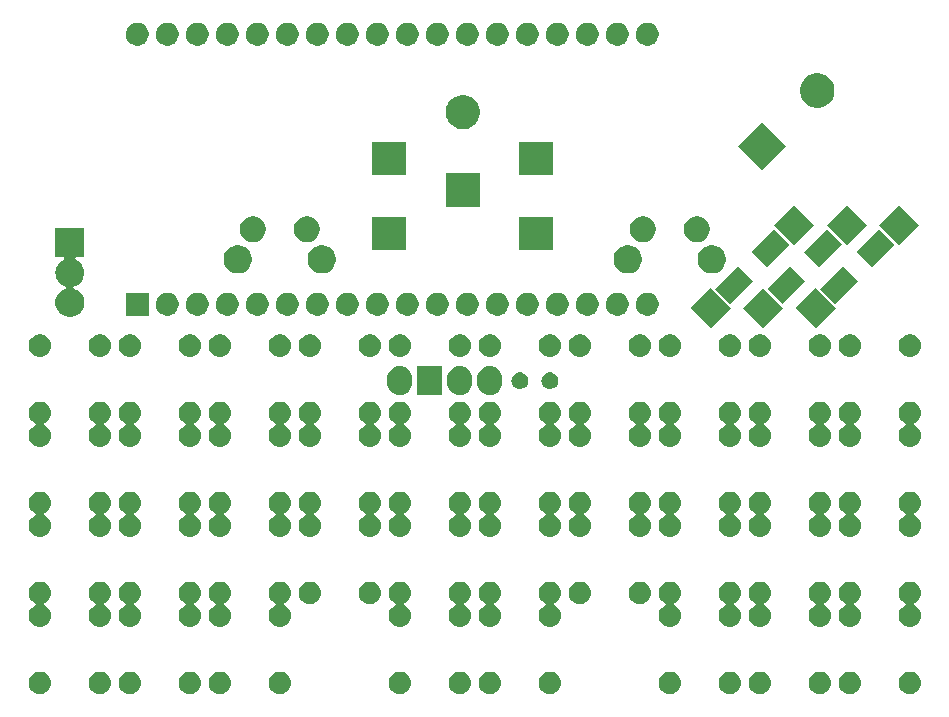
<source format=gbr>
G04 #@! TF.GenerationSoftware,KiCad,Pcbnew,5.0.2+dfsg1-1~bpo9+1*
G04 #@! TF.CreationDate,2021-02-20T06:45:06-05:00*
G04 #@! TF.ProjectId,vexas,76657861-732e-46b6-9963-61645f706362,rev?*
G04 #@! TF.SameCoordinates,Original*
G04 #@! TF.FileFunction,Soldermask,Bot*
G04 #@! TF.FilePolarity,Negative*
%FSLAX46Y46*%
G04 Gerber Fmt 4.6, Leading zero omitted, Abs format (unit mm)*
G04 Created by KiCad (PCBNEW 5.0.2+dfsg1-1~bpo9+1) date Sat 20 Feb 2021 06:45:06 AM EST*
%MOMM*%
%LPD*%
G01*
G04 APERTURE LIST*
%ADD10C,1.000000*%
G04 APERTURE END LIST*
D10*
G36*
X175446232Y-108591746D02*
X175535770Y-108618907D01*
X175625309Y-108646068D01*
X175790347Y-108734283D01*
X175935001Y-108852999D01*
X176053717Y-108997653D01*
X176141932Y-109162691D01*
X176196254Y-109341769D01*
X176214596Y-109528000D01*
X176196254Y-109714231D01*
X176141932Y-109893309D01*
X176053717Y-110058347D01*
X175935001Y-110203001D01*
X175790347Y-110321717D01*
X175625309Y-110409932D01*
X175535770Y-110437093D01*
X175446232Y-110464254D01*
X175376448Y-110471127D01*
X175306666Y-110478000D01*
X175213334Y-110478000D01*
X175143552Y-110471127D01*
X175073768Y-110464254D01*
X174984230Y-110437093D01*
X174894691Y-110409932D01*
X174729653Y-110321717D01*
X174584999Y-110203001D01*
X174466283Y-110058347D01*
X174378068Y-109893309D01*
X174323746Y-109714231D01*
X174305404Y-109528000D01*
X174323746Y-109341769D01*
X174378068Y-109162691D01*
X174466283Y-108997653D01*
X174584999Y-108852999D01*
X174729653Y-108734283D01*
X174894691Y-108646068D01*
X174984230Y-108618907D01*
X175073768Y-108591746D01*
X175213334Y-108578000D01*
X175306666Y-108578000D01*
X175446232Y-108591746D01*
X175446232Y-108591746D01*
G37*
G36*
X213546232Y-108591746D02*
X213635770Y-108618907D01*
X213725309Y-108646068D01*
X213890347Y-108734283D01*
X214035001Y-108852999D01*
X214153717Y-108997653D01*
X214241932Y-109162691D01*
X214296254Y-109341769D01*
X214314596Y-109528000D01*
X214296254Y-109714231D01*
X214241932Y-109893309D01*
X214153717Y-110058347D01*
X214035001Y-110203001D01*
X213890347Y-110321717D01*
X213725309Y-110409932D01*
X213635770Y-110437093D01*
X213546232Y-110464254D01*
X213476448Y-110471127D01*
X213406666Y-110478000D01*
X213313334Y-110478000D01*
X213243552Y-110471127D01*
X213173768Y-110464254D01*
X213084230Y-110437093D01*
X212994691Y-110409932D01*
X212829653Y-110321717D01*
X212684999Y-110203001D01*
X212566283Y-110058347D01*
X212478068Y-109893309D01*
X212423746Y-109714231D01*
X212405404Y-109528000D01*
X212423746Y-109341769D01*
X212478068Y-109162691D01*
X212566283Y-108997653D01*
X212684999Y-108852999D01*
X212829653Y-108734283D01*
X212994691Y-108646068D01*
X213084230Y-108618907D01*
X213173768Y-108591746D01*
X213313334Y-108578000D01*
X213406666Y-108578000D01*
X213546232Y-108591746D01*
X213546232Y-108591746D01*
G37*
G36*
X180526232Y-108591746D02*
X180615770Y-108618907D01*
X180705309Y-108646068D01*
X180870347Y-108734283D01*
X181015001Y-108852999D01*
X181133717Y-108997653D01*
X181221932Y-109162691D01*
X181276254Y-109341769D01*
X181294596Y-109528000D01*
X181276254Y-109714231D01*
X181221932Y-109893309D01*
X181133717Y-110058347D01*
X181015001Y-110203001D01*
X180870347Y-110321717D01*
X180705309Y-110409932D01*
X180615770Y-110437093D01*
X180526232Y-110464254D01*
X180456448Y-110471127D01*
X180386666Y-110478000D01*
X180293334Y-110478000D01*
X180223552Y-110471127D01*
X180153768Y-110464254D01*
X180064230Y-110437093D01*
X179974691Y-110409932D01*
X179809653Y-110321717D01*
X179664999Y-110203001D01*
X179546283Y-110058347D01*
X179458068Y-109893309D01*
X179403746Y-109714231D01*
X179385404Y-109528000D01*
X179403746Y-109341769D01*
X179458068Y-109162691D01*
X179546283Y-108997653D01*
X179664999Y-108852999D01*
X179809653Y-108734283D01*
X179974691Y-108646068D01*
X180064230Y-108618907D01*
X180153768Y-108591746D01*
X180293334Y-108578000D01*
X180386666Y-108578000D01*
X180526232Y-108591746D01*
X180526232Y-108591746D01*
G37*
G36*
X249106232Y-108591746D02*
X249195770Y-108618907D01*
X249285309Y-108646068D01*
X249450347Y-108734283D01*
X249595001Y-108852999D01*
X249713717Y-108997653D01*
X249801932Y-109162691D01*
X249856254Y-109341769D01*
X249874596Y-109528000D01*
X249856254Y-109714231D01*
X249801932Y-109893309D01*
X249713717Y-110058347D01*
X249595001Y-110203001D01*
X249450347Y-110321717D01*
X249285309Y-110409932D01*
X249195770Y-110437093D01*
X249106232Y-110464254D01*
X249036448Y-110471127D01*
X248966666Y-110478000D01*
X248873334Y-110478000D01*
X248803552Y-110471127D01*
X248733768Y-110464254D01*
X248644230Y-110437093D01*
X248554691Y-110409932D01*
X248389653Y-110321717D01*
X248244999Y-110203001D01*
X248126283Y-110058347D01*
X248038068Y-109893309D01*
X247983746Y-109714231D01*
X247965404Y-109528000D01*
X247983746Y-109341769D01*
X248038068Y-109162691D01*
X248126283Y-108997653D01*
X248244999Y-108852999D01*
X248389653Y-108734283D01*
X248554691Y-108646068D01*
X248644230Y-108618907D01*
X248733768Y-108591746D01*
X248873334Y-108578000D01*
X248966666Y-108578000D01*
X249106232Y-108591746D01*
X249106232Y-108591746D01*
G37*
G36*
X241486232Y-108591746D02*
X241575770Y-108618907D01*
X241665309Y-108646068D01*
X241830347Y-108734283D01*
X241975001Y-108852999D01*
X242093717Y-108997653D01*
X242181932Y-109162691D01*
X242236254Y-109341769D01*
X242254596Y-109528000D01*
X242236254Y-109714231D01*
X242181932Y-109893309D01*
X242093717Y-110058347D01*
X241975001Y-110203001D01*
X241830347Y-110321717D01*
X241665309Y-110409932D01*
X241575770Y-110437093D01*
X241486232Y-110464254D01*
X241416448Y-110471127D01*
X241346666Y-110478000D01*
X241253334Y-110478000D01*
X241183552Y-110471127D01*
X241113768Y-110464254D01*
X241024230Y-110437093D01*
X240934691Y-110409932D01*
X240769653Y-110321717D01*
X240624999Y-110203001D01*
X240506283Y-110058347D01*
X240418068Y-109893309D01*
X240363746Y-109714231D01*
X240345404Y-109528000D01*
X240363746Y-109341769D01*
X240418068Y-109162691D01*
X240506283Y-108997653D01*
X240624999Y-108852999D01*
X240769653Y-108734283D01*
X240934691Y-108646068D01*
X241024230Y-108618907D01*
X241113768Y-108591746D01*
X241253334Y-108578000D01*
X241346666Y-108578000D01*
X241486232Y-108591746D01*
X241486232Y-108591746D01*
G37*
G36*
X236406232Y-108591746D02*
X236495770Y-108618907D01*
X236585309Y-108646068D01*
X236750347Y-108734283D01*
X236895001Y-108852999D01*
X237013717Y-108997653D01*
X237101932Y-109162691D01*
X237156254Y-109341769D01*
X237174596Y-109528000D01*
X237156254Y-109714231D01*
X237101932Y-109893309D01*
X237013717Y-110058347D01*
X236895001Y-110203001D01*
X236750347Y-110321717D01*
X236585309Y-110409932D01*
X236495770Y-110437093D01*
X236406232Y-110464254D01*
X236336448Y-110471127D01*
X236266666Y-110478000D01*
X236173334Y-110478000D01*
X236103552Y-110471127D01*
X236033768Y-110464254D01*
X235944230Y-110437093D01*
X235854691Y-110409932D01*
X235689653Y-110321717D01*
X235544999Y-110203001D01*
X235426283Y-110058347D01*
X235338068Y-109893309D01*
X235283746Y-109714231D01*
X235265404Y-109528000D01*
X235283746Y-109341769D01*
X235338068Y-109162691D01*
X235426283Y-108997653D01*
X235544999Y-108852999D01*
X235689653Y-108734283D01*
X235854691Y-108646068D01*
X235944230Y-108618907D01*
X236033768Y-108591746D01*
X236173334Y-108578000D01*
X236266666Y-108578000D01*
X236406232Y-108591746D01*
X236406232Y-108591746D01*
G37*
G36*
X233866232Y-108591746D02*
X233955770Y-108618907D01*
X234045309Y-108646068D01*
X234210347Y-108734283D01*
X234355001Y-108852999D01*
X234473717Y-108997653D01*
X234561932Y-109162691D01*
X234616254Y-109341769D01*
X234634596Y-109528000D01*
X234616254Y-109714231D01*
X234561932Y-109893309D01*
X234473717Y-110058347D01*
X234355001Y-110203001D01*
X234210347Y-110321717D01*
X234045309Y-110409932D01*
X233955770Y-110437093D01*
X233866232Y-110464254D01*
X233796448Y-110471127D01*
X233726666Y-110478000D01*
X233633334Y-110478000D01*
X233563552Y-110471127D01*
X233493768Y-110464254D01*
X233404230Y-110437093D01*
X233314691Y-110409932D01*
X233149653Y-110321717D01*
X233004999Y-110203001D01*
X232886283Y-110058347D01*
X232798068Y-109893309D01*
X232743746Y-109714231D01*
X232725404Y-109528000D01*
X232743746Y-109341769D01*
X232798068Y-109162691D01*
X232886283Y-108997653D01*
X233004999Y-108852999D01*
X233149653Y-108734283D01*
X233314691Y-108646068D01*
X233404230Y-108618907D01*
X233493768Y-108591746D01*
X233633334Y-108578000D01*
X233726666Y-108578000D01*
X233866232Y-108591746D01*
X233866232Y-108591746D01*
G37*
G36*
X228786232Y-108591746D02*
X228875770Y-108618907D01*
X228965309Y-108646068D01*
X229130347Y-108734283D01*
X229275001Y-108852999D01*
X229393717Y-108997653D01*
X229481932Y-109162691D01*
X229536254Y-109341769D01*
X229554596Y-109528000D01*
X229536254Y-109714231D01*
X229481932Y-109893309D01*
X229393717Y-110058347D01*
X229275001Y-110203001D01*
X229130347Y-110321717D01*
X228965309Y-110409932D01*
X228875770Y-110437093D01*
X228786232Y-110464254D01*
X228716448Y-110471127D01*
X228646666Y-110478000D01*
X228553334Y-110478000D01*
X228483552Y-110471127D01*
X228413768Y-110464254D01*
X228324230Y-110437093D01*
X228234691Y-110409932D01*
X228069653Y-110321717D01*
X227924999Y-110203001D01*
X227806283Y-110058347D01*
X227718068Y-109893309D01*
X227663746Y-109714231D01*
X227645404Y-109528000D01*
X227663746Y-109341769D01*
X227718068Y-109162691D01*
X227806283Y-108997653D01*
X227924999Y-108852999D01*
X228069653Y-108734283D01*
X228234691Y-108646068D01*
X228324230Y-108618907D01*
X228413768Y-108591746D01*
X228553334Y-108578000D01*
X228646666Y-108578000D01*
X228786232Y-108591746D01*
X228786232Y-108591746D01*
G37*
G36*
X244026232Y-108591746D02*
X244115770Y-108618907D01*
X244205309Y-108646068D01*
X244370347Y-108734283D01*
X244515001Y-108852999D01*
X244633717Y-108997653D01*
X244721932Y-109162691D01*
X244776254Y-109341769D01*
X244794596Y-109528000D01*
X244776254Y-109714231D01*
X244721932Y-109893309D01*
X244633717Y-110058347D01*
X244515001Y-110203001D01*
X244370347Y-110321717D01*
X244205309Y-110409932D01*
X244115770Y-110437093D01*
X244026232Y-110464254D01*
X243956448Y-110471127D01*
X243886666Y-110478000D01*
X243793334Y-110478000D01*
X243723552Y-110471127D01*
X243653768Y-110464254D01*
X243564230Y-110437093D01*
X243474691Y-110409932D01*
X243309653Y-110321717D01*
X243164999Y-110203001D01*
X243046283Y-110058347D01*
X242958068Y-109893309D01*
X242903746Y-109714231D01*
X242885404Y-109528000D01*
X242903746Y-109341769D01*
X242958068Y-109162691D01*
X243046283Y-108997653D01*
X243164999Y-108852999D01*
X243309653Y-108734283D01*
X243474691Y-108646068D01*
X243564230Y-108618907D01*
X243653768Y-108591746D01*
X243793334Y-108578000D01*
X243886666Y-108578000D01*
X244026232Y-108591746D01*
X244026232Y-108591746D01*
G37*
G36*
X218626232Y-108591746D02*
X218715770Y-108618907D01*
X218805309Y-108646068D01*
X218970347Y-108734283D01*
X219115001Y-108852999D01*
X219233717Y-108997653D01*
X219321932Y-109162691D01*
X219376254Y-109341769D01*
X219394596Y-109528000D01*
X219376254Y-109714231D01*
X219321932Y-109893309D01*
X219233717Y-110058347D01*
X219115001Y-110203001D01*
X218970347Y-110321717D01*
X218805309Y-110409932D01*
X218715770Y-110437093D01*
X218626232Y-110464254D01*
X218556448Y-110471127D01*
X218486666Y-110478000D01*
X218393334Y-110478000D01*
X218323552Y-110471127D01*
X218253768Y-110464254D01*
X218164230Y-110437093D01*
X218074691Y-110409932D01*
X217909653Y-110321717D01*
X217764999Y-110203001D01*
X217646283Y-110058347D01*
X217558068Y-109893309D01*
X217503746Y-109714231D01*
X217485404Y-109528000D01*
X217503746Y-109341769D01*
X217558068Y-109162691D01*
X217646283Y-108997653D01*
X217764999Y-108852999D01*
X217909653Y-108734283D01*
X218074691Y-108646068D01*
X218164230Y-108618907D01*
X218253768Y-108591746D01*
X218393334Y-108578000D01*
X218486666Y-108578000D01*
X218626232Y-108591746D01*
X218626232Y-108591746D01*
G37*
G36*
X205926232Y-108591746D02*
X206015770Y-108618907D01*
X206105309Y-108646068D01*
X206270347Y-108734283D01*
X206415001Y-108852999D01*
X206533717Y-108997653D01*
X206621932Y-109162691D01*
X206676254Y-109341769D01*
X206694596Y-109528000D01*
X206676254Y-109714231D01*
X206621932Y-109893309D01*
X206533717Y-110058347D01*
X206415001Y-110203001D01*
X206270347Y-110321717D01*
X206105309Y-110409932D01*
X206015770Y-110437093D01*
X205926232Y-110464254D01*
X205856448Y-110471127D01*
X205786666Y-110478000D01*
X205693334Y-110478000D01*
X205623552Y-110471127D01*
X205553768Y-110464254D01*
X205464230Y-110437093D01*
X205374691Y-110409932D01*
X205209653Y-110321717D01*
X205064999Y-110203001D01*
X204946283Y-110058347D01*
X204858068Y-109893309D01*
X204803746Y-109714231D01*
X204785404Y-109528000D01*
X204803746Y-109341769D01*
X204858068Y-109162691D01*
X204946283Y-108997653D01*
X205064999Y-108852999D01*
X205209653Y-108734283D01*
X205374691Y-108646068D01*
X205464230Y-108618907D01*
X205553768Y-108591746D01*
X205693334Y-108578000D01*
X205786666Y-108578000D01*
X205926232Y-108591746D01*
X205926232Y-108591746D01*
G37*
G36*
X211006232Y-108591746D02*
X211095770Y-108618907D01*
X211185309Y-108646068D01*
X211350347Y-108734283D01*
X211495001Y-108852999D01*
X211613717Y-108997653D01*
X211701932Y-109162691D01*
X211756254Y-109341769D01*
X211774596Y-109528000D01*
X211756254Y-109714231D01*
X211701932Y-109893309D01*
X211613717Y-110058347D01*
X211495001Y-110203001D01*
X211350347Y-110321717D01*
X211185309Y-110409932D01*
X211095770Y-110437093D01*
X211006232Y-110464254D01*
X210936448Y-110471127D01*
X210866666Y-110478000D01*
X210773334Y-110478000D01*
X210703552Y-110471127D01*
X210633768Y-110464254D01*
X210544230Y-110437093D01*
X210454691Y-110409932D01*
X210289653Y-110321717D01*
X210144999Y-110203001D01*
X210026283Y-110058347D01*
X209938068Y-109893309D01*
X209883746Y-109714231D01*
X209865404Y-109528000D01*
X209883746Y-109341769D01*
X209938068Y-109162691D01*
X210026283Y-108997653D01*
X210144999Y-108852999D01*
X210289653Y-108734283D01*
X210454691Y-108646068D01*
X210544230Y-108618907D01*
X210633768Y-108591746D01*
X210773334Y-108578000D01*
X210866666Y-108578000D01*
X211006232Y-108591746D01*
X211006232Y-108591746D01*
G37*
G36*
X190686232Y-108591746D02*
X190775770Y-108618907D01*
X190865309Y-108646068D01*
X191030347Y-108734283D01*
X191175001Y-108852999D01*
X191293717Y-108997653D01*
X191381932Y-109162691D01*
X191436254Y-109341769D01*
X191454596Y-109528000D01*
X191436254Y-109714231D01*
X191381932Y-109893309D01*
X191293717Y-110058347D01*
X191175001Y-110203001D01*
X191030347Y-110321717D01*
X190865309Y-110409932D01*
X190775770Y-110437093D01*
X190686232Y-110464254D01*
X190616448Y-110471127D01*
X190546666Y-110478000D01*
X190453334Y-110478000D01*
X190383552Y-110471127D01*
X190313768Y-110464254D01*
X190224230Y-110437093D01*
X190134691Y-110409932D01*
X189969653Y-110321717D01*
X189824999Y-110203001D01*
X189706283Y-110058347D01*
X189618068Y-109893309D01*
X189563746Y-109714231D01*
X189545404Y-109528000D01*
X189563746Y-109341769D01*
X189618068Y-109162691D01*
X189706283Y-108997653D01*
X189824999Y-108852999D01*
X189969653Y-108734283D01*
X190134691Y-108646068D01*
X190224230Y-108618907D01*
X190313768Y-108591746D01*
X190453334Y-108578000D01*
X190546666Y-108578000D01*
X190686232Y-108591746D01*
X190686232Y-108591746D01*
G37*
G36*
X195766232Y-108591746D02*
X195855770Y-108618907D01*
X195945309Y-108646068D01*
X196110347Y-108734283D01*
X196255001Y-108852999D01*
X196373717Y-108997653D01*
X196461932Y-109162691D01*
X196516254Y-109341769D01*
X196534596Y-109528000D01*
X196516254Y-109714231D01*
X196461932Y-109893309D01*
X196373717Y-110058347D01*
X196255001Y-110203001D01*
X196110347Y-110321717D01*
X195945309Y-110409932D01*
X195855770Y-110437093D01*
X195766232Y-110464254D01*
X195696448Y-110471127D01*
X195626666Y-110478000D01*
X195533334Y-110478000D01*
X195463552Y-110471127D01*
X195393768Y-110464254D01*
X195304230Y-110437093D01*
X195214691Y-110409932D01*
X195049653Y-110321717D01*
X194904999Y-110203001D01*
X194786283Y-110058347D01*
X194698068Y-109893309D01*
X194643746Y-109714231D01*
X194625404Y-109528000D01*
X194643746Y-109341769D01*
X194698068Y-109162691D01*
X194786283Y-108997653D01*
X194904999Y-108852999D01*
X195049653Y-108734283D01*
X195214691Y-108646068D01*
X195304230Y-108618907D01*
X195393768Y-108591746D01*
X195533334Y-108578000D01*
X195626666Y-108578000D01*
X195766232Y-108591746D01*
X195766232Y-108591746D01*
G37*
G36*
X183066232Y-108591746D02*
X183155770Y-108618907D01*
X183245309Y-108646068D01*
X183410347Y-108734283D01*
X183555001Y-108852999D01*
X183673717Y-108997653D01*
X183761932Y-109162691D01*
X183816254Y-109341769D01*
X183834596Y-109528000D01*
X183816254Y-109714231D01*
X183761932Y-109893309D01*
X183673717Y-110058347D01*
X183555001Y-110203001D01*
X183410347Y-110321717D01*
X183245309Y-110409932D01*
X183155770Y-110437093D01*
X183066232Y-110464254D01*
X182996448Y-110471127D01*
X182926666Y-110478000D01*
X182833334Y-110478000D01*
X182763552Y-110471127D01*
X182693768Y-110464254D01*
X182604230Y-110437093D01*
X182514691Y-110409932D01*
X182349653Y-110321717D01*
X182204999Y-110203001D01*
X182086283Y-110058347D01*
X181998068Y-109893309D01*
X181943746Y-109714231D01*
X181925404Y-109528000D01*
X181943746Y-109341769D01*
X181998068Y-109162691D01*
X182086283Y-108997653D01*
X182204999Y-108852999D01*
X182349653Y-108734283D01*
X182514691Y-108646068D01*
X182604230Y-108618907D01*
X182693768Y-108591746D01*
X182833334Y-108578000D01*
X182926666Y-108578000D01*
X183066232Y-108591746D01*
X183066232Y-108591746D01*
G37*
G36*
X188146232Y-108591746D02*
X188235770Y-108618907D01*
X188325309Y-108646068D01*
X188490347Y-108734283D01*
X188635001Y-108852999D01*
X188753717Y-108997653D01*
X188841932Y-109162691D01*
X188896254Y-109341769D01*
X188914596Y-109528000D01*
X188896254Y-109714231D01*
X188841932Y-109893309D01*
X188753717Y-110058347D01*
X188635001Y-110203001D01*
X188490347Y-110321717D01*
X188325309Y-110409932D01*
X188235770Y-110437093D01*
X188146232Y-110464254D01*
X188076448Y-110471127D01*
X188006666Y-110478000D01*
X187913334Y-110478000D01*
X187843552Y-110471127D01*
X187773768Y-110464254D01*
X187684230Y-110437093D01*
X187594691Y-110409932D01*
X187429653Y-110321717D01*
X187284999Y-110203001D01*
X187166283Y-110058347D01*
X187078068Y-109893309D01*
X187023746Y-109714231D01*
X187005404Y-109528000D01*
X187023746Y-109341769D01*
X187078068Y-109162691D01*
X187166283Y-108997653D01*
X187284999Y-108852999D01*
X187429653Y-108734283D01*
X187594691Y-108646068D01*
X187684230Y-108618907D01*
X187773768Y-108591746D01*
X187913334Y-108578000D01*
X188006666Y-108578000D01*
X188146232Y-108591746D01*
X188146232Y-108591746D01*
G37*
G36*
X233866232Y-100971746D02*
X233955770Y-100998907D01*
X234045309Y-101026068D01*
X234210347Y-101114283D01*
X234355001Y-101232999D01*
X234473717Y-101377653D01*
X234561932Y-101542691D01*
X234616254Y-101721769D01*
X234634596Y-101908000D01*
X234616254Y-102094231D01*
X234561932Y-102273309D01*
X234473717Y-102438347D01*
X234355001Y-102583001D01*
X234210347Y-102701717D01*
X234101756Y-102759760D01*
X234081382Y-102773374D01*
X234064055Y-102790701D01*
X234050441Y-102811076D01*
X234041063Y-102833715D01*
X234036283Y-102857748D01*
X234036283Y-102882252D01*
X234041064Y-102906286D01*
X234050441Y-102928925D01*
X234064055Y-102949299D01*
X234081382Y-102966626D01*
X234101756Y-102980240D01*
X234210347Y-103038283D01*
X234355001Y-103156999D01*
X234473717Y-103301653D01*
X234561932Y-103466691D01*
X234616254Y-103645769D01*
X234634596Y-103832000D01*
X234616254Y-104018231D01*
X234561932Y-104197309D01*
X234473717Y-104362347D01*
X234355001Y-104507001D01*
X234210347Y-104625717D01*
X234045309Y-104713932D01*
X233955770Y-104741093D01*
X233866232Y-104768254D01*
X233726666Y-104782000D01*
X233633334Y-104782000D01*
X233493768Y-104768254D01*
X233404230Y-104741093D01*
X233314691Y-104713932D01*
X233149653Y-104625717D01*
X233004999Y-104507001D01*
X232886283Y-104362347D01*
X232798068Y-104197309D01*
X232743746Y-104018231D01*
X232725404Y-103832000D01*
X232743746Y-103645769D01*
X232798068Y-103466691D01*
X232886283Y-103301653D01*
X233004999Y-103156999D01*
X233149653Y-103038283D01*
X233258244Y-102980240D01*
X233278618Y-102966626D01*
X233295945Y-102949299D01*
X233309559Y-102928924D01*
X233318937Y-102906285D01*
X233323717Y-102882252D01*
X233323717Y-102857748D01*
X233318936Y-102833714D01*
X233309559Y-102811075D01*
X233295945Y-102790701D01*
X233278618Y-102773374D01*
X233258244Y-102759760D01*
X233149653Y-102701717D01*
X233004999Y-102583001D01*
X232886283Y-102438347D01*
X232798068Y-102273309D01*
X232743746Y-102094231D01*
X232725404Y-101908000D01*
X232743746Y-101721769D01*
X232798068Y-101542691D01*
X232886283Y-101377653D01*
X233004999Y-101232999D01*
X233149653Y-101114283D01*
X233314691Y-101026068D01*
X233404230Y-100998907D01*
X233493768Y-100971746D01*
X233563552Y-100964873D01*
X233633334Y-100958000D01*
X233726666Y-100958000D01*
X233866232Y-100971746D01*
X233866232Y-100971746D01*
G37*
G36*
X180526232Y-100971746D02*
X180615770Y-100998907D01*
X180705309Y-101026068D01*
X180870347Y-101114283D01*
X181015001Y-101232999D01*
X181133717Y-101377653D01*
X181221932Y-101542691D01*
X181276254Y-101721769D01*
X181294596Y-101908000D01*
X181276254Y-102094231D01*
X181221932Y-102273309D01*
X181133717Y-102438347D01*
X181015001Y-102583001D01*
X180870347Y-102701717D01*
X180761756Y-102759760D01*
X180741382Y-102773374D01*
X180724055Y-102790701D01*
X180710441Y-102811076D01*
X180701063Y-102833715D01*
X180696283Y-102857748D01*
X180696283Y-102882252D01*
X180701064Y-102906286D01*
X180710441Y-102928925D01*
X180724055Y-102949299D01*
X180741382Y-102966626D01*
X180761756Y-102980240D01*
X180870347Y-103038283D01*
X181015001Y-103156999D01*
X181133717Y-103301653D01*
X181221932Y-103466691D01*
X181276254Y-103645769D01*
X181294596Y-103832000D01*
X181276254Y-104018231D01*
X181221932Y-104197309D01*
X181133717Y-104362347D01*
X181015001Y-104507001D01*
X180870347Y-104625717D01*
X180705309Y-104713932D01*
X180615770Y-104741093D01*
X180526232Y-104768254D01*
X180386666Y-104782000D01*
X180293334Y-104782000D01*
X180153768Y-104768254D01*
X180064230Y-104741093D01*
X179974691Y-104713932D01*
X179809653Y-104625717D01*
X179664999Y-104507001D01*
X179546283Y-104362347D01*
X179458068Y-104197309D01*
X179403746Y-104018231D01*
X179385404Y-103832000D01*
X179403746Y-103645769D01*
X179458068Y-103466691D01*
X179546283Y-103301653D01*
X179664999Y-103156999D01*
X179809653Y-103038283D01*
X179918244Y-102980240D01*
X179938618Y-102966626D01*
X179955945Y-102949299D01*
X179969559Y-102928924D01*
X179978937Y-102906285D01*
X179983717Y-102882252D01*
X179983717Y-102857748D01*
X179978936Y-102833714D01*
X179969559Y-102811075D01*
X179955945Y-102790701D01*
X179938618Y-102773374D01*
X179918244Y-102759760D01*
X179809653Y-102701717D01*
X179664999Y-102583001D01*
X179546283Y-102438347D01*
X179458068Y-102273309D01*
X179403746Y-102094231D01*
X179385404Y-101908000D01*
X179403746Y-101721769D01*
X179458068Y-101542691D01*
X179546283Y-101377653D01*
X179664999Y-101232999D01*
X179809653Y-101114283D01*
X179974691Y-101026068D01*
X180064230Y-100998907D01*
X180153768Y-100971746D01*
X180223552Y-100964873D01*
X180293334Y-100958000D01*
X180386666Y-100958000D01*
X180526232Y-100971746D01*
X180526232Y-100971746D01*
G37*
G36*
X188146232Y-100971746D02*
X188235770Y-100998907D01*
X188325309Y-101026068D01*
X188490347Y-101114283D01*
X188635001Y-101232999D01*
X188753717Y-101377653D01*
X188841932Y-101542691D01*
X188896254Y-101721769D01*
X188914596Y-101908000D01*
X188896254Y-102094231D01*
X188841932Y-102273309D01*
X188753717Y-102438347D01*
X188635001Y-102583001D01*
X188490347Y-102701717D01*
X188381756Y-102759760D01*
X188361382Y-102773374D01*
X188344055Y-102790701D01*
X188330441Y-102811076D01*
X188321063Y-102833715D01*
X188316283Y-102857748D01*
X188316283Y-102882252D01*
X188321064Y-102906286D01*
X188330441Y-102928925D01*
X188344055Y-102949299D01*
X188361382Y-102966626D01*
X188381756Y-102980240D01*
X188490347Y-103038283D01*
X188635001Y-103156999D01*
X188753717Y-103301653D01*
X188841932Y-103466691D01*
X188896254Y-103645769D01*
X188914596Y-103832000D01*
X188896254Y-104018231D01*
X188841932Y-104197309D01*
X188753717Y-104362347D01*
X188635001Y-104507001D01*
X188490347Y-104625717D01*
X188325309Y-104713932D01*
X188235770Y-104741093D01*
X188146232Y-104768254D01*
X188006666Y-104782000D01*
X187913334Y-104782000D01*
X187773768Y-104768254D01*
X187684230Y-104741093D01*
X187594691Y-104713932D01*
X187429653Y-104625717D01*
X187284999Y-104507001D01*
X187166283Y-104362347D01*
X187078068Y-104197309D01*
X187023746Y-104018231D01*
X187005404Y-103832000D01*
X187023746Y-103645769D01*
X187078068Y-103466691D01*
X187166283Y-103301653D01*
X187284999Y-103156999D01*
X187429653Y-103038283D01*
X187538244Y-102980240D01*
X187558618Y-102966626D01*
X187575945Y-102949299D01*
X187589559Y-102928924D01*
X187598937Y-102906285D01*
X187603717Y-102882252D01*
X187603717Y-102857748D01*
X187598936Y-102833714D01*
X187589559Y-102811075D01*
X187575945Y-102790701D01*
X187558618Y-102773374D01*
X187538244Y-102759760D01*
X187429653Y-102701717D01*
X187284999Y-102583001D01*
X187166283Y-102438347D01*
X187078068Y-102273309D01*
X187023746Y-102094231D01*
X187005404Y-101908000D01*
X187023746Y-101721769D01*
X187078068Y-101542691D01*
X187166283Y-101377653D01*
X187284999Y-101232999D01*
X187429653Y-101114283D01*
X187594691Y-101026068D01*
X187684230Y-100998907D01*
X187773768Y-100971746D01*
X187843552Y-100964873D01*
X187913334Y-100958000D01*
X188006666Y-100958000D01*
X188146232Y-100971746D01*
X188146232Y-100971746D01*
G37*
G36*
X190686232Y-100971746D02*
X190775770Y-100998907D01*
X190865309Y-101026068D01*
X191030347Y-101114283D01*
X191175001Y-101232999D01*
X191293717Y-101377653D01*
X191381932Y-101542691D01*
X191436254Y-101721769D01*
X191454596Y-101908000D01*
X191436254Y-102094231D01*
X191381932Y-102273309D01*
X191293717Y-102438347D01*
X191175001Y-102583001D01*
X191030347Y-102701717D01*
X190921756Y-102759760D01*
X190901382Y-102773374D01*
X190884055Y-102790701D01*
X190870441Y-102811076D01*
X190861063Y-102833715D01*
X190856283Y-102857748D01*
X190856283Y-102882252D01*
X190861064Y-102906286D01*
X190870441Y-102928925D01*
X190884055Y-102949299D01*
X190901382Y-102966626D01*
X190921756Y-102980240D01*
X191030347Y-103038283D01*
X191175001Y-103156999D01*
X191293717Y-103301653D01*
X191381932Y-103466691D01*
X191436254Y-103645769D01*
X191454596Y-103832000D01*
X191436254Y-104018231D01*
X191381932Y-104197309D01*
X191293717Y-104362347D01*
X191175001Y-104507001D01*
X191030347Y-104625717D01*
X190865309Y-104713932D01*
X190775770Y-104741093D01*
X190686232Y-104768254D01*
X190546666Y-104782000D01*
X190453334Y-104782000D01*
X190313768Y-104768254D01*
X190224230Y-104741093D01*
X190134691Y-104713932D01*
X189969653Y-104625717D01*
X189824999Y-104507001D01*
X189706283Y-104362347D01*
X189618068Y-104197309D01*
X189563746Y-104018231D01*
X189545404Y-103832000D01*
X189563746Y-103645769D01*
X189618068Y-103466691D01*
X189706283Y-103301653D01*
X189824999Y-103156999D01*
X189969653Y-103038283D01*
X190078244Y-102980240D01*
X190098618Y-102966626D01*
X190115945Y-102949299D01*
X190129559Y-102928924D01*
X190138937Y-102906285D01*
X190143717Y-102882252D01*
X190143717Y-102857748D01*
X190138936Y-102833714D01*
X190129559Y-102811075D01*
X190115945Y-102790701D01*
X190098618Y-102773374D01*
X190078244Y-102759760D01*
X189969653Y-102701717D01*
X189824999Y-102583001D01*
X189706283Y-102438347D01*
X189618068Y-102273309D01*
X189563746Y-102094231D01*
X189545404Y-101908000D01*
X189563746Y-101721769D01*
X189618068Y-101542691D01*
X189706283Y-101377653D01*
X189824999Y-101232999D01*
X189969653Y-101114283D01*
X190134691Y-101026068D01*
X190224230Y-100998907D01*
X190313768Y-100971746D01*
X190383552Y-100964873D01*
X190453334Y-100958000D01*
X190546666Y-100958000D01*
X190686232Y-100971746D01*
X190686232Y-100971746D01*
G37*
G36*
X195766232Y-100971746D02*
X195855770Y-100998907D01*
X195945309Y-101026068D01*
X196110347Y-101114283D01*
X196255001Y-101232999D01*
X196373717Y-101377653D01*
X196461932Y-101542691D01*
X196516254Y-101721769D01*
X196534596Y-101908000D01*
X196516254Y-102094231D01*
X196461932Y-102273309D01*
X196373717Y-102438347D01*
X196255001Y-102583001D01*
X196110347Y-102701717D01*
X196001756Y-102759760D01*
X195981382Y-102773374D01*
X195964055Y-102790701D01*
X195950441Y-102811076D01*
X195941063Y-102833715D01*
X195936283Y-102857748D01*
X195936283Y-102882252D01*
X195941064Y-102906286D01*
X195950441Y-102928925D01*
X195964055Y-102949299D01*
X195981382Y-102966626D01*
X196001756Y-102980240D01*
X196110347Y-103038283D01*
X196255001Y-103156999D01*
X196373717Y-103301653D01*
X196461932Y-103466691D01*
X196516254Y-103645769D01*
X196534596Y-103832000D01*
X196516254Y-104018231D01*
X196461932Y-104197309D01*
X196373717Y-104362347D01*
X196255001Y-104507001D01*
X196110347Y-104625717D01*
X195945309Y-104713932D01*
X195855770Y-104741093D01*
X195766232Y-104768254D01*
X195626666Y-104782000D01*
X195533334Y-104782000D01*
X195393768Y-104768254D01*
X195304230Y-104741093D01*
X195214691Y-104713932D01*
X195049653Y-104625717D01*
X194904999Y-104507001D01*
X194786283Y-104362347D01*
X194698068Y-104197309D01*
X194643746Y-104018231D01*
X194625404Y-103832000D01*
X194643746Y-103645769D01*
X194698068Y-103466691D01*
X194786283Y-103301653D01*
X194904999Y-103156999D01*
X195049653Y-103038283D01*
X195158244Y-102980240D01*
X195178618Y-102966626D01*
X195195945Y-102949299D01*
X195209559Y-102928924D01*
X195218937Y-102906285D01*
X195223717Y-102882252D01*
X195223717Y-102857748D01*
X195218936Y-102833714D01*
X195209559Y-102811075D01*
X195195945Y-102790701D01*
X195178618Y-102773374D01*
X195158244Y-102759760D01*
X195049653Y-102701717D01*
X194904999Y-102583001D01*
X194786283Y-102438347D01*
X194698068Y-102273309D01*
X194643746Y-102094231D01*
X194625404Y-101908000D01*
X194643746Y-101721769D01*
X194698068Y-101542691D01*
X194786283Y-101377653D01*
X194904999Y-101232999D01*
X195049653Y-101114283D01*
X195214691Y-101026068D01*
X195304230Y-100998907D01*
X195393768Y-100971746D01*
X195463552Y-100964873D01*
X195533334Y-100958000D01*
X195626666Y-100958000D01*
X195766232Y-100971746D01*
X195766232Y-100971746D01*
G37*
G36*
X205926232Y-100971746D02*
X206015770Y-100998907D01*
X206105309Y-101026068D01*
X206270347Y-101114283D01*
X206415001Y-101232999D01*
X206533717Y-101377653D01*
X206621932Y-101542691D01*
X206676254Y-101721769D01*
X206694596Y-101908000D01*
X206676254Y-102094231D01*
X206621932Y-102273309D01*
X206533717Y-102438347D01*
X206415001Y-102583001D01*
X206270347Y-102701717D01*
X206161756Y-102759760D01*
X206141382Y-102773374D01*
X206124055Y-102790701D01*
X206110441Y-102811076D01*
X206101063Y-102833715D01*
X206096283Y-102857748D01*
X206096283Y-102882252D01*
X206101064Y-102906286D01*
X206110441Y-102928925D01*
X206124055Y-102949299D01*
X206141382Y-102966626D01*
X206161756Y-102980240D01*
X206270347Y-103038283D01*
X206415001Y-103156999D01*
X206533717Y-103301653D01*
X206621932Y-103466691D01*
X206676254Y-103645769D01*
X206694596Y-103832000D01*
X206676254Y-104018231D01*
X206621932Y-104197309D01*
X206533717Y-104362347D01*
X206415001Y-104507001D01*
X206270347Y-104625717D01*
X206105309Y-104713932D01*
X206015770Y-104741093D01*
X205926232Y-104768254D01*
X205786666Y-104782000D01*
X205693334Y-104782000D01*
X205553768Y-104768254D01*
X205464230Y-104741093D01*
X205374691Y-104713932D01*
X205209653Y-104625717D01*
X205064999Y-104507001D01*
X204946283Y-104362347D01*
X204858068Y-104197309D01*
X204803746Y-104018231D01*
X204785404Y-103832000D01*
X204803746Y-103645769D01*
X204858068Y-103466691D01*
X204946283Y-103301653D01*
X205064999Y-103156999D01*
X205209653Y-103038283D01*
X205318244Y-102980240D01*
X205338618Y-102966626D01*
X205355945Y-102949299D01*
X205369559Y-102928924D01*
X205378937Y-102906285D01*
X205383717Y-102882252D01*
X205383717Y-102857748D01*
X205378936Y-102833714D01*
X205369559Y-102811075D01*
X205355945Y-102790701D01*
X205338618Y-102773374D01*
X205318244Y-102759760D01*
X205209653Y-102701717D01*
X205064999Y-102583001D01*
X204946283Y-102438347D01*
X204858068Y-102273309D01*
X204803746Y-102094231D01*
X204785404Y-101908000D01*
X204803746Y-101721769D01*
X204858068Y-101542691D01*
X204946283Y-101377653D01*
X205064999Y-101232999D01*
X205209653Y-101114283D01*
X205374691Y-101026068D01*
X205464230Y-100998907D01*
X205553768Y-100971746D01*
X205623552Y-100964873D01*
X205693334Y-100958000D01*
X205786666Y-100958000D01*
X205926232Y-100971746D01*
X205926232Y-100971746D01*
G37*
G36*
X211006232Y-100971746D02*
X211095770Y-100998907D01*
X211185309Y-101026068D01*
X211350347Y-101114283D01*
X211495001Y-101232999D01*
X211613717Y-101377653D01*
X211701932Y-101542691D01*
X211756254Y-101721769D01*
X211774596Y-101908000D01*
X211756254Y-102094231D01*
X211701932Y-102273309D01*
X211613717Y-102438347D01*
X211495001Y-102583001D01*
X211350347Y-102701717D01*
X211241756Y-102759760D01*
X211221382Y-102773374D01*
X211204055Y-102790701D01*
X211190441Y-102811076D01*
X211181063Y-102833715D01*
X211176283Y-102857748D01*
X211176283Y-102882252D01*
X211181064Y-102906286D01*
X211190441Y-102928925D01*
X211204055Y-102949299D01*
X211221382Y-102966626D01*
X211241756Y-102980240D01*
X211350347Y-103038283D01*
X211495001Y-103156999D01*
X211613717Y-103301653D01*
X211701932Y-103466691D01*
X211756254Y-103645769D01*
X211774596Y-103832000D01*
X211756254Y-104018231D01*
X211701932Y-104197309D01*
X211613717Y-104362347D01*
X211495001Y-104507001D01*
X211350347Y-104625717D01*
X211185309Y-104713932D01*
X211095770Y-104741093D01*
X211006232Y-104768254D01*
X210866666Y-104782000D01*
X210773334Y-104782000D01*
X210633768Y-104768254D01*
X210544230Y-104741093D01*
X210454691Y-104713932D01*
X210289653Y-104625717D01*
X210144999Y-104507001D01*
X210026283Y-104362347D01*
X209938068Y-104197309D01*
X209883746Y-104018231D01*
X209865404Y-103832000D01*
X209883746Y-103645769D01*
X209938068Y-103466691D01*
X210026283Y-103301653D01*
X210144999Y-103156999D01*
X210289653Y-103038283D01*
X210398244Y-102980240D01*
X210418618Y-102966626D01*
X210435945Y-102949299D01*
X210449559Y-102928924D01*
X210458937Y-102906285D01*
X210463717Y-102882252D01*
X210463717Y-102857748D01*
X210458936Y-102833714D01*
X210449559Y-102811075D01*
X210435945Y-102790701D01*
X210418618Y-102773374D01*
X210398244Y-102759760D01*
X210289653Y-102701717D01*
X210144999Y-102583001D01*
X210026283Y-102438347D01*
X209938068Y-102273309D01*
X209883746Y-102094231D01*
X209865404Y-101908000D01*
X209883746Y-101721769D01*
X209938068Y-101542691D01*
X210026283Y-101377653D01*
X210144999Y-101232999D01*
X210289653Y-101114283D01*
X210454691Y-101026068D01*
X210544230Y-100998907D01*
X210633768Y-100971746D01*
X210703552Y-100964873D01*
X210773334Y-100958000D01*
X210866666Y-100958000D01*
X211006232Y-100971746D01*
X211006232Y-100971746D01*
G37*
G36*
X213546232Y-100971746D02*
X213635770Y-100998907D01*
X213725309Y-101026068D01*
X213890347Y-101114283D01*
X214035001Y-101232999D01*
X214153717Y-101377653D01*
X214241932Y-101542691D01*
X214296254Y-101721769D01*
X214314596Y-101908000D01*
X214296254Y-102094231D01*
X214241932Y-102273309D01*
X214153717Y-102438347D01*
X214035001Y-102583001D01*
X213890347Y-102701717D01*
X213781756Y-102759760D01*
X213761382Y-102773374D01*
X213744055Y-102790701D01*
X213730441Y-102811076D01*
X213721063Y-102833715D01*
X213716283Y-102857748D01*
X213716283Y-102882252D01*
X213721064Y-102906286D01*
X213730441Y-102928925D01*
X213744055Y-102949299D01*
X213761382Y-102966626D01*
X213781756Y-102980240D01*
X213890347Y-103038283D01*
X214035001Y-103156999D01*
X214153717Y-103301653D01*
X214241932Y-103466691D01*
X214296254Y-103645769D01*
X214314596Y-103832000D01*
X214296254Y-104018231D01*
X214241932Y-104197309D01*
X214153717Y-104362347D01*
X214035001Y-104507001D01*
X213890347Y-104625717D01*
X213725309Y-104713932D01*
X213635770Y-104741093D01*
X213546232Y-104768254D01*
X213406666Y-104782000D01*
X213313334Y-104782000D01*
X213173768Y-104768254D01*
X213084230Y-104741093D01*
X212994691Y-104713932D01*
X212829653Y-104625717D01*
X212684999Y-104507001D01*
X212566283Y-104362347D01*
X212478068Y-104197309D01*
X212423746Y-104018231D01*
X212405404Y-103832000D01*
X212423746Y-103645769D01*
X212478068Y-103466691D01*
X212566283Y-103301653D01*
X212684999Y-103156999D01*
X212829653Y-103038283D01*
X212938244Y-102980240D01*
X212958618Y-102966626D01*
X212975945Y-102949299D01*
X212989559Y-102928924D01*
X212998937Y-102906285D01*
X213003717Y-102882252D01*
X213003717Y-102857748D01*
X212998936Y-102833714D01*
X212989559Y-102811075D01*
X212975945Y-102790701D01*
X212958618Y-102773374D01*
X212938244Y-102759760D01*
X212829653Y-102701717D01*
X212684999Y-102583001D01*
X212566283Y-102438347D01*
X212478068Y-102273309D01*
X212423746Y-102094231D01*
X212405404Y-101908000D01*
X212423746Y-101721769D01*
X212478068Y-101542691D01*
X212566283Y-101377653D01*
X212684999Y-101232999D01*
X212829653Y-101114283D01*
X212994691Y-101026068D01*
X213084230Y-100998907D01*
X213173768Y-100971746D01*
X213243552Y-100964873D01*
X213313334Y-100958000D01*
X213406666Y-100958000D01*
X213546232Y-100971746D01*
X213546232Y-100971746D01*
G37*
G36*
X218626232Y-100971746D02*
X218715770Y-100998907D01*
X218805309Y-101026068D01*
X218970347Y-101114283D01*
X219115001Y-101232999D01*
X219233717Y-101377653D01*
X219321932Y-101542691D01*
X219376254Y-101721769D01*
X219394596Y-101908000D01*
X219376254Y-102094231D01*
X219321932Y-102273309D01*
X219233717Y-102438347D01*
X219115001Y-102583001D01*
X218970347Y-102701717D01*
X218861756Y-102759760D01*
X218841382Y-102773374D01*
X218824055Y-102790701D01*
X218810441Y-102811076D01*
X218801063Y-102833715D01*
X218796283Y-102857748D01*
X218796283Y-102882252D01*
X218801064Y-102906286D01*
X218810441Y-102928925D01*
X218824055Y-102949299D01*
X218841382Y-102966626D01*
X218861756Y-102980240D01*
X218970347Y-103038283D01*
X219115001Y-103156999D01*
X219233717Y-103301653D01*
X219321932Y-103466691D01*
X219376254Y-103645769D01*
X219394596Y-103832000D01*
X219376254Y-104018231D01*
X219321932Y-104197309D01*
X219233717Y-104362347D01*
X219115001Y-104507001D01*
X218970347Y-104625717D01*
X218805309Y-104713932D01*
X218715770Y-104741093D01*
X218626232Y-104768254D01*
X218486666Y-104782000D01*
X218393334Y-104782000D01*
X218253768Y-104768254D01*
X218164230Y-104741093D01*
X218074691Y-104713932D01*
X217909653Y-104625717D01*
X217764999Y-104507001D01*
X217646283Y-104362347D01*
X217558068Y-104197309D01*
X217503746Y-104018231D01*
X217485404Y-103832000D01*
X217503746Y-103645769D01*
X217558068Y-103466691D01*
X217646283Y-103301653D01*
X217764999Y-103156999D01*
X217909653Y-103038283D01*
X218018244Y-102980240D01*
X218038618Y-102966626D01*
X218055945Y-102949299D01*
X218069559Y-102928924D01*
X218078937Y-102906285D01*
X218083717Y-102882252D01*
X218083717Y-102857748D01*
X218078936Y-102833714D01*
X218069559Y-102811075D01*
X218055945Y-102790701D01*
X218038618Y-102773374D01*
X218018244Y-102759760D01*
X217909653Y-102701717D01*
X217764999Y-102583001D01*
X217646283Y-102438347D01*
X217558068Y-102273309D01*
X217503746Y-102094231D01*
X217485404Y-101908000D01*
X217503746Y-101721769D01*
X217558068Y-101542691D01*
X217646283Y-101377653D01*
X217764999Y-101232999D01*
X217909653Y-101114283D01*
X218074691Y-101026068D01*
X218164230Y-100998907D01*
X218253768Y-100971746D01*
X218323552Y-100964873D01*
X218393334Y-100958000D01*
X218486666Y-100958000D01*
X218626232Y-100971746D01*
X218626232Y-100971746D01*
G37*
G36*
X228786232Y-100971746D02*
X228875770Y-100998907D01*
X228965309Y-101026068D01*
X229130347Y-101114283D01*
X229275001Y-101232999D01*
X229393717Y-101377653D01*
X229481932Y-101542691D01*
X229536254Y-101721769D01*
X229554596Y-101908000D01*
X229536254Y-102094231D01*
X229481932Y-102273309D01*
X229393717Y-102438347D01*
X229275001Y-102583001D01*
X229130347Y-102701717D01*
X229021756Y-102759760D01*
X229001382Y-102773374D01*
X228984055Y-102790701D01*
X228970441Y-102811076D01*
X228961063Y-102833715D01*
X228956283Y-102857748D01*
X228956283Y-102882252D01*
X228961064Y-102906286D01*
X228970441Y-102928925D01*
X228984055Y-102949299D01*
X229001382Y-102966626D01*
X229021756Y-102980240D01*
X229130347Y-103038283D01*
X229275001Y-103156999D01*
X229393717Y-103301653D01*
X229481932Y-103466691D01*
X229536254Y-103645769D01*
X229554596Y-103832000D01*
X229536254Y-104018231D01*
X229481932Y-104197309D01*
X229393717Y-104362347D01*
X229275001Y-104507001D01*
X229130347Y-104625717D01*
X228965309Y-104713932D01*
X228875770Y-104741093D01*
X228786232Y-104768254D01*
X228646666Y-104782000D01*
X228553334Y-104782000D01*
X228413768Y-104768254D01*
X228324230Y-104741093D01*
X228234691Y-104713932D01*
X228069653Y-104625717D01*
X227924999Y-104507001D01*
X227806283Y-104362347D01*
X227718068Y-104197309D01*
X227663746Y-104018231D01*
X227645404Y-103832000D01*
X227663746Y-103645769D01*
X227718068Y-103466691D01*
X227806283Y-103301653D01*
X227924999Y-103156999D01*
X228069653Y-103038283D01*
X228178244Y-102980240D01*
X228198618Y-102966626D01*
X228215945Y-102949299D01*
X228229559Y-102928924D01*
X228238937Y-102906285D01*
X228243717Y-102882252D01*
X228243717Y-102857748D01*
X228238936Y-102833714D01*
X228229559Y-102811075D01*
X228215945Y-102790701D01*
X228198618Y-102773374D01*
X228178244Y-102759760D01*
X228069653Y-102701717D01*
X227924999Y-102583001D01*
X227806283Y-102438347D01*
X227718068Y-102273309D01*
X227663746Y-102094231D01*
X227645404Y-101908000D01*
X227663746Y-101721769D01*
X227718068Y-101542691D01*
X227806283Y-101377653D01*
X227924999Y-101232999D01*
X228069653Y-101114283D01*
X228234691Y-101026068D01*
X228324230Y-100998907D01*
X228413768Y-100971746D01*
X228483552Y-100964873D01*
X228553334Y-100958000D01*
X228646666Y-100958000D01*
X228786232Y-100971746D01*
X228786232Y-100971746D01*
G37*
G36*
X175446232Y-100971746D02*
X175535770Y-100998907D01*
X175625309Y-101026068D01*
X175790347Y-101114283D01*
X175935001Y-101232999D01*
X176053717Y-101377653D01*
X176141932Y-101542691D01*
X176196254Y-101721769D01*
X176214596Y-101908000D01*
X176196254Y-102094231D01*
X176141932Y-102273309D01*
X176053717Y-102438347D01*
X175935001Y-102583001D01*
X175790347Y-102701717D01*
X175681756Y-102759760D01*
X175661382Y-102773374D01*
X175644055Y-102790701D01*
X175630441Y-102811076D01*
X175621063Y-102833715D01*
X175616283Y-102857748D01*
X175616283Y-102882252D01*
X175621064Y-102906286D01*
X175630441Y-102928925D01*
X175644055Y-102949299D01*
X175661382Y-102966626D01*
X175681756Y-102980240D01*
X175790347Y-103038283D01*
X175935001Y-103156999D01*
X176053717Y-103301653D01*
X176141932Y-103466691D01*
X176196254Y-103645769D01*
X176214596Y-103832000D01*
X176196254Y-104018231D01*
X176141932Y-104197309D01*
X176053717Y-104362347D01*
X175935001Y-104507001D01*
X175790347Y-104625717D01*
X175625309Y-104713932D01*
X175535770Y-104741093D01*
X175446232Y-104768254D01*
X175306666Y-104782000D01*
X175213334Y-104782000D01*
X175073768Y-104768254D01*
X174984230Y-104741093D01*
X174894691Y-104713932D01*
X174729653Y-104625717D01*
X174584999Y-104507001D01*
X174466283Y-104362347D01*
X174378068Y-104197309D01*
X174323746Y-104018231D01*
X174305404Y-103832000D01*
X174323746Y-103645769D01*
X174378068Y-103466691D01*
X174466283Y-103301653D01*
X174584999Y-103156999D01*
X174729653Y-103038283D01*
X174838244Y-102980240D01*
X174858618Y-102966626D01*
X174875945Y-102949299D01*
X174889559Y-102928924D01*
X174898937Y-102906285D01*
X174903717Y-102882252D01*
X174903717Y-102857748D01*
X174898936Y-102833714D01*
X174889559Y-102811075D01*
X174875945Y-102790701D01*
X174858618Y-102773374D01*
X174838244Y-102759760D01*
X174729653Y-102701717D01*
X174584999Y-102583001D01*
X174466283Y-102438347D01*
X174378068Y-102273309D01*
X174323746Y-102094231D01*
X174305404Y-101908000D01*
X174323746Y-101721769D01*
X174378068Y-101542691D01*
X174466283Y-101377653D01*
X174584999Y-101232999D01*
X174729653Y-101114283D01*
X174894691Y-101026068D01*
X174984230Y-100998907D01*
X175073768Y-100971746D01*
X175143552Y-100964873D01*
X175213334Y-100958000D01*
X175306666Y-100958000D01*
X175446232Y-100971746D01*
X175446232Y-100971746D01*
G37*
G36*
X241486232Y-100971746D02*
X241575770Y-100998907D01*
X241665309Y-101026068D01*
X241830347Y-101114283D01*
X241975001Y-101232999D01*
X242093717Y-101377653D01*
X242181932Y-101542691D01*
X242236254Y-101721769D01*
X242254596Y-101908000D01*
X242236254Y-102094231D01*
X242181932Y-102273309D01*
X242093717Y-102438347D01*
X241975001Y-102583001D01*
X241830347Y-102701717D01*
X241721756Y-102759760D01*
X241701382Y-102773374D01*
X241684055Y-102790701D01*
X241670441Y-102811076D01*
X241661063Y-102833715D01*
X241656283Y-102857748D01*
X241656283Y-102882252D01*
X241661064Y-102906286D01*
X241670441Y-102928925D01*
X241684055Y-102949299D01*
X241701382Y-102966626D01*
X241721756Y-102980240D01*
X241830347Y-103038283D01*
X241975001Y-103156999D01*
X242093717Y-103301653D01*
X242181932Y-103466691D01*
X242236254Y-103645769D01*
X242254596Y-103832000D01*
X242236254Y-104018231D01*
X242181932Y-104197309D01*
X242093717Y-104362347D01*
X241975001Y-104507001D01*
X241830347Y-104625717D01*
X241665309Y-104713932D01*
X241575770Y-104741093D01*
X241486232Y-104768254D01*
X241346666Y-104782000D01*
X241253334Y-104782000D01*
X241113768Y-104768254D01*
X241024230Y-104741093D01*
X240934691Y-104713932D01*
X240769653Y-104625717D01*
X240624999Y-104507001D01*
X240506283Y-104362347D01*
X240418068Y-104197309D01*
X240363746Y-104018231D01*
X240345404Y-103832000D01*
X240363746Y-103645769D01*
X240418068Y-103466691D01*
X240506283Y-103301653D01*
X240624999Y-103156999D01*
X240769653Y-103038283D01*
X240878244Y-102980240D01*
X240898618Y-102966626D01*
X240915945Y-102949299D01*
X240929559Y-102928924D01*
X240938937Y-102906285D01*
X240943717Y-102882252D01*
X240943717Y-102857748D01*
X240938936Y-102833714D01*
X240929559Y-102811075D01*
X240915945Y-102790701D01*
X240898618Y-102773374D01*
X240878244Y-102759760D01*
X240769653Y-102701717D01*
X240624999Y-102583001D01*
X240506283Y-102438347D01*
X240418068Y-102273309D01*
X240363746Y-102094231D01*
X240345404Y-101908000D01*
X240363746Y-101721769D01*
X240418068Y-101542691D01*
X240506283Y-101377653D01*
X240624999Y-101232999D01*
X240769653Y-101114283D01*
X240934691Y-101026068D01*
X241024230Y-100998907D01*
X241113768Y-100971746D01*
X241183552Y-100964873D01*
X241253334Y-100958000D01*
X241346666Y-100958000D01*
X241486232Y-100971746D01*
X241486232Y-100971746D01*
G37*
G36*
X236406232Y-100971746D02*
X236495770Y-100998907D01*
X236585309Y-101026068D01*
X236750347Y-101114283D01*
X236895001Y-101232999D01*
X237013717Y-101377653D01*
X237101932Y-101542691D01*
X237156254Y-101721769D01*
X237174596Y-101908000D01*
X237156254Y-102094231D01*
X237101932Y-102273309D01*
X237013717Y-102438347D01*
X236895001Y-102583001D01*
X236750347Y-102701717D01*
X236641756Y-102759760D01*
X236621382Y-102773374D01*
X236604055Y-102790701D01*
X236590441Y-102811076D01*
X236581063Y-102833715D01*
X236576283Y-102857748D01*
X236576283Y-102882252D01*
X236581064Y-102906286D01*
X236590441Y-102928925D01*
X236604055Y-102949299D01*
X236621382Y-102966626D01*
X236641756Y-102980240D01*
X236750347Y-103038283D01*
X236895001Y-103156999D01*
X237013717Y-103301653D01*
X237101932Y-103466691D01*
X237156254Y-103645769D01*
X237174596Y-103832000D01*
X237156254Y-104018231D01*
X237101932Y-104197309D01*
X237013717Y-104362347D01*
X236895001Y-104507001D01*
X236750347Y-104625717D01*
X236585309Y-104713932D01*
X236495770Y-104741093D01*
X236406232Y-104768254D01*
X236266666Y-104782000D01*
X236173334Y-104782000D01*
X236033768Y-104768254D01*
X235944230Y-104741093D01*
X235854691Y-104713932D01*
X235689653Y-104625717D01*
X235544999Y-104507001D01*
X235426283Y-104362347D01*
X235338068Y-104197309D01*
X235283746Y-104018231D01*
X235265404Y-103832000D01*
X235283746Y-103645769D01*
X235338068Y-103466691D01*
X235426283Y-103301653D01*
X235544999Y-103156999D01*
X235689653Y-103038283D01*
X235798244Y-102980240D01*
X235818618Y-102966626D01*
X235835945Y-102949299D01*
X235849559Y-102928924D01*
X235858937Y-102906285D01*
X235863717Y-102882252D01*
X235863717Y-102857748D01*
X235858936Y-102833714D01*
X235849559Y-102811075D01*
X235835945Y-102790701D01*
X235818618Y-102773374D01*
X235798244Y-102759760D01*
X235689653Y-102701717D01*
X235544999Y-102583001D01*
X235426283Y-102438347D01*
X235338068Y-102273309D01*
X235283746Y-102094231D01*
X235265404Y-101908000D01*
X235283746Y-101721769D01*
X235338068Y-101542691D01*
X235426283Y-101377653D01*
X235544999Y-101232999D01*
X235689653Y-101114283D01*
X235854691Y-101026068D01*
X235944230Y-100998907D01*
X236033768Y-100971746D01*
X236103552Y-100964873D01*
X236173334Y-100958000D01*
X236266666Y-100958000D01*
X236406232Y-100971746D01*
X236406232Y-100971746D01*
G37*
G36*
X244026232Y-100971746D02*
X244115770Y-100998907D01*
X244205309Y-101026068D01*
X244370347Y-101114283D01*
X244515001Y-101232999D01*
X244633717Y-101377653D01*
X244721932Y-101542691D01*
X244776254Y-101721769D01*
X244794596Y-101908000D01*
X244776254Y-102094231D01*
X244721932Y-102273309D01*
X244633717Y-102438347D01*
X244515001Y-102583001D01*
X244370347Y-102701717D01*
X244261756Y-102759760D01*
X244241382Y-102773374D01*
X244224055Y-102790701D01*
X244210441Y-102811076D01*
X244201063Y-102833715D01*
X244196283Y-102857748D01*
X244196283Y-102882252D01*
X244201064Y-102906286D01*
X244210441Y-102928925D01*
X244224055Y-102949299D01*
X244241382Y-102966626D01*
X244261756Y-102980240D01*
X244370347Y-103038283D01*
X244515001Y-103156999D01*
X244633717Y-103301653D01*
X244721932Y-103466691D01*
X244776254Y-103645769D01*
X244794596Y-103832000D01*
X244776254Y-104018231D01*
X244721932Y-104197309D01*
X244633717Y-104362347D01*
X244515001Y-104507001D01*
X244370347Y-104625717D01*
X244205309Y-104713932D01*
X244115770Y-104741093D01*
X244026232Y-104768254D01*
X243886666Y-104782000D01*
X243793334Y-104782000D01*
X243653768Y-104768254D01*
X243564230Y-104741093D01*
X243474691Y-104713932D01*
X243309653Y-104625717D01*
X243164999Y-104507001D01*
X243046283Y-104362347D01*
X242958068Y-104197309D01*
X242903746Y-104018231D01*
X242885404Y-103832000D01*
X242903746Y-103645769D01*
X242958068Y-103466691D01*
X243046283Y-103301653D01*
X243164999Y-103156999D01*
X243309653Y-103038283D01*
X243418244Y-102980240D01*
X243438618Y-102966626D01*
X243455945Y-102949299D01*
X243469559Y-102928924D01*
X243478937Y-102906285D01*
X243483717Y-102882252D01*
X243483717Y-102857748D01*
X243478936Y-102833714D01*
X243469559Y-102811075D01*
X243455945Y-102790701D01*
X243438618Y-102773374D01*
X243418244Y-102759760D01*
X243309653Y-102701717D01*
X243164999Y-102583001D01*
X243046283Y-102438347D01*
X242958068Y-102273309D01*
X242903746Y-102094231D01*
X242885404Y-101908000D01*
X242903746Y-101721769D01*
X242958068Y-101542691D01*
X243046283Y-101377653D01*
X243164999Y-101232999D01*
X243309653Y-101114283D01*
X243474691Y-101026068D01*
X243564230Y-100998907D01*
X243653768Y-100971746D01*
X243723552Y-100964873D01*
X243793334Y-100958000D01*
X243886666Y-100958000D01*
X244026232Y-100971746D01*
X244026232Y-100971746D01*
G37*
G36*
X249106232Y-100971746D02*
X249195770Y-100998907D01*
X249285309Y-101026068D01*
X249450347Y-101114283D01*
X249595001Y-101232999D01*
X249713717Y-101377653D01*
X249801932Y-101542691D01*
X249856254Y-101721769D01*
X249874596Y-101908000D01*
X249856254Y-102094231D01*
X249801932Y-102273309D01*
X249713717Y-102438347D01*
X249595001Y-102583001D01*
X249450347Y-102701717D01*
X249341756Y-102759760D01*
X249321382Y-102773374D01*
X249304055Y-102790701D01*
X249290441Y-102811076D01*
X249281063Y-102833715D01*
X249276283Y-102857748D01*
X249276283Y-102882252D01*
X249281064Y-102906286D01*
X249290441Y-102928925D01*
X249304055Y-102949299D01*
X249321382Y-102966626D01*
X249341756Y-102980240D01*
X249450347Y-103038283D01*
X249595001Y-103156999D01*
X249713717Y-103301653D01*
X249801932Y-103466691D01*
X249856254Y-103645769D01*
X249874596Y-103832000D01*
X249856254Y-104018231D01*
X249801932Y-104197309D01*
X249713717Y-104362347D01*
X249595001Y-104507001D01*
X249450347Y-104625717D01*
X249285309Y-104713932D01*
X249195770Y-104741093D01*
X249106232Y-104768254D01*
X248966666Y-104782000D01*
X248873334Y-104782000D01*
X248733768Y-104768254D01*
X248644230Y-104741093D01*
X248554691Y-104713932D01*
X248389653Y-104625717D01*
X248244999Y-104507001D01*
X248126283Y-104362347D01*
X248038068Y-104197309D01*
X247983746Y-104018231D01*
X247965404Y-103832000D01*
X247983746Y-103645769D01*
X248038068Y-103466691D01*
X248126283Y-103301653D01*
X248244999Y-103156999D01*
X248389653Y-103038283D01*
X248498244Y-102980240D01*
X248518618Y-102966626D01*
X248535945Y-102949299D01*
X248549559Y-102928924D01*
X248558937Y-102906285D01*
X248563717Y-102882252D01*
X248563717Y-102857748D01*
X248558936Y-102833714D01*
X248549559Y-102811075D01*
X248535945Y-102790701D01*
X248518618Y-102773374D01*
X248498244Y-102759760D01*
X248389653Y-102701717D01*
X248244999Y-102583001D01*
X248126283Y-102438347D01*
X248038068Y-102273309D01*
X247983746Y-102094231D01*
X247965404Y-101908000D01*
X247983746Y-101721769D01*
X248038068Y-101542691D01*
X248126283Y-101377653D01*
X248244999Y-101232999D01*
X248389653Y-101114283D01*
X248554691Y-101026068D01*
X248644230Y-100998907D01*
X248733768Y-100971746D01*
X248803552Y-100964873D01*
X248873334Y-100958000D01*
X248966666Y-100958000D01*
X249106232Y-100971746D01*
X249106232Y-100971746D01*
G37*
G36*
X183066232Y-100971746D02*
X183155770Y-100998907D01*
X183245309Y-101026068D01*
X183410347Y-101114283D01*
X183555001Y-101232999D01*
X183673717Y-101377653D01*
X183761932Y-101542691D01*
X183816254Y-101721769D01*
X183834596Y-101908000D01*
X183816254Y-102094231D01*
X183761932Y-102273309D01*
X183673717Y-102438347D01*
X183555001Y-102583001D01*
X183410347Y-102701717D01*
X183301756Y-102759760D01*
X183281382Y-102773374D01*
X183264055Y-102790701D01*
X183250441Y-102811076D01*
X183241063Y-102833715D01*
X183236283Y-102857748D01*
X183236283Y-102882252D01*
X183241064Y-102906286D01*
X183250441Y-102928925D01*
X183264055Y-102949299D01*
X183281382Y-102966626D01*
X183301756Y-102980240D01*
X183410347Y-103038283D01*
X183555001Y-103156999D01*
X183673717Y-103301653D01*
X183761932Y-103466691D01*
X183816254Y-103645769D01*
X183834596Y-103832000D01*
X183816254Y-104018231D01*
X183761932Y-104197309D01*
X183673717Y-104362347D01*
X183555001Y-104507001D01*
X183410347Y-104625717D01*
X183245309Y-104713932D01*
X183155770Y-104741093D01*
X183066232Y-104768254D01*
X182926666Y-104782000D01*
X182833334Y-104782000D01*
X182693768Y-104768254D01*
X182604230Y-104741093D01*
X182514691Y-104713932D01*
X182349653Y-104625717D01*
X182204999Y-104507001D01*
X182086283Y-104362347D01*
X181998068Y-104197309D01*
X181943746Y-104018231D01*
X181925404Y-103832000D01*
X181943746Y-103645769D01*
X181998068Y-103466691D01*
X182086283Y-103301653D01*
X182204999Y-103156999D01*
X182349653Y-103038283D01*
X182458244Y-102980240D01*
X182478618Y-102966626D01*
X182495945Y-102949299D01*
X182509559Y-102928924D01*
X182518937Y-102906285D01*
X182523717Y-102882252D01*
X182523717Y-102857748D01*
X182518936Y-102833714D01*
X182509559Y-102811075D01*
X182495945Y-102790701D01*
X182478618Y-102773374D01*
X182458244Y-102759760D01*
X182349653Y-102701717D01*
X182204999Y-102583001D01*
X182086283Y-102438347D01*
X181998068Y-102273309D01*
X181943746Y-102094231D01*
X181925404Y-101908000D01*
X181943746Y-101721769D01*
X181998068Y-101542691D01*
X182086283Y-101377653D01*
X182204999Y-101232999D01*
X182349653Y-101114283D01*
X182514691Y-101026068D01*
X182604230Y-100998907D01*
X182693768Y-100971746D01*
X182763552Y-100964873D01*
X182833334Y-100958000D01*
X182926666Y-100958000D01*
X183066232Y-100971746D01*
X183066232Y-100971746D01*
G37*
G36*
X221166232Y-100971746D02*
X221255770Y-100998907D01*
X221345309Y-101026068D01*
X221510347Y-101114283D01*
X221655001Y-101232999D01*
X221773717Y-101377653D01*
X221861932Y-101542691D01*
X221916254Y-101721769D01*
X221934596Y-101908000D01*
X221916254Y-102094231D01*
X221861932Y-102273309D01*
X221773717Y-102438347D01*
X221655001Y-102583001D01*
X221510347Y-102701717D01*
X221345309Y-102789932D01*
X221255770Y-102817093D01*
X221166232Y-102844254D01*
X221026666Y-102858000D01*
X220933334Y-102858000D01*
X220793768Y-102844254D01*
X220704230Y-102817093D01*
X220614691Y-102789932D01*
X220449653Y-102701717D01*
X220304999Y-102583001D01*
X220186283Y-102438347D01*
X220098068Y-102273309D01*
X220043746Y-102094231D01*
X220025404Y-101908000D01*
X220043746Y-101721769D01*
X220098068Y-101542691D01*
X220186283Y-101377653D01*
X220304999Y-101232999D01*
X220449653Y-101114283D01*
X220614691Y-101026068D01*
X220704230Y-100998907D01*
X220793768Y-100971746D01*
X220863552Y-100964873D01*
X220933334Y-100958000D01*
X221026666Y-100958000D01*
X221166232Y-100971746D01*
X221166232Y-100971746D01*
G37*
G36*
X226246232Y-100971746D02*
X226335770Y-100998907D01*
X226425309Y-101026068D01*
X226590347Y-101114283D01*
X226735001Y-101232999D01*
X226853717Y-101377653D01*
X226941932Y-101542691D01*
X226996254Y-101721769D01*
X227014596Y-101908000D01*
X226996254Y-102094231D01*
X226941932Y-102273309D01*
X226853717Y-102438347D01*
X226735001Y-102583001D01*
X226590347Y-102701717D01*
X226425309Y-102789932D01*
X226335770Y-102817093D01*
X226246232Y-102844254D01*
X226106666Y-102858000D01*
X226013334Y-102858000D01*
X225873768Y-102844254D01*
X225784230Y-102817093D01*
X225694691Y-102789932D01*
X225529653Y-102701717D01*
X225384999Y-102583001D01*
X225266283Y-102438347D01*
X225178068Y-102273309D01*
X225123746Y-102094231D01*
X225105404Y-101908000D01*
X225123746Y-101721769D01*
X225178068Y-101542691D01*
X225266283Y-101377653D01*
X225384999Y-101232999D01*
X225529653Y-101114283D01*
X225694691Y-101026068D01*
X225784230Y-100998907D01*
X225873768Y-100971746D01*
X225943552Y-100964873D01*
X226013334Y-100958000D01*
X226106666Y-100958000D01*
X226246232Y-100971746D01*
X226246232Y-100971746D01*
G37*
G36*
X203386232Y-100971746D02*
X203475770Y-100998907D01*
X203565309Y-101026068D01*
X203730347Y-101114283D01*
X203875001Y-101232999D01*
X203993717Y-101377653D01*
X204081932Y-101542691D01*
X204136254Y-101721769D01*
X204154596Y-101908000D01*
X204136254Y-102094231D01*
X204081932Y-102273309D01*
X203993717Y-102438347D01*
X203875001Y-102583001D01*
X203730347Y-102701717D01*
X203565309Y-102789932D01*
X203475770Y-102817093D01*
X203386232Y-102844254D01*
X203246666Y-102858000D01*
X203153334Y-102858000D01*
X203013768Y-102844254D01*
X202924230Y-102817093D01*
X202834691Y-102789932D01*
X202669653Y-102701717D01*
X202524999Y-102583001D01*
X202406283Y-102438347D01*
X202318068Y-102273309D01*
X202263746Y-102094231D01*
X202245404Y-101908000D01*
X202263746Y-101721769D01*
X202318068Y-101542691D01*
X202406283Y-101377653D01*
X202524999Y-101232999D01*
X202669653Y-101114283D01*
X202834691Y-101026068D01*
X202924230Y-100998907D01*
X203013768Y-100971746D01*
X203083552Y-100964873D01*
X203153334Y-100958000D01*
X203246666Y-100958000D01*
X203386232Y-100971746D01*
X203386232Y-100971746D01*
G37*
G36*
X198306232Y-100971746D02*
X198395770Y-100998907D01*
X198485309Y-101026068D01*
X198650347Y-101114283D01*
X198795001Y-101232999D01*
X198913717Y-101377653D01*
X199001932Y-101542691D01*
X199056254Y-101721769D01*
X199074596Y-101908000D01*
X199056254Y-102094231D01*
X199001932Y-102273309D01*
X198913717Y-102438347D01*
X198795001Y-102583001D01*
X198650347Y-102701717D01*
X198485309Y-102789932D01*
X198395770Y-102817093D01*
X198306232Y-102844254D01*
X198166666Y-102858000D01*
X198073334Y-102858000D01*
X197933768Y-102844254D01*
X197844230Y-102817093D01*
X197754691Y-102789932D01*
X197589653Y-102701717D01*
X197444999Y-102583001D01*
X197326283Y-102438347D01*
X197238068Y-102273309D01*
X197183746Y-102094231D01*
X197165404Y-101908000D01*
X197183746Y-101721769D01*
X197238068Y-101542691D01*
X197326283Y-101377653D01*
X197444999Y-101232999D01*
X197589653Y-101114283D01*
X197754691Y-101026068D01*
X197844230Y-100998907D01*
X197933768Y-100971746D01*
X198003552Y-100964873D01*
X198073334Y-100958000D01*
X198166666Y-100958000D01*
X198306232Y-100971746D01*
X198306232Y-100971746D01*
G37*
G36*
X213546232Y-93351746D02*
X213635770Y-93378907D01*
X213725309Y-93406068D01*
X213890347Y-93494283D01*
X214035001Y-93612999D01*
X214153717Y-93757653D01*
X214241932Y-93922691D01*
X214296254Y-94101769D01*
X214314596Y-94288000D01*
X214296254Y-94474231D01*
X214241932Y-94653309D01*
X214153717Y-94818347D01*
X214035001Y-94963001D01*
X213890347Y-95081717D01*
X213781756Y-95139760D01*
X213761382Y-95153374D01*
X213744055Y-95170701D01*
X213730441Y-95191076D01*
X213721063Y-95213715D01*
X213716283Y-95237748D01*
X213716283Y-95262252D01*
X213721064Y-95286286D01*
X213730441Y-95308925D01*
X213744055Y-95329299D01*
X213761382Y-95346626D01*
X213781756Y-95360240D01*
X213890347Y-95418283D01*
X214035001Y-95536999D01*
X214153717Y-95681653D01*
X214241932Y-95846691D01*
X214296254Y-96025769D01*
X214314596Y-96212000D01*
X214296254Y-96398231D01*
X214241932Y-96577309D01*
X214153717Y-96742347D01*
X214035001Y-96887001D01*
X213890347Y-97005717D01*
X213725309Y-97093932D01*
X213635770Y-97121093D01*
X213546232Y-97148254D01*
X213406666Y-97162000D01*
X213313334Y-97162000D01*
X213243552Y-97155127D01*
X213173768Y-97148254D01*
X213084230Y-97121093D01*
X212994691Y-97093932D01*
X212829653Y-97005717D01*
X212684999Y-96887001D01*
X212566283Y-96742347D01*
X212478068Y-96577309D01*
X212423746Y-96398231D01*
X212405404Y-96212000D01*
X212423746Y-96025769D01*
X212478068Y-95846691D01*
X212566283Y-95681653D01*
X212684999Y-95536999D01*
X212829653Y-95418283D01*
X212938244Y-95360240D01*
X212958618Y-95346626D01*
X212975945Y-95329299D01*
X212989559Y-95308924D01*
X212998937Y-95286285D01*
X213003717Y-95262252D01*
X213003717Y-95237748D01*
X212998936Y-95213714D01*
X212989559Y-95191075D01*
X212975945Y-95170701D01*
X212958618Y-95153374D01*
X212938244Y-95139760D01*
X212829653Y-95081717D01*
X212684999Y-94963001D01*
X212566283Y-94818347D01*
X212478068Y-94653309D01*
X212423746Y-94474231D01*
X212405404Y-94288000D01*
X212423746Y-94101769D01*
X212478068Y-93922691D01*
X212566283Y-93757653D01*
X212684999Y-93612999D01*
X212829653Y-93494283D01*
X212994691Y-93406068D01*
X213084230Y-93378907D01*
X213173768Y-93351746D01*
X213243552Y-93344873D01*
X213313334Y-93338000D01*
X213406666Y-93338000D01*
X213546232Y-93351746D01*
X213546232Y-93351746D01*
G37*
G36*
X218626232Y-93351746D02*
X218715770Y-93378907D01*
X218805309Y-93406068D01*
X218970347Y-93494283D01*
X219115001Y-93612999D01*
X219233717Y-93757653D01*
X219321932Y-93922691D01*
X219376254Y-94101769D01*
X219394596Y-94288000D01*
X219376254Y-94474231D01*
X219321932Y-94653309D01*
X219233717Y-94818347D01*
X219115001Y-94963001D01*
X218970347Y-95081717D01*
X218861756Y-95139760D01*
X218841382Y-95153374D01*
X218824055Y-95170701D01*
X218810441Y-95191076D01*
X218801063Y-95213715D01*
X218796283Y-95237748D01*
X218796283Y-95262252D01*
X218801064Y-95286286D01*
X218810441Y-95308925D01*
X218824055Y-95329299D01*
X218841382Y-95346626D01*
X218861756Y-95360240D01*
X218970347Y-95418283D01*
X219115001Y-95536999D01*
X219233717Y-95681653D01*
X219321932Y-95846691D01*
X219376254Y-96025769D01*
X219394596Y-96212000D01*
X219376254Y-96398231D01*
X219321932Y-96577309D01*
X219233717Y-96742347D01*
X219115001Y-96887001D01*
X218970347Y-97005717D01*
X218805309Y-97093932D01*
X218715770Y-97121093D01*
X218626232Y-97148254D01*
X218486666Y-97162000D01*
X218393334Y-97162000D01*
X218323552Y-97155127D01*
X218253768Y-97148254D01*
X218164230Y-97121093D01*
X218074691Y-97093932D01*
X217909653Y-97005717D01*
X217764999Y-96887001D01*
X217646283Y-96742347D01*
X217558068Y-96577309D01*
X217503746Y-96398231D01*
X217485404Y-96212000D01*
X217503746Y-96025769D01*
X217558068Y-95846691D01*
X217646283Y-95681653D01*
X217764999Y-95536999D01*
X217909653Y-95418283D01*
X218018244Y-95360240D01*
X218038618Y-95346626D01*
X218055945Y-95329299D01*
X218069559Y-95308924D01*
X218078937Y-95286285D01*
X218083717Y-95262252D01*
X218083717Y-95237748D01*
X218078936Y-95213714D01*
X218069559Y-95191075D01*
X218055945Y-95170701D01*
X218038618Y-95153374D01*
X218018244Y-95139760D01*
X217909653Y-95081717D01*
X217764999Y-94963001D01*
X217646283Y-94818347D01*
X217558068Y-94653309D01*
X217503746Y-94474231D01*
X217485404Y-94288000D01*
X217503746Y-94101769D01*
X217558068Y-93922691D01*
X217646283Y-93757653D01*
X217764999Y-93612999D01*
X217909653Y-93494283D01*
X218074691Y-93406068D01*
X218164230Y-93378907D01*
X218253768Y-93351746D01*
X218323552Y-93344873D01*
X218393334Y-93338000D01*
X218486666Y-93338000D01*
X218626232Y-93351746D01*
X218626232Y-93351746D01*
G37*
G36*
X236406232Y-93351746D02*
X236495770Y-93378907D01*
X236585309Y-93406068D01*
X236750347Y-93494283D01*
X236895001Y-93612999D01*
X237013717Y-93757653D01*
X237101932Y-93922691D01*
X237156254Y-94101769D01*
X237174596Y-94288000D01*
X237156254Y-94474231D01*
X237101932Y-94653309D01*
X237013717Y-94818347D01*
X236895001Y-94963001D01*
X236750347Y-95081717D01*
X236641756Y-95139760D01*
X236621382Y-95153374D01*
X236604055Y-95170701D01*
X236590441Y-95191076D01*
X236581063Y-95213715D01*
X236576283Y-95237748D01*
X236576283Y-95262252D01*
X236581064Y-95286286D01*
X236590441Y-95308925D01*
X236604055Y-95329299D01*
X236621382Y-95346626D01*
X236641756Y-95360240D01*
X236750347Y-95418283D01*
X236895001Y-95536999D01*
X237013717Y-95681653D01*
X237101932Y-95846691D01*
X237156254Y-96025769D01*
X237174596Y-96212000D01*
X237156254Y-96398231D01*
X237101932Y-96577309D01*
X237013717Y-96742347D01*
X236895001Y-96887001D01*
X236750347Y-97005717D01*
X236585309Y-97093932D01*
X236495770Y-97121093D01*
X236406232Y-97148254D01*
X236266666Y-97162000D01*
X236173334Y-97162000D01*
X236103552Y-97155127D01*
X236033768Y-97148254D01*
X235944230Y-97121093D01*
X235854691Y-97093932D01*
X235689653Y-97005717D01*
X235544999Y-96887001D01*
X235426283Y-96742347D01*
X235338068Y-96577309D01*
X235283746Y-96398231D01*
X235265404Y-96212000D01*
X235283746Y-96025769D01*
X235338068Y-95846691D01*
X235426283Y-95681653D01*
X235544999Y-95536999D01*
X235689653Y-95418283D01*
X235798244Y-95360240D01*
X235818618Y-95346626D01*
X235835945Y-95329299D01*
X235849559Y-95308924D01*
X235858937Y-95286285D01*
X235863717Y-95262252D01*
X235863717Y-95237748D01*
X235858936Y-95213714D01*
X235849559Y-95191075D01*
X235835945Y-95170701D01*
X235818618Y-95153374D01*
X235798244Y-95139760D01*
X235689653Y-95081717D01*
X235544999Y-94963001D01*
X235426283Y-94818347D01*
X235338068Y-94653309D01*
X235283746Y-94474231D01*
X235265404Y-94288000D01*
X235283746Y-94101769D01*
X235338068Y-93922691D01*
X235426283Y-93757653D01*
X235544999Y-93612999D01*
X235689653Y-93494283D01*
X235854691Y-93406068D01*
X235944230Y-93378907D01*
X236033768Y-93351746D01*
X236103552Y-93344873D01*
X236173334Y-93338000D01*
X236266666Y-93338000D01*
X236406232Y-93351746D01*
X236406232Y-93351746D01*
G37*
G36*
X203386232Y-93351746D02*
X203475770Y-93378907D01*
X203565309Y-93406068D01*
X203730347Y-93494283D01*
X203875001Y-93612999D01*
X203993717Y-93757653D01*
X204081932Y-93922691D01*
X204136254Y-94101769D01*
X204154596Y-94288000D01*
X204136254Y-94474231D01*
X204081932Y-94653309D01*
X203993717Y-94818347D01*
X203875001Y-94963001D01*
X203730347Y-95081717D01*
X203621756Y-95139760D01*
X203601382Y-95153374D01*
X203584055Y-95170701D01*
X203570441Y-95191076D01*
X203561063Y-95213715D01*
X203556283Y-95237748D01*
X203556283Y-95262252D01*
X203561064Y-95286286D01*
X203570441Y-95308925D01*
X203584055Y-95329299D01*
X203601382Y-95346626D01*
X203621756Y-95360240D01*
X203730347Y-95418283D01*
X203875001Y-95536999D01*
X203993717Y-95681653D01*
X204081932Y-95846691D01*
X204136254Y-96025769D01*
X204154596Y-96212000D01*
X204136254Y-96398231D01*
X204081932Y-96577309D01*
X203993717Y-96742347D01*
X203875001Y-96887001D01*
X203730347Y-97005717D01*
X203565309Y-97093932D01*
X203475770Y-97121093D01*
X203386232Y-97148254D01*
X203246666Y-97162000D01*
X203153334Y-97162000D01*
X203083552Y-97155127D01*
X203013768Y-97148254D01*
X202924230Y-97121093D01*
X202834691Y-97093932D01*
X202669653Y-97005717D01*
X202524999Y-96887001D01*
X202406283Y-96742347D01*
X202318068Y-96577309D01*
X202263746Y-96398231D01*
X202245404Y-96212000D01*
X202263746Y-96025769D01*
X202318068Y-95846691D01*
X202406283Y-95681653D01*
X202524999Y-95536999D01*
X202669653Y-95418283D01*
X202778244Y-95360240D01*
X202798618Y-95346626D01*
X202815945Y-95329299D01*
X202829559Y-95308924D01*
X202838937Y-95286285D01*
X202843717Y-95262252D01*
X202843717Y-95237748D01*
X202838936Y-95213714D01*
X202829559Y-95191075D01*
X202815945Y-95170701D01*
X202798618Y-95153374D01*
X202778244Y-95139760D01*
X202669653Y-95081717D01*
X202524999Y-94963001D01*
X202406283Y-94818347D01*
X202318068Y-94653309D01*
X202263746Y-94474231D01*
X202245404Y-94288000D01*
X202263746Y-94101769D01*
X202318068Y-93922691D01*
X202406283Y-93757653D01*
X202524999Y-93612999D01*
X202669653Y-93494283D01*
X202834691Y-93406068D01*
X202924230Y-93378907D01*
X203013768Y-93351746D01*
X203083552Y-93344873D01*
X203153334Y-93338000D01*
X203246666Y-93338000D01*
X203386232Y-93351746D01*
X203386232Y-93351746D01*
G37*
G36*
X221166232Y-93351746D02*
X221255770Y-93378907D01*
X221345309Y-93406068D01*
X221510347Y-93494283D01*
X221655001Y-93612999D01*
X221773717Y-93757653D01*
X221861932Y-93922691D01*
X221916254Y-94101769D01*
X221934596Y-94288000D01*
X221916254Y-94474231D01*
X221861932Y-94653309D01*
X221773717Y-94818347D01*
X221655001Y-94963001D01*
X221510347Y-95081717D01*
X221401756Y-95139760D01*
X221381382Y-95153374D01*
X221364055Y-95170701D01*
X221350441Y-95191076D01*
X221341063Y-95213715D01*
X221336283Y-95237748D01*
X221336283Y-95262252D01*
X221341064Y-95286286D01*
X221350441Y-95308925D01*
X221364055Y-95329299D01*
X221381382Y-95346626D01*
X221401756Y-95360240D01*
X221510347Y-95418283D01*
X221655001Y-95536999D01*
X221773717Y-95681653D01*
X221861932Y-95846691D01*
X221916254Y-96025769D01*
X221934596Y-96212000D01*
X221916254Y-96398231D01*
X221861932Y-96577309D01*
X221773717Y-96742347D01*
X221655001Y-96887001D01*
X221510347Y-97005717D01*
X221345309Y-97093932D01*
X221255770Y-97121093D01*
X221166232Y-97148254D01*
X221026666Y-97162000D01*
X220933334Y-97162000D01*
X220863552Y-97155127D01*
X220793768Y-97148254D01*
X220704230Y-97121093D01*
X220614691Y-97093932D01*
X220449653Y-97005717D01*
X220304999Y-96887001D01*
X220186283Y-96742347D01*
X220098068Y-96577309D01*
X220043746Y-96398231D01*
X220025404Y-96212000D01*
X220043746Y-96025769D01*
X220098068Y-95846691D01*
X220186283Y-95681653D01*
X220304999Y-95536999D01*
X220449653Y-95418283D01*
X220558244Y-95360240D01*
X220578618Y-95346626D01*
X220595945Y-95329299D01*
X220609559Y-95308924D01*
X220618937Y-95286285D01*
X220623717Y-95262252D01*
X220623717Y-95237748D01*
X220618936Y-95213714D01*
X220609559Y-95191075D01*
X220595945Y-95170701D01*
X220578618Y-95153374D01*
X220558244Y-95139760D01*
X220449653Y-95081717D01*
X220304999Y-94963001D01*
X220186283Y-94818347D01*
X220098068Y-94653309D01*
X220043746Y-94474231D01*
X220025404Y-94288000D01*
X220043746Y-94101769D01*
X220098068Y-93922691D01*
X220186283Y-93757653D01*
X220304999Y-93612999D01*
X220449653Y-93494283D01*
X220614691Y-93406068D01*
X220704230Y-93378907D01*
X220793768Y-93351746D01*
X220863552Y-93344873D01*
X220933334Y-93338000D01*
X221026666Y-93338000D01*
X221166232Y-93351746D01*
X221166232Y-93351746D01*
G37*
G36*
X205926232Y-93351746D02*
X206015770Y-93378907D01*
X206105309Y-93406068D01*
X206270347Y-93494283D01*
X206415001Y-93612999D01*
X206533717Y-93757653D01*
X206621932Y-93922691D01*
X206676254Y-94101769D01*
X206694596Y-94288000D01*
X206676254Y-94474231D01*
X206621932Y-94653309D01*
X206533717Y-94818347D01*
X206415001Y-94963001D01*
X206270347Y-95081717D01*
X206161756Y-95139760D01*
X206141382Y-95153374D01*
X206124055Y-95170701D01*
X206110441Y-95191076D01*
X206101063Y-95213715D01*
X206096283Y-95237748D01*
X206096283Y-95262252D01*
X206101064Y-95286286D01*
X206110441Y-95308925D01*
X206124055Y-95329299D01*
X206141382Y-95346626D01*
X206161756Y-95360240D01*
X206270347Y-95418283D01*
X206415001Y-95536999D01*
X206533717Y-95681653D01*
X206621932Y-95846691D01*
X206676254Y-96025769D01*
X206694596Y-96212000D01*
X206676254Y-96398231D01*
X206621932Y-96577309D01*
X206533717Y-96742347D01*
X206415001Y-96887001D01*
X206270347Y-97005717D01*
X206105309Y-97093932D01*
X206015770Y-97121093D01*
X205926232Y-97148254D01*
X205786666Y-97162000D01*
X205693334Y-97162000D01*
X205623552Y-97155127D01*
X205553768Y-97148254D01*
X205464230Y-97121093D01*
X205374691Y-97093932D01*
X205209653Y-97005717D01*
X205064999Y-96887001D01*
X204946283Y-96742347D01*
X204858068Y-96577309D01*
X204803746Y-96398231D01*
X204785404Y-96212000D01*
X204803746Y-96025769D01*
X204858068Y-95846691D01*
X204946283Y-95681653D01*
X205064999Y-95536999D01*
X205209653Y-95418283D01*
X205318244Y-95360240D01*
X205338618Y-95346626D01*
X205355945Y-95329299D01*
X205369559Y-95308924D01*
X205378937Y-95286285D01*
X205383717Y-95262252D01*
X205383717Y-95237748D01*
X205378936Y-95213714D01*
X205369559Y-95191075D01*
X205355945Y-95170701D01*
X205338618Y-95153374D01*
X205318244Y-95139760D01*
X205209653Y-95081717D01*
X205064999Y-94963001D01*
X204946283Y-94818347D01*
X204858068Y-94653309D01*
X204803746Y-94474231D01*
X204785404Y-94288000D01*
X204803746Y-94101769D01*
X204858068Y-93922691D01*
X204946283Y-93757653D01*
X205064999Y-93612999D01*
X205209653Y-93494283D01*
X205374691Y-93406068D01*
X205464230Y-93378907D01*
X205553768Y-93351746D01*
X205623552Y-93344873D01*
X205693334Y-93338000D01*
X205786666Y-93338000D01*
X205926232Y-93351746D01*
X205926232Y-93351746D01*
G37*
G36*
X211006232Y-93351746D02*
X211095770Y-93378907D01*
X211185309Y-93406068D01*
X211350347Y-93494283D01*
X211495001Y-93612999D01*
X211613717Y-93757653D01*
X211701932Y-93922691D01*
X211756254Y-94101769D01*
X211774596Y-94288000D01*
X211756254Y-94474231D01*
X211701932Y-94653309D01*
X211613717Y-94818347D01*
X211495001Y-94963001D01*
X211350347Y-95081717D01*
X211241756Y-95139760D01*
X211221382Y-95153374D01*
X211204055Y-95170701D01*
X211190441Y-95191076D01*
X211181063Y-95213715D01*
X211176283Y-95237748D01*
X211176283Y-95262252D01*
X211181064Y-95286286D01*
X211190441Y-95308925D01*
X211204055Y-95329299D01*
X211221382Y-95346626D01*
X211241756Y-95360240D01*
X211350347Y-95418283D01*
X211495001Y-95536999D01*
X211613717Y-95681653D01*
X211701932Y-95846691D01*
X211756254Y-96025769D01*
X211774596Y-96212000D01*
X211756254Y-96398231D01*
X211701932Y-96577309D01*
X211613717Y-96742347D01*
X211495001Y-96887001D01*
X211350347Y-97005717D01*
X211185309Y-97093932D01*
X211095770Y-97121093D01*
X211006232Y-97148254D01*
X210866666Y-97162000D01*
X210773334Y-97162000D01*
X210703552Y-97155127D01*
X210633768Y-97148254D01*
X210544230Y-97121093D01*
X210454691Y-97093932D01*
X210289653Y-97005717D01*
X210144999Y-96887001D01*
X210026283Y-96742347D01*
X209938068Y-96577309D01*
X209883746Y-96398231D01*
X209865404Y-96212000D01*
X209883746Y-96025769D01*
X209938068Y-95846691D01*
X210026283Y-95681653D01*
X210144999Y-95536999D01*
X210289653Y-95418283D01*
X210398244Y-95360240D01*
X210418618Y-95346626D01*
X210435945Y-95329299D01*
X210449559Y-95308924D01*
X210458937Y-95286285D01*
X210463717Y-95262252D01*
X210463717Y-95237748D01*
X210458936Y-95213714D01*
X210449559Y-95191075D01*
X210435945Y-95170701D01*
X210418618Y-95153374D01*
X210398244Y-95139760D01*
X210289653Y-95081717D01*
X210144999Y-94963001D01*
X210026283Y-94818347D01*
X209938068Y-94653309D01*
X209883746Y-94474231D01*
X209865404Y-94288000D01*
X209883746Y-94101769D01*
X209938068Y-93922691D01*
X210026283Y-93757653D01*
X210144999Y-93612999D01*
X210289653Y-93494283D01*
X210454691Y-93406068D01*
X210544230Y-93378907D01*
X210633768Y-93351746D01*
X210703552Y-93344873D01*
X210773334Y-93338000D01*
X210866666Y-93338000D01*
X211006232Y-93351746D01*
X211006232Y-93351746D01*
G37*
G36*
X249106232Y-93351746D02*
X249195770Y-93378907D01*
X249285309Y-93406068D01*
X249450347Y-93494283D01*
X249595001Y-93612999D01*
X249713717Y-93757653D01*
X249801932Y-93922691D01*
X249856254Y-94101769D01*
X249874596Y-94288000D01*
X249856254Y-94474231D01*
X249801932Y-94653309D01*
X249713717Y-94818347D01*
X249595001Y-94963001D01*
X249450347Y-95081717D01*
X249341756Y-95139760D01*
X249321382Y-95153374D01*
X249304055Y-95170701D01*
X249290441Y-95191076D01*
X249281063Y-95213715D01*
X249276283Y-95237748D01*
X249276283Y-95262252D01*
X249281064Y-95286286D01*
X249290441Y-95308925D01*
X249304055Y-95329299D01*
X249321382Y-95346626D01*
X249341756Y-95360240D01*
X249450347Y-95418283D01*
X249595001Y-95536999D01*
X249713717Y-95681653D01*
X249801932Y-95846691D01*
X249856254Y-96025769D01*
X249874596Y-96212000D01*
X249856254Y-96398231D01*
X249801932Y-96577309D01*
X249713717Y-96742347D01*
X249595001Y-96887001D01*
X249450347Y-97005717D01*
X249285309Y-97093932D01*
X249195770Y-97121093D01*
X249106232Y-97148254D01*
X248966666Y-97162000D01*
X248873334Y-97162000D01*
X248803552Y-97155127D01*
X248733768Y-97148254D01*
X248644230Y-97121093D01*
X248554691Y-97093932D01*
X248389653Y-97005717D01*
X248244999Y-96887001D01*
X248126283Y-96742347D01*
X248038068Y-96577309D01*
X247983746Y-96398231D01*
X247965404Y-96212000D01*
X247983746Y-96025769D01*
X248038068Y-95846691D01*
X248126283Y-95681653D01*
X248244999Y-95536999D01*
X248389653Y-95418283D01*
X248498244Y-95360240D01*
X248518618Y-95346626D01*
X248535945Y-95329299D01*
X248549559Y-95308924D01*
X248558937Y-95286285D01*
X248563717Y-95262252D01*
X248563717Y-95237748D01*
X248558936Y-95213714D01*
X248549559Y-95191075D01*
X248535945Y-95170701D01*
X248518618Y-95153374D01*
X248498244Y-95139760D01*
X248389653Y-95081717D01*
X248244999Y-94963001D01*
X248126283Y-94818347D01*
X248038068Y-94653309D01*
X247983746Y-94474231D01*
X247965404Y-94288000D01*
X247983746Y-94101769D01*
X248038068Y-93922691D01*
X248126283Y-93757653D01*
X248244999Y-93612999D01*
X248389653Y-93494283D01*
X248554691Y-93406068D01*
X248644230Y-93378907D01*
X248733768Y-93351746D01*
X248803552Y-93344873D01*
X248873334Y-93338000D01*
X248966666Y-93338000D01*
X249106232Y-93351746D01*
X249106232Y-93351746D01*
G37*
G36*
X244026232Y-93351746D02*
X244115770Y-93378907D01*
X244205309Y-93406068D01*
X244370347Y-93494283D01*
X244515001Y-93612999D01*
X244633717Y-93757653D01*
X244721932Y-93922691D01*
X244776254Y-94101769D01*
X244794596Y-94288000D01*
X244776254Y-94474231D01*
X244721932Y-94653309D01*
X244633717Y-94818347D01*
X244515001Y-94963001D01*
X244370347Y-95081717D01*
X244261756Y-95139760D01*
X244241382Y-95153374D01*
X244224055Y-95170701D01*
X244210441Y-95191076D01*
X244201063Y-95213715D01*
X244196283Y-95237748D01*
X244196283Y-95262252D01*
X244201064Y-95286286D01*
X244210441Y-95308925D01*
X244224055Y-95329299D01*
X244241382Y-95346626D01*
X244261756Y-95360240D01*
X244370347Y-95418283D01*
X244515001Y-95536999D01*
X244633717Y-95681653D01*
X244721932Y-95846691D01*
X244776254Y-96025769D01*
X244794596Y-96212000D01*
X244776254Y-96398231D01*
X244721932Y-96577309D01*
X244633717Y-96742347D01*
X244515001Y-96887001D01*
X244370347Y-97005717D01*
X244205309Y-97093932D01*
X244115770Y-97121093D01*
X244026232Y-97148254D01*
X243886666Y-97162000D01*
X243793334Y-97162000D01*
X243723552Y-97155127D01*
X243653768Y-97148254D01*
X243564230Y-97121093D01*
X243474691Y-97093932D01*
X243309653Y-97005717D01*
X243164999Y-96887001D01*
X243046283Y-96742347D01*
X242958068Y-96577309D01*
X242903746Y-96398231D01*
X242885404Y-96212000D01*
X242903746Y-96025769D01*
X242958068Y-95846691D01*
X243046283Y-95681653D01*
X243164999Y-95536999D01*
X243309653Y-95418283D01*
X243418244Y-95360240D01*
X243438618Y-95346626D01*
X243455945Y-95329299D01*
X243469559Y-95308924D01*
X243478937Y-95286285D01*
X243483717Y-95262252D01*
X243483717Y-95237748D01*
X243478936Y-95213714D01*
X243469559Y-95191075D01*
X243455945Y-95170701D01*
X243438618Y-95153374D01*
X243418244Y-95139760D01*
X243309653Y-95081717D01*
X243164999Y-94963001D01*
X243046283Y-94818347D01*
X242958068Y-94653309D01*
X242903746Y-94474231D01*
X242885404Y-94288000D01*
X242903746Y-94101769D01*
X242958068Y-93922691D01*
X243046283Y-93757653D01*
X243164999Y-93612999D01*
X243309653Y-93494283D01*
X243474691Y-93406068D01*
X243564230Y-93378907D01*
X243653768Y-93351746D01*
X243723552Y-93344873D01*
X243793334Y-93338000D01*
X243886666Y-93338000D01*
X244026232Y-93351746D01*
X244026232Y-93351746D01*
G37*
G36*
X241486232Y-93351746D02*
X241575770Y-93378907D01*
X241665309Y-93406068D01*
X241830347Y-93494283D01*
X241975001Y-93612999D01*
X242093717Y-93757653D01*
X242181932Y-93922691D01*
X242236254Y-94101769D01*
X242254596Y-94288000D01*
X242236254Y-94474231D01*
X242181932Y-94653309D01*
X242093717Y-94818347D01*
X241975001Y-94963001D01*
X241830347Y-95081717D01*
X241721756Y-95139760D01*
X241701382Y-95153374D01*
X241684055Y-95170701D01*
X241670441Y-95191076D01*
X241661063Y-95213715D01*
X241656283Y-95237748D01*
X241656283Y-95262252D01*
X241661064Y-95286286D01*
X241670441Y-95308925D01*
X241684055Y-95329299D01*
X241701382Y-95346626D01*
X241721756Y-95360240D01*
X241830347Y-95418283D01*
X241975001Y-95536999D01*
X242093717Y-95681653D01*
X242181932Y-95846691D01*
X242236254Y-96025769D01*
X242254596Y-96212000D01*
X242236254Y-96398231D01*
X242181932Y-96577309D01*
X242093717Y-96742347D01*
X241975001Y-96887001D01*
X241830347Y-97005717D01*
X241665309Y-97093932D01*
X241575770Y-97121093D01*
X241486232Y-97148254D01*
X241346666Y-97162000D01*
X241253334Y-97162000D01*
X241183552Y-97155127D01*
X241113768Y-97148254D01*
X241024230Y-97121093D01*
X240934691Y-97093932D01*
X240769653Y-97005717D01*
X240624999Y-96887001D01*
X240506283Y-96742347D01*
X240418068Y-96577309D01*
X240363746Y-96398231D01*
X240345404Y-96212000D01*
X240363746Y-96025769D01*
X240418068Y-95846691D01*
X240506283Y-95681653D01*
X240624999Y-95536999D01*
X240769653Y-95418283D01*
X240878244Y-95360240D01*
X240898618Y-95346626D01*
X240915945Y-95329299D01*
X240929559Y-95308924D01*
X240938937Y-95286285D01*
X240943717Y-95262252D01*
X240943717Y-95237748D01*
X240938936Y-95213714D01*
X240929559Y-95191075D01*
X240915945Y-95170701D01*
X240898618Y-95153374D01*
X240878244Y-95139760D01*
X240769653Y-95081717D01*
X240624999Y-94963001D01*
X240506283Y-94818347D01*
X240418068Y-94653309D01*
X240363746Y-94474231D01*
X240345404Y-94288000D01*
X240363746Y-94101769D01*
X240418068Y-93922691D01*
X240506283Y-93757653D01*
X240624999Y-93612999D01*
X240769653Y-93494283D01*
X240934691Y-93406068D01*
X241024230Y-93378907D01*
X241113768Y-93351746D01*
X241183552Y-93344873D01*
X241253334Y-93338000D01*
X241346666Y-93338000D01*
X241486232Y-93351746D01*
X241486232Y-93351746D01*
G37*
G36*
X190686232Y-93351746D02*
X190775770Y-93378907D01*
X190865309Y-93406068D01*
X191030347Y-93494283D01*
X191175001Y-93612999D01*
X191293717Y-93757653D01*
X191381932Y-93922691D01*
X191436254Y-94101769D01*
X191454596Y-94288000D01*
X191436254Y-94474231D01*
X191381932Y-94653309D01*
X191293717Y-94818347D01*
X191175001Y-94963001D01*
X191030347Y-95081717D01*
X190921756Y-95139760D01*
X190901382Y-95153374D01*
X190884055Y-95170701D01*
X190870441Y-95191076D01*
X190861063Y-95213715D01*
X190856283Y-95237748D01*
X190856283Y-95262252D01*
X190861064Y-95286286D01*
X190870441Y-95308925D01*
X190884055Y-95329299D01*
X190901382Y-95346626D01*
X190921756Y-95360240D01*
X191030347Y-95418283D01*
X191175001Y-95536999D01*
X191293717Y-95681653D01*
X191381932Y-95846691D01*
X191436254Y-96025769D01*
X191454596Y-96212000D01*
X191436254Y-96398231D01*
X191381932Y-96577309D01*
X191293717Y-96742347D01*
X191175001Y-96887001D01*
X191030347Y-97005717D01*
X190865309Y-97093932D01*
X190775770Y-97121093D01*
X190686232Y-97148254D01*
X190546666Y-97162000D01*
X190453334Y-97162000D01*
X190383552Y-97155127D01*
X190313768Y-97148254D01*
X190224230Y-97121093D01*
X190134691Y-97093932D01*
X189969653Y-97005717D01*
X189824999Y-96887001D01*
X189706283Y-96742347D01*
X189618068Y-96577309D01*
X189563746Y-96398231D01*
X189545404Y-96212000D01*
X189563746Y-96025769D01*
X189618068Y-95846691D01*
X189706283Y-95681653D01*
X189824999Y-95536999D01*
X189969653Y-95418283D01*
X190078244Y-95360240D01*
X190098618Y-95346626D01*
X190115945Y-95329299D01*
X190129559Y-95308924D01*
X190138937Y-95286285D01*
X190143717Y-95262252D01*
X190143717Y-95237748D01*
X190138936Y-95213714D01*
X190129559Y-95191075D01*
X190115945Y-95170701D01*
X190098618Y-95153374D01*
X190078244Y-95139760D01*
X189969653Y-95081717D01*
X189824999Y-94963001D01*
X189706283Y-94818347D01*
X189618068Y-94653309D01*
X189563746Y-94474231D01*
X189545404Y-94288000D01*
X189563746Y-94101769D01*
X189618068Y-93922691D01*
X189706283Y-93757653D01*
X189824999Y-93612999D01*
X189969653Y-93494283D01*
X190134691Y-93406068D01*
X190224230Y-93378907D01*
X190313768Y-93351746D01*
X190383552Y-93344873D01*
X190453334Y-93338000D01*
X190546666Y-93338000D01*
X190686232Y-93351746D01*
X190686232Y-93351746D01*
G37*
G36*
X195766232Y-93351746D02*
X195855770Y-93378907D01*
X195945309Y-93406068D01*
X196110347Y-93494283D01*
X196255001Y-93612999D01*
X196373717Y-93757653D01*
X196461932Y-93922691D01*
X196516254Y-94101769D01*
X196534596Y-94288000D01*
X196516254Y-94474231D01*
X196461932Y-94653309D01*
X196373717Y-94818347D01*
X196255001Y-94963001D01*
X196110347Y-95081717D01*
X196001756Y-95139760D01*
X195981382Y-95153374D01*
X195964055Y-95170701D01*
X195950441Y-95191076D01*
X195941063Y-95213715D01*
X195936283Y-95237748D01*
X195936283Y-95262252D01*
X195941064Y-95286286D01*
X195950441Y-95308925D01*
X195964055Y-95329299D01*
X195981382Y-95346626D01*
X196001756Y-95360240D01*
X196110347Y-95418283D01*
X196255001Y-95536999D01*
X196373717Y-95681653D01*
X196461932Y-95846691D01*
X196516254Y-96025769D01*
X196534596Y-96212000D01*
X196516254Y-96398231D01*
X196461932Y-96577309D01*
X196373717Y-96742347D01*
X196255001Y-96887001D01*
X196110347Y-97005717D01*
X195945309Y-97093932D01*
X195855770Y-97121093D01*
X195766232Y-97148254D01*
X195626666Y-97162000D01*
X195533334Y-97162000D01*
X195463552Y-97155127D01*
X195393768Y-97148254D01*
X195304230Y-97121093D01*
X195214691Y-97093932D01*
X195049653Y-97005717D01*
X194904999Y-96887001D01*
X194786283Y-96742347D01*
X194698068Y-96577309D01*
X194643746Y-96398231D01*
X194625404Y-96212000D01*
X194643746Y-96025769D01*
X194698068Y-95846691D01*
X194786283Y-95681653D01*
X194904999Y-95536999D01*
X195049653Y-95418283D01*
X195158244Y-95360240D01*
X195178618Y-95346626D01*
X195195945Y-95329299D01*
X195209559Y-95308924D01*
X195218937Y-95286285D01*
X195223717Y-95262252D01*
X195223717Y-95237748D01*
X195218936Y-95213714D01*
X195209559Y-95191075D01*
X195195945Y-95170701D01*
X195178618Y-95153374D01*
X195158244Y-95139760D01*
X195049653Y-95081717D01*
X194904999Y-94963001D01*
X194786283Y-94818347D01*
X194698068Y-94653309D01*
X194643746Y-94474231D01*
X194625404Y-94288000D01*
X194643746Y-94101769D01*
X194698068Y-93922691D01*
X194786283Y-93757653D01*
X194904999Y-93612999D01*
X195049653Y-93494283D01*
X195214691Y-93406068D01*
X195304230Y-93378907D01*
X195393768Y-93351746D01*
X195463552Y-93344873D01*
X195533334Y-93338000D01*
X195626666Y-93338000D01*
X195766232Y-93351746D01*
X195766232Y-93351746D01*
G37*
G36*
X226246232Y-93351746D02*
X226335770Y-93378907D01*
X226425309Y-93406068D01*
X226590347Y-93494283D01*
X226735001Y-93612999D01*
X226853717Y-93757653D01*
X226941932Y-93922691D01*
X226996254Y-94101769D01*
X227014596Y-94288000D01*
X226996254Y-94474231D01*
X226941932Y-94653309D01*
X226853717Y-94818347D01*
X226735001Y-94963001D01*
X226590347Y-95081717D01*
X226481756Y-95139760D01*
X226461382Y-95153374D01*
X226444055Y-95170701D01*
X226430441Y-95191076D01*
X226421063Y-95213715D01*
X226416283Y-95237748D01*
X226416283Y-95262252D01*
X226421064Y-95286286D01*
X226430441Y-95308925D01*
X226444055Y-95329299D01*
X226461382Y-95346626D01*
X226481756Y-95360240D01*
X226590347Y-95418283D01*
X226735001Y-95536999D01*
X226853717Y-95681653D01*
X226941932Y-95846691D01*
X226996254Y-96025769D01*
X227014596Y-96212000D01*
X226996254Y-96398231D01*
X226941932Y-96577309D01*
X226853717Y-96742347D01*
X226735001Y-96887001D01*
X226590347Y-97005717D01*
X226425309Y-97093932D01*
X226335770Y-97121093D01*
X226246232Y-97148254D01*
X226106666Y-97162000D01*
X226013334Y-97162000D01*
X225943552Y-97155127D01*
X225873768Y-97148254D01*
X225784230Y-97121093D01*
X225694691Y-97093932D01*
X225529653Y-97005717D01*
X225384999Y-96887001D01*
X225266283Y-96742347D01*
X225178068Y-96577309D01*
X225123746Y-96398231D01*
X225105404Y-96212000D01*
X225123746Y-96025769D01*
X225178068Y-95846691D01*
X225266283Y-95681653D01*
X225384999Y-95536999D01*
X225529653Y-95418283D01*
X225638244Y-95360240D01*
X225658618Y-95346626D01*
X225675945Y-95329299D01*
X225689559Y-95308924D01*
X225698937Y-95286285D01*
X225703717Y-95262252D01*
X225703717Y-95237748D01*
X225698936Y-95213714D01*
X225689559Y-95191075D01*
X225675945Y-95170701D01*
X225658618Y-95153374D01*
X225638244Y-95139760D01*
X225529653Y-95081717D01*
X225384999Y-94963001D01*
X225266283Y-94818347D01*
X225178068Y-94653309D01*
X225123746Y-94474231D01*
X225105404Y-94288000D01*
X225123746Y-94101769D01*
X225178068Y-93922691D01*
X225266283Y-93757653D01*
X225384999Y-93612999D01*
X225529653Y-93494283D01*
X225694691Y-93406068D01*
X225784230Y-93378907D01*
X225873768Y-93351746D01*
X225943552Y-93344873D01*
X226013334Y-93338000D01*
X226106666Y-93338000D01*
X226246232Y-93351746D01*
X226246232Y-93351746D01*
G37*
G36*
X175446232Y-93351746D02*
X175535770Y-93378907D01*
X175625309Y-93406068D01*
X175790347Y-93494283D01*
X175935001Y-93612999D01*
X176053717Y-93757653D01*
X176141932Y-93922691D01*
X176196254Y-94101769D01*
X176214596Y-94288000D01*
X176196254Y-94474231D01*
X176141932Y-94653309D01*
X176053717Y-94818347D01*
X175935001Y-94963001D01*
X175790347Y-95081717D01*
X175681756Y-95139760D01*
X175661382Y-95153374D01*
X175644055Y-95170701D01*
X175630441Y-95191076D01*
X175621063Y-95213715D01*
X175616283Y-95237748D01*
X175616283Y-95262252D01*
X175621064Y-95286286D01*
X175630441Y-95308925D01*
X175644055Y-95329299D01*
X175661382Y-95346626D01*
X175681756Y-95360240D01*
X175790347Y-95418283D01*
X175935001Y-95536999D01*
X176053717Y-95681653D01*
X176141932Y-95846691D01*
X176196254Y-96025769D01*
X176214596Y-96212000D01*
X176196254Y-96398231D01*
X176141932Y-96577309D01*
X176053717Y-96742347D01*
X175935001Y-96887001D01*
X175790347Y-97005717D01*
X175625309Y-97093932D01*
X175535770Y-97121093D01*
X175446232Y-97148254D01*
X175306666Y-97162000D01*
X175213334Y-97162000D01*
X175143552Y-97155127D01*
X175073768Y-97148254D01*
X174984230Y-97121093D01*
X174894691Y-97093932D01*
X174729653Y-97005717D01*
X174584999Y-96887001D01*
X174466283Y-96742347D01*
X174378068Y-96577309D01*
X174323746Y-96398231D01*
X174305404Y-96212000D01*
X174323746Y-96025769D01*
X174378068Y-95846691D01*
X174466283Y-95681653D01*
X174584999Y-95536999D01*
X174729653Y-95418283D01*
X174838244Y-95360240D01*
X174858618Y-95346626D01*
X174875945Y-95329299D01*
X174889559Y-95308924D01*
X174898937Y-95286285D01*
X174903717Y-95262252D01*
X174903717Y-95237748D01*
X174898936Y-95213714D01*
X174889559Y-95191075D01*
X174875945Y-95170701D01*
X174858618Y-95153374D01*
X174838244Y-95139760D01*
X174729653Y-95081717D01*
X174584999Y-94963001D01*
X174466283Y-94818347D01*
X174378068Y-94653309D01*
X174323746Y-94474231D01*
X174305404Y-94288000D01*
X174323746Y-94101769D01*
X174378068Y-93922691D01*
X174466283Y-93757653D01*
X174584999Y-93612999D01*
X174729653Y-93494283D01*
X174894691Y-93406068D01*
X174984230Y-93378907D01*
X175073768Y-93351746D01*
X175143552Y-93344873D01*
X175213334Y-93338000D01*
X175306666Y-93338000D01*
X175446232Y-93351746D01*
X175446232Y-93351746D01*
G37*
G36*
X233866232Y-93351746D02*
X233955770Y-93378907D01*
X234045309Y-93406068D01*
X234210347Y-93494283D01*
X234355001Y-93612999D01*
X234473717Y-93757653D01*
X234561932Y-93922691D01*
X234616254Y-94101769D01*
X234634596Y-94288000D01*
X234616254Y-94474231D01*
X234561932Y-94653309D01*
X234473717Y-94818347D01*
X234355001Y-94963001D01*
X234210347Y-95081717D01*
X234101756Y-95139760D01*
X234081382Y-95153374D01*
X234064055Y-95170701D01*
X234050441Y-95191076D01*
X234041063Y-95213715D01*
X234036283Y-95237748D01*
X234036283Y-95262252D01*
X234041064Y-95286286D01*
X234050441Y-95308925D01*
X234064055Y-95329299D01*
X234081382Y-95346626D01*
X234101756Y-95360240D01*
X234210347Y-95418283D01*
X234355001Y-95536999D01*
X234473717Y-95681653D01*
X234561932Y-95846691D01*
X234616254Y-96025769D01*
X234634596Y-96212000D01*
X234616254Y-96398231D01*
X234561932Y-96577309D01*
X234473717Y-96742347D01*
X234355001Y-96887001D01*
X234210347Y-97005717D01*
X234045309Y-97093932D01*
X233955770Y-97121093D01*
X233866232Y-97148254D01*
X233726666Y-97162000D01*
X233633334Y-97162000D01*
X233563552Y-97155127D01*
X233493768Y-97148254D01*
X233404230Y-97121093D01*
X233314691Y-97093932D01*
X233149653Y-97005717D01*
X233004999Y-96887001D01*
X232886283Y-96742347D01*
X232798068Y-96577309D01*
X232743746Y-96398231D01*
X232725404Y-96212000D01*
X232743746Y-96025769D01*
X232798068Y-95846691D01*
X232886283Y-95681653D01*
X233004999Y-95536999D01*
X233149653Y-95418283D01*
X233258244Y-95360240D01*
X233278618Y-95346626D01*
X233295945Y-95329299D01*
X233309559Y-95308924D01*
X233318937Y-95286285D01*
X233323717Y-95262252D01*
X233323717Y-95237748D01*
X233318936Y-95213714D01*
X233309559Y-95191075D01*
X233295945Y-95170701D01*
X233278618Y-95153374D01*
X233258244Y-95139760D01*
X233149653Y-95081717D01*
X233004999Y-94963001D01*
X232886283Y-94818347D01*
X232798068Y-94653309D01*
X232743746Y-94474231D01*
X232725404Y-94288000D01*
X232743746Y-94101769D01*
X232798068Y-93922691D01*
X232886283Y-93757653D01*
X233004999Y-93612999D01*
X233149653Y-93494283D01*
X233314691Y-93406068D01*
X233404230Y-93378907D01*
X233493768Y-93351746D01*
X233563552Y-93344873D01*
X233633334Y-93338000D01*
X233726666Y-93338000D01*
X233866232Y-93351746D01*
X233866232Y-93351746D01*
G37*
G36*
X180526232Y-93351746D02*
X180615770Y-93378907D01*
X180705309Y-93406068D01*
X180870347Y-93494283D01*
X181015001Y-93612999D01*
X181133717Y-93757653D01*
X181221932Y-93922691D01*
X181276254Y-94101769D01*
X181294596Y-94288000D01*
X181276254Y-94474231D01*
X181221932Y-94653309D01*
X181133717Y-94818347D01*
X181015001Y-94963001D01*
X180870347Y-95081717D01*
X180761756Y-95139760D01*
X180741382Y-95153374D01*
X180724055Y-95170701D01*
X180710441Y-95191076D01*
X180701063Y-95213715D01*
X180696283Y-95237748D01*
X180696283Y-95262252D01*
X180701064Y-95286286D01*
X180710441Y-95308925D01*
X180724055Y-95329299D01*
X180741382Y-95346626D01*
X180761756Y-95360240D01*
X180870347Y-95418283D01*
X181015001Y-95536999D01*
X181133717Y-95681653D01*
X181221932Y-95846691D01*
X181276254Y-96025769D01*
X181294596Y-96212000D01*
X181276254Y-96398231D01*
X181221932Y-96577309D01*
X181133717Y-96742347D01*
X181015001Y-96887001D01*
X180870347Y-97005717D01*
X180705309Y-97093932D01*
X180615770Y-97121093D01*
X180526232Y-97148254D01*
X180386666Y-97162000D01*
X180293334Y-97162000D01*
X180223552Y-97155127D01*
X180153768Y-97148254D01*
X180064230Y-97121093D01*
X179974691Y-97093932D01*
X179809653Y-97005717D01*
X179664999Y-96887001D01*
X179546283Y-96742347D01*
X179458068Y-96577309D01*
X179403746Y-96398231D01*
X179385404Y-96212000D01*
X179403746Y-96025769D01*
X179458068Y-95846691D01*
X179546283Y-95681653D01*
X179664999Y-95536999D01*
X179809653Y-95418283D01*
X179918244Y-95360240D01*
X179938618Y-95346626D01*
X179955945Y-95329299D01*
X179969559Y-95308924D01*
X179978937Y-95286285D01*
X179983717Y-95262252D01*
X179983717Y-95237748D01*
X179978936Y-95213714D01*
X179969559Y-95191075D01*
X179955945Y-95170701D01*
X179938618Y-95153374D01*
X179918244Y-95139760D01*
X179809653Y-95081717D01*
X179664999Y-94963001D01*
X179546283Y-94818347D01*
X179458068Y-94653309D01*
X179403746Y-94474231D01*
X179385404Y-94288000D01*
X179403746Y-94101769D01*
X179458068Y-93922691D01*
X179546283Y-93757653D01*
X179664999Y-93612999D01*
X179809653Y-93494283D01*
X179974691Y-93406068D01*
X180064230Y-93378907D01*
X180153768Y-93351746D01*
X180223552Y-93344873D01*
X180293334Y-93338000D01*
X180386666Y-93338000D01*
X180526232Y-93351746D01*
X180526232Y-93351746D01*
G37*
G36*
X198306232Y-93351746D02*
X198395770Y-93378907D01*
X198485309Y-93406068D01*
X198650347Y-93494283D01*
X198795001Y-93612999D01*
X198913717Y-93757653D01*
X199001932Y-93922691D01*
X199056254Y-94101769D01*
X199074596Y-94288000D01*
X199056254Y-94474231D01*
X199001932Y-94653309D01*
X198913717Y-94818347D01*
X198795001Y-94963001D01*
X198650347Y-95081717D01*
X198541756Y-95139760D01*
X198521382Y-95153374D01*
X198504055Y-95170701D01*
X198490441Y-95191076D01*
X198481063Y-95213715D01*
X198476283Y-95237748D01*
X198476283Y-95262252D01*
X198481064Y-95286286D01*
X198490441Y-95308925D01*
X198504055Y-95329299D01*
X198521382Y-95346626D01*
X198541756Y-95360240D01*
X198650347Y-95418283D01*
X198795001Y-95536999D01*
X198913717Y-95681653D01*
X199001932Y-95846691D01*
X199056254Y-96025769D01*
X199074596Y-96212000D01*
X199056254Y-96398231D01*
X199001932Y-96577309D01*
X198913717Y-96742347D01*
X198795001Y-96887001D01*
X198650347Y-97005717D01*
X198485309Y-97093932D01*
X198395770Y-97121093D01*
X198306232Y-97148254D01*
X198166666Y-97162000D01*
X198073334Y-97162000D01*
X198003552Y-97155127D01*
X197933768Y-97148254D01*
X197844230Y-97121093D01*
X197754691Y-97093932D01*
X197589653Y-97005717D01*
X197444999Y-96887001D01*
X197326283Y-96742347D01*
X197238068Y-96577309D01*
X197183746Y-96398231D01*
X197165404Y-96212000D01*
X197183746Y-96025769D01*
X197238068Y-95846691D01*
X197326283Y-95681653D01*
X197444999Y-95536999D01*
X197589653Y-95418283D01*
X197698244Y-95360240D01*
X197718618Y-95346626D01*
X197735945Y-95329299D01*
X197749559Y-95308924D01*
X197758937Y-95286285D01*
X197763717Y-95262252D01*
X197763717Y-95237748D01*
X197758936Y-95213714D01*
X197749559Y-95191075D01*
X197735945Y-95170701D01*
X197718618Y-95153374D01*
X197698244Y-95139760D01*
X197589653Y-95081717D01*
X197444999Y-94963001D01*
X197326283Y-94818347D01*
X197238068Y-94653309D01*
X197183746Y-94474231D01*
X197165404Y-94288000D01*
X197183746Y-94101769D01*
X197238068Y-93922691D01*
X197326283Y-93757653D01*
X197444999Y-93612999D01*
X197589653Y-93494283D01*
X197754691Y-93406068D01*
X197844230Y-93378907D01*
X197933768Y-93351746D01*
X198003552Y-93344873D01*
X198073334Y-93338000D01*
X198166666Y-93338000D01*
X198306232Y-93351746D01*
X198306232Y-93351746D01*
G37*
G36*
X183066232Y-93351746D02*
X183155770Y-93378907D01*
X183245309Y-93406068D01*
X183410347Y-93494283D01*
X183555001Y-93612999D01*
X183673717Y-93757653D01*
X183761932Y-93922691D01*
X183816254Y-94101769D01*
X183834596Y-94288000D01*
X183816254Y-94474231D01*
X183761932Y-94653309D01*
X183673717Y-94818347D01*
X183555001Y-94963001D01*
X183410347Y-95081717D01*
X183301756Y-95139760D01*
X183281382Y-95153374D01*
X183264055Y-95170701D01*
X183250441Y-95191076D01*
X183241063Y-95213715D01*
X183236283Y-95237748D01*
X183236283Y-95262252D01*
X183241064Y-95286286D01*
X183250441Y-95308925D01*
X183264055Y-95329299D01*
X183281382Y-95346626D01*
X183301756Y-95360240D01*
X183410347Y-95418283D01*
X183555001Y-95536999D01*
X183673717Y-95681653D01*
X183761932Y-95846691D01*
X183816254Y-96025769D01*
X183834596Y-96212000D01*
X183816254Y-96398231D01*
X183761932Y-96577309D01*
X183673717Y-96742347D01*
X183555001Y-96887001D01*
X183410347Y-97005717D01*
X183245309Y-97093932D01*
X183155770Y-97121093D01*
X183066232Y-97148254D01*
X182926666Y-97162000D01*
X182833334Y-97162000D01*
X182763552Y-97155127D01*
X182693768Y-97148254D01*
X182604230Y-97121093D01*
X182514691Y-97093932D01*
X182349653Y-97005717D01*
X182204999Y-96887001D01*
X182086283Y-96742347D01*
X181998068Y-96577309D01*
X181943746Y-96398231D01*
X181925404Y-96212000D01*
X181943746Y-96025769D01*
X181998068Y-95846691D01*
X182086283Y-95681653D01*
X182204999Y-95536999D01*
X182349653Y-95418283D01*
X182458244Y-95360240D01*
X182478618Y-95346626D01*
X182495945Y-95329299D01*
X182509559Y-95308924D01*
X182518937Y-95286285D01*
X182523717Y-95262252D01*
X182523717Y-95237748D01*
X182518936Y-95213714D01*
X182509559Y-95191075D01*
X182495945Y-95170701D01*
X182478618Y-95153374D01*
X182458244Y-95139760D01*
X182349653Y-95081717D01*
X182204999Y-94963001D01*
X182086283Y-94818347D01*
X181998068Y-94653309D01*
X181943746Y-94474231D01*
X181925404Y-94288000D01*
X181943746Y-94101769D01*
X181998068Y-93922691D01*
X182086283Y-93757653D01*
X182204999Y-93612999D01*
X182349653Y-93494283D01*
X182514691Y-93406068D01*
X182604230Y-93378907D01*
X182693768Y-93351746D01*
X182763552Y-93344873D01*
X182833334Y-93338000D01*
X182926666Y-93338000D01*
X183066232Y-93351746D01*
X183066232Y-93351746D01*
G37*
G36*
X228786232Y-93351746D02*
X228875770Y-93378907D01*
X228965309Y-93406068D01*
X229130347Y-93494283D01*
X229275001Y-93612999D01*
X229393717Y-93757653D01*
X229481932Y-93922691D01*
X229536254Y-94101769D01*
X229554596Y-94288000D01*
X229536254Y-94474231D01*
X229481932Y-94653309D01*
X229393717Y-94818347D01*
X229275001Y-94963001D01*
X229130347Y-95081717D01*
X229021756Y-95139760D01*
X229001382Y-95153374D01*
X228984055Y-95170701D01*
X228970441Y-95191076D01*
X228961063Y-95213715D01*
X228956283Y-95237748D01*
X228956283Y-95262252D01*
X228961064Y-95286286D01*
X228970441Y-95308925D01*
X228984055Y-95329299D01*
X229001382Y-95346626D01*
X229021756Y-95360240D01*
X229130347Y-95418283D01*
X229275001Y-95536999D01*
X229393717Y-95681653D01*
X229481932Y-95846691D01*
X229536254Y-96025769D01*
X229554596Y-96212000D01*
X229536254Y-96398231D01*
X229481932Y-96577309D01*
X229393717Y-96742347D01*
X229275001Y-96887001D01*
X229130347Y-97005717D01*
X228965309Y-97093932D01*
X228875770Y-97121093D01*
X228786232Y-97148254D01*
X228646666Y-97162000D01*
X228553334Y-97162000D01*
X228483552Y-97155127D01*
X228413768Y-97148254D01*
X228324230Y-97121093D01*
X228234691Y-97093932D01*
X228069653Y-97005717D01*
X227924999Y-96887001D01*
X227806283Y-96742347D01*
X227718068Y-96577309D01*
X227663746Y-96398231D01*
X227645404Y-96212000D01*
X227663746Y-96025769D01*
X227718068Y-95846691D01*
X227806283Y-95681653D01*
X227924999Y-95536999D01*
X228069653Y-95418283D01*
X228178244Y-95360240D01*
X228198618Y-95346626D01*
X228215945Y-95329299D01*
X228229559Y-95308924D01*
X228238937Y-95286285D01*
X228243717Y-95262252D01*
X228243717Y-95237748D01*
X228238936Y-95213714D01*
X228229559Y-95191075D01*
X228215945Y-95170701D01*
X228198618Y-95153374D01*
X228178244Y-95139760D01*
X228069653Y-95081717D01*
X227924999Y-94963001D01*
X227806283Y-94818347D01*
X227718068Y-94653309D01*
X227663746Y-94474231D01*
X227645404Y-94288000D01*
X227663746Y-94101769D01*
X227718068Y-93922691D01*
X227806283Y-93757653D01*
X227924999Y-93612999D01*
X228069653Y-93494283D01*
X228234691Y-93406068D01*
X228324230Y-93378907D01*
X228413768Y-93351746D01*
X228483552Y-93344873D01*
X228553334Y-93338000D01*
X228646666Y-93338000D01*
X228786232Y-93351746D01*
X228786232Y-93351746D01*
G37*
G36*
X188146232Y-93351746D02*
X188235770Y-93378907D01*
X188325309Y-93406068D01*
X188490347Y-93494283D01*
X188635001Y-93612999D01*
X188753717Y-93757653D01*
X188841932Y-93922691D01*
X188896254Y-94101769D01*
X188914596Y-94288000D01*
X188896254Y-94474231D01*
X188841932Y-94653309D01*
X188753717Y-94818347D01*
X188635001Y-94963001D01*
X188490347Y-95081717D01*
X188381756Y-95139760D01*
X188361382Y-95153374D01*
X188344055Y-95170701D01*
X188330441Y-95191076D01*
X188321063Y-95213715D01*
X188316283Y-95237748D01*
X188316283Y-95262252D01*
X188321064Y-95286286D01*
X188330441Y-95308925D01*
X188344055Y-95329299D01*
X188361382Y-95346626D01*
X188381756Y-95360240D01*
X188490347Y-95418283D01*
X188635001Y-95536999D01*
X188753717Y-95681653D01*
X188841932Y-95846691D01*
X188896254Y-96025769D01*
X188914596Y-96212000D01*
X188896254Y-96398231D01*
X188841932Y-96577309D01*
X188753717Y-96742347D01*
X188635001Y-96887001D01*
X188490347Y-97005717D01*
X188325309Y-97093932D01*
X188235770Y-97121093D01*
X188146232Y-97148254D01*
X188006666Y-97162000D01*
X187913334Y-97162000D01*
X187843552Y-97155127D01*
X187773768Y-97148254D01*
X187684230Y-97121093D01*
X187594691Y-97093932D01*
X187429653Y-97005717D01*
X187284999Y-96887001D01*
X187166283Y-96742347D01*
X187078068Y-96577309D01*
X187023746Y-96398231D01*
X187005404Y-96212000D01*
X187023746Y-96025769D01*
X187078068Y-95846691D01*
X187166283Y-95681653D01*
X187284999Y-95536999D01*
X187429653Y-95418283D01*
X187538244Y-95360240D01*
X187558618Y-95346626D01*
X187575945Y-95329299D01*
X187589559Y-95308924D01*
X187598937Y-95286285D01*
X187603717Y-95262252D01*
X187603717Y-95237748D01*
X187598936Y-95213714D01*
X187589559Y-95191075D01*
X187575945Y-95170701D01*
X187558618Y-95153374D01*
X187538244Y-95139760D01*
X187429653Y-95081717D01*
X187284999Y-94963001D01*
X187166283Y-94818347D01*
X187078068Y-94653309D01*
X187023746Y-94474231D01*
X187005404Y-94288000D01*
X187023746Y-94101769D01*
X187078068Y-93922691D01*
X187166283Y-93757653D01*
X187284999Y-93612999D01*
X187429653Y-93494283D01*
X187594691Y-93406068D01*
X187684230Y-93378907D01*
X187773768Y-93351746D01*
X187843552Y-93344873D01*
X187913334Y-93338000D01*
X188006666Y-93338000D01*
X188146232Y-93351746D01*
X188146232Y-93351746D01*
G37*
G36*
X213476448Y-85724873D02*
X213546232Y-85731746D01*
X213635770Y-85758907D01*
X213725309Y-85786068D01*
X213890347Y-85874283D01*
X214035001Y-85992999D01*
X214153717Y-86137653D01*
X214241932Y-86302691D01*
X214296254Y-86481769D01*
X214314596Y-86668000D01*
X214296254Y-86854231D01*
X214241932Y-87033309D01*
X214153717Y-87198347D01*
X214035001Y-87343001D01*
X213890347Y-87461717D01*
X213781756Y-87519760D01*
X213761382Y-87533374D01*
X213744055Y-87550701D01*
X213730441Y-87571076D01*
X213721063Y-87593715D01*
X213716283Y-87617748D01*
X213716283Y-87642252D01*
X213721064Y-87666286D01*
X213730441Y-87688925D01*
X213744055Y-87709299D01*
X213761382Y-87726626D01*
X213781756Y-87740240D01*
X213890347Y-87798283D01*
X214035001Y-87916999D01*
X214153717Y-88061653D01*
X214241932Y-88226691D01*
X214296254Y-88405769D01*
X214314596Y-88592000D01*
X214296254Y-88778231D01*
X214241932Y-88957309D01*
X214153717Y-89122347D01*
X214035001Y-89267001D01*
X213890347Y-89385717D01*
X213725309Y-89473932D01*
X213635770Y-89501093D01*
X213546232Y-89528254D01*
X213476448Y-89535127D01*
X213406666Y-89542000D01*
X213313334Y-89542000D01*
X213173768Y-89528254D01*
X213084230Y-89501093D01*
X212994691Y-89473932D01*
X212829653Y-89385717D01*
X212684999Y-89267001D01*
X212566283Y-89122347D01*
X212478068Y-88957309D01*
X212423746Y-88778231D01*
X212405404Y-88592000D01*
X212423746Y-88405769D01*
X212478068Y-88226691D01*
X212566283Y-88061653D01*
X212684999Y-87916999D01*
X212829653Y-87798283D01*
X212938244Y-87740240D01*
X212958618Y-87726626D01*
X212975945Y-87709299D01*
X212989559Y-87688924D01*
X212998937Y-87666285D01*
X213003717Y-87642252D01*
X213003717Y-87617748D01*
X212998936Y-87593714D01*
X212989559Y-87571075D01*
X212975945Y-87550701D01*
X212958618Y-87533374D01*
X212938244Y-87519760D01*
X212829653Y-87461717D01*
X212684999Y-87343001D01*
X212566283Y-87198347D01*
X212478068Y-87033309D01*
X212423746Y-86854231D01*
X212405404Y-86668000D01*
X212423746Y-86481769D01*
X212478068Y-86302691D01*
X212566283Y-86137653D01*
X212684999Y-85992999D01*
X212829653Y-85874283D01*
X212994691Y-85786068D01*
X213084230Y-85758907D01*
X213173768Y-85731746D01*
X213313334Y-85718000D01*
X213406666Y-85718000D01*
X213476448Y-85724873D01*
X213476448Y-85724873D01*
G37*
G36*
X243956448Y-85724873D02*
X244026232Y-85731746D01*
X244115770Y-85758907D01*
X244205309Y-85786068D01*
X244370347Y-85874283D01*
X244515001Y-85992999D01*
X244633717Y-86137653D01*
X244721932Y-86302691D01*
X244776254Y-86481769D01*
X244794596Y-86668000D01*
X244776254Y-86854231D01*
X244721932Y-87033309D01*
X244633717Y-87198347D01*
X244515001Y-87343001D01*
X244370347Y-87461717D01*
X244261756Y-87519760D01*
X244241382Y-87533374D01*
X244224055Y-87550701D01*
X244210441Y-87571076D01*
X244201063Y-87593715D01*
X244196283Y-87617748D01*
X244196283Y-87642252D01*
X244201064Y-87666286D01*
X244210441Y-87688925D01*
X244224055Y-87709299D01*
X244241382Y-87726626D01*
X244261756Y-87740240D01*
X244370347Y-87798283D01*
X244515001Y-87916999D01*
X244633717Y-88061653D01*
X244721932Y-88226691D01*
X244776254Y-88405769D01*
X244794596Y-88592000D01*
X244776254Y-88778231D01*
X244721932Y-88957309D01*
X244633717Y-89122347D01*
X244515001Y-89267001D01*
X244370347Y-89385717D01*
X244205309Y-89473932D01*
X244115770Y-89501093D01*
X244026232Y-89528254D01*
X243956448Y-89535127D01*
X243886666Y-89542000D01*
X243793334Y-89542000D01*
X243653768Y-89528254D01*
X243564230Y-89501093D01*
X243474691Y-89473932D01*
X243309653Y-89385717D01*
X243164999Y-89267001D01*
X243046283Y-89122347D01*
X242958068Y-88957309D01*
X242903746Y-88778231D01*
X242885404Y-88592000D01*
X242903746Y-88405769D01*
X242958068Y-88226691D01*
X243046283Y-88061653D01*
X243164999Y-87916999D01*
X243309653Y-87798283D01*
X243418244Y-87740240D01*
X243438618Y-87726626D01*
X243455945Y-87709299D01*
X243469559Y-87688924D01*
X243478937Y-87666285D01*
X243483717Y-87642252D01*
X243483717Y-87617748D01*
X243478936Y-87593714D01*
X243469559Y-87571075D01*
X243455945Y-87550701D01*
X243438618Y-87533374D01*
X243418244Y-87519760D01*
X243309653Y-87461717D01*
X243164999Y-87343001D01*
X243046283Y-87198347D01*
X242958068Y-87033309D01*
X242903746Y-86854231D01*
X242885404Y-86668000D01*
X242903746Y-86481769D01*
X242958068Y-86302691D01*
X243046283Y-86137653D01*
X243164999Y-85992999D01*
X243309653Y-85874283D01*
X243474691Y-85786068D01*
X243564230Y-85758907D01*
X243653768Y-85731746D01*
X243793334Y-85718000D01*
X243886666Y-85718000D01*
X243956448Y-85724873D01*
X243956448Y-85724873D01*
G37*
G36*
X249036448Y-85724873D02*
X249106232Y-85731746D01*
X249195770Y-85758907D01*
X249285309Y-85786068D01*
X249450347Y-85874283D01*
X249595001Y-85992999D01*
X249713717Y-86137653D01*
X249801932Y-86302691D01*
X249856254Y-86481769D01*
X249874596Y-86668000D01*
X249856254Y-86854231D01*
X249801932Y-87033309D01*
X249713717Y-87198347D01*
X249595001Y-87343001D01*
X249450347Y-87461717D01*
X249341756Y-87519760D01*
X249321382Y-87533374D01*
X249304055Y-87550701D01*
X249290441Y-87571076D01*
X249281063Y-87593715D01*
X249276283Y-87617748D01*
X249276283Y-87642252D01*
X249281064Y-87666286D01*
X249290441Y-87688925D01*
X249304055Y-87709299D01*
X249321382Y-87726626D01*
X249341756Y-87740240D01*
X249450347Y-87798283D01*
X249595001Y-87916999D01*
X249713717Y-88061653D01*
X249801932Y-88226691D01*
X249856254Y-88405769D01*
X249874596Y-88592000D01*
X249856254Y-88778231D01*
X249801932Y-88957309D01*
X249713717Y-89122347D01*
X249595001Y-89267001D01*
X249450347Y-89385717D01*
X249285309Y-89473932D01*
X249195770Y-89501093D01*
X249106232Y-89528254D01*
X249036448Y-89535127D01*
X248966666Y-89542000D01*
X248873334Y-89542000D01*
X248733768Y-89528254D01*
X248644230Y-89501093D01*
X248554691Y-89473932D01*
X248389653Y-89385717D01*
X248244999Y-89267001D01*
X248126283Y-89122347D01*
X248038068Y-88957309D01*
X247983746Y-88778231D01*
X247965404Y-88592000D01*
X247983746Y-88405769D01*
X248038068Y-88226691D01*
X248126283Y-88061653D01*
X248244999Y-87916999D01*
X248389653Y-87798283D01*
X248498244Y-87740240D01*
X248518618Y-87726626D01*
X248535945Y-87709299D01*
X248549559Y-87688924D01*
X248558937Y-87666285D01*
X248563717Y-87642252D01*
X248563717Y-87617748D01*
X248558936Y-87593714D01*
X248549559Y-87571075D01*
X248535945Y-87550701D01*
X248518618Y-87533374D01*
X248498244Y-87519760D01*
X248389653Y-87461717D01*
X248244999Y-87343001D01*
X248126283Y-87198347D01*
X248038068Y-87033309D01*
X247983746Y-86854231D01*
X247965404Y-86668000D01*
X247983746Y-86481769D01*
X248038068Y-86302691D01*
X248126283Y-86137653D01*
X248244999Y-85992999D01*
X248389653Y-85874283D01*
X248554691Y-85786068D01*
X248644230Y-85758907D01*
X248733768Y-85731746D01*
X248873334Y-85718000D01*
X248966666Y-85718000D01*
X249036448Y-85724873D01*
X249036448Y-85724873D01*
G37*
G36*
X236336448Y-85724873D02*
X236406232Y-85731746D01*
X236495770Y-85758907D01*
X236585309Y-85786068D01*
X236750347Y-85874283D01*
X236895001Y-85992999D01*
X237013717Y-86137653D01*
X237101932Y-86302691D01*
X237156254Y-86481769D01*
X237174596Y-86668000D01*
X237156254Y-86854231D01*
X237101932Y-87033309D01*
X237013717Y-87198347D01*
X236895001Y-87343001D01*
X236750347Y-87461717D01*
X236641756Y-87519760D01*
X236621382Y-87533374D01*
X236604055Y-87550701D01*
X236590441Y-87571076D01*
X236581063Y-87593715D01*
X236576283Y-87617748D01*
X236576283Y-87642252D01*
X236581064Y-87666286D01*
X236590441Y-87688925D01*
X236604055Y-87709299D01*
X236621382Y-87726626D01*
X236641756Y-87740240D01*
X236750347Y-87798283D01*
X236895001Y-87916999D01*
X237013717Y-88061653D01*
X237101932Y-88226691D01*
X237156254Y-88405769D01*
X237174596Y-88592000D01*
X237156254Y-88778231D01*
X237101932Y-88957309D01*
X237013717Y-89122347D01*
X236895001Y-89267001D01*
X236750347Y-89385717D01*
X236585309Y-89473932D01*
X236495770Y-89501093D01*
X236406232Y-89528254D01*
X236336448Y-89535127D01*
X236266666Y-89542000D01*
X236173334Y-89542000D01*
X236033768Y-89528254D01*
X235944230Y-89501093D01*
X235854691Y-89473932D01*
X235689653Y-89385717D01*
X235544999Y-89267001D01*
X235426283Y-89122347D01*
X235338068Y-88957309D01*
X235283746Y-88778231D01*
X235265404Y-88592000D01*
X235283746Y-88405769D01*
X235338068Y-88226691D01*
X235426283Y-88061653D01*
X235544999Y-87916999D01*
X235689653Y-87798283D01*
X235798244Y-87740240D01*
X235818618Y-87726626D01*
X235835945Y-87709299D01*
X235849559Y-87688924D01*
X235858937Y-87666285D01*
X235863717Y-87642252D01*
X235863717Y-87617748D01*
X235858936Y-87593714D01*
X235849559Y-87571075D01*
X235835945Y-87550701D01*
X235818618Y-87533374D01*
X235798244Y-87519760D01*
X235689653Y-87461717D01*
X235544999Y-87343001D01*
X235426283Y-87198347D01*
X235338068Y-87033309D01*
X235283746Y-86854231D01*
X235265404Y-86668000D01*
X235283746Y-86481769D01*
X235338068Y-86302691D01*
X235426283Y-86137653D01*
X235544999Y-85992999D01*
X235689653Y-85874283D01*
X235854691Y-85786068D01*
X235944230Y-85758907D01*
X236033768Y-85731746D01*
X236173334Y-85718000D01*
X236266666Y-85718000D01*
X236336448Y-85724873D01*
X236336448Y-85724873D01*
G37*
G36*
X241416448Y-85724873D02*
X241486232Y-85731746D01*
X241575770Y-85758907D01*
X241665309Y-85786068D01*
X241830347Y-85874283D01*
X241975001Y-85992999D01*
X242093717Y-86137653D01*
X242181932Y-86302691D01*
X242236254Y-86481769D01*
X242254596Y-86668000D01*
X242236254Y-86854231D01*
X242181932Y-87033309D01*
X242093717Y-87198347D01*
X241975001Y-87343001D01*
X241830347Y-87461717D01*
X241721756Y-87519760D01*
X241701382Y-87533374D01*
X241684055Y-87550701D01*
X241670441Y-87571076D01*
X241661063Y-87593715D01*
X241656283Y-87617748D01*
X241656283Y-87642252D01*
X241661064Y-87666286D01*
X241670441Y-87688925D01*
X241684055Y-87709299D01*
X241701382Y-87726626D01*
X241721756Y-87740240D01*
X241830347Y-87798283D01*
X241975001Y-87916999D01*
X242093717Y-88061653D01*
X242181932Y-88226691D01*
X242236254Y-88405769D01*
X242254596Y-88592000D01*
X242236254Y-88778231D01*
X242181932Y-88957309D01*
X242093717Y-89122347D01*
X241975001Y-89267001D01*
X241830347Y-89385717D01*
X241665309Y-89473932D01*
X241575770Y-89501093D01*
X241486232Y-89528254D01*
X241416448Y-89535127D01*
X241346666Y-89542000D01*
X241253334Y-89542000D01*
X241113768Y-89528254D01*
X241024230Y-89501093D01*
X240934691Y-89473932D01*
X240769653Y-89385717D01*
X240624999Y-89267001D01*
X240506283Y-89122347D01*
X240418068Y-88957309D01*
X240363746Y-88778231D01*
X240345404Y-88592000D01*
X240363746Y-88405769D01*
X240418068Y-88226691D01*
X240506283Y-88061653D01*
X240624999Y-87916999D01*
X240769653Y-87798283D01*
X240878244Y-87740240D01*
X240898618Y-87726626D01*
X240915945Y-87709299D01*
X240929559Y-87688924D01*
X240938937Y-87666285D01*
X240943717Y-87642252D01*
X240943717Y-87617748D01*
X240938936Y-87593714D01*
X240929559Y-87571075D01*
X240915945Y-87550701D01*
X240898618Y-87533374D01*
X240878244Y-87519760D01*
X240769653Y-87461717D01*
X240624999Y-87343001D01*
X240506283Y-87198347D01*
X240418068Y-87033309D01*
X240363746Y-86854231D01*
X240345404Y-86668000D01*
X240363746Y-86481769D01*
X240418068Y-86302691D01*
X240506283Y-86137653D01*
X240624999Y-85992999D01*
X240769653Y-85874283D01*
X240934691Y-85786068D01*
X241024230Y-85758907D01*
X241113768Y-85731746D01*
X241253334Y-85718000D01*
X241346666Y-85718000D01*
X241416448Y-85724873D01*
X241416448Y-85724873D01*
G37*
G36*
X233796448Y-85724873D02*
X233866232Y-85731746D01*
X233955770Y-85758907D01*
X234045309Y-85786068D01*
X234210347Y-85874283D01*
X234355001Y-85992999D01*
X234473717Y-86137653D01*
X234561932Y-86302691D01*
X234616254Y-86481769D01*
X234634596Y-86668000D01*
X234616254Y-86854231D01*
X234561932Y-87033309D01*
X234473717Y-87198347D01*
X234355001Y-87343001D01*
X234210347Y-87461717D01*
X234101756Y-87519760D01*
X234081382Y-87533374D01*
X234064055Y-87550701D01*
X234050441Y-87571076D01*
X234041063Y-87593715D01*
X234036283Y-87617748D01*
X234036283Y-87642252D01*
X234041064Y-87666286D01*
X234050441Y-87688925D01*
X234064055Y-87709299D01*
X234081382Y-87726626D01*
X234101756Y-87740240D01*
X234210347Y-87798283D01*
X234355001Y-87916999D01*
X234473717Y-88061653D01*
X234561932Y-88226691D01*
X234616254Y-88405769D01*
X234634596Y-88592000D01*
X234616254Y-88778231D01*
X234561932Y-88957309D01*
X234473717Y-89122347D01*
X234355001Y-89267001D01*
X234210347Y-89385717D01*
X234045309Y-89473932D01*
X233955770Y-89501093D01*
X233866232Y-89528254D01*
X233796448Y-89535127D01*
X233726666Y-89542000D01*
X233633334Y-89542000D01*
X233493768Y-89528254D01*
X233404230Y-89501093D01*
X233314691Y-89473932D01*
X233149653Y-89385717D01*
X233004999Y-89267001D01*
X232886283Y-89122347D01*
X232798068Y-88957309D01*
X232743746Y-88778231D01*
X232725404Y-88592000D01*
X232743746Y-88405769D01*
X232798068Y-88226691D01*
X232886283Y-88061653D01*
X233004999Y-87916999D01*
X233149653Y-87798283D01*
X233258244Y-87740240D01*
X233278618Y-87726626D01*
X233295945Y-87709299D01*
X233309559Y-87688924D01*
X233318937Y-87666285D01*
X233323717Y-87642252D01*
X233323717Y-87617748D01*
X233318936Y-87593714D01*
X233309559Y-87571075D01*
X233295945Y-87550701D01*
X233278618Y-87533374D01*
X233258244Y-87519760D01*
X233149653Y-87461717D01*
X233004999Y-87343001D01*
X232886283Y-87198347D01*
X232798068Y-87033309D01*
X232743746Y-86854231D01*
X232725404Y-86668000D01*
X232743746Y-86481769D01*
X232798068Y-86302691D01*
X232886283Y-86137653D01*
X233004999Y-85992999D01*
X233149653Y-85874283D01*
X233314691Y-85786068D01*
X233404230Y-85758907D01*
X233493768Y-85731746D01*
X233633334Y-85718000D01*
X233726666Y-85718000D01*
X233796448Y-85724873D01*
X233796448Y-85724873D01*
G37*
G36*
X210936448Y-85724873D02*
X211006232Y-85731746D01*
X211095770Y-85758907D01*
X211185309Y-85786068D01*
X211350347Y-85874283D01*
X211495001Y-85992999D01*
X211613717Y-86137653D01*
X211701932Y-86302691D01*
X211756254Y-86481769D01*
X211774596Y-86668000D01*
X211756254Y-86854231D01*
X211701932Y-87033309D01*
X211613717Y-87198347D01*
X211495001Y-87343001D01*
X211350347Y-87461717D01*
X211241756Y-87519760D01*
X211221382Y-87533374D01*
X211204055Y-87550701D01*
X211190441Y-87571076D01*
X211181063Y-87593715D01*
X211176283Y-87617748D01*
X211176283Y-87642252D01*
X211181064Y-87666286D01*
X211190441Y-87688925D01*
X211204055Y-87709299D01*
X211221382Y-87726626D01*
X211241756Y-87740240D01*
X211350347Y-87798283D01*
X211495001Y-87916999D01*
X211613717Y-88061653D01*
X211701932Y-88226691D01*
X211756254Y-88405769D01*
X211774596Y-88592000D01*
X211756254Y-88778231D01*
X211701932Y-88957309D01*
X211613717Y-89122347D01*
X211495001Y-89267001D01*
X211350347Y-89385717D01*
X211185309Y-89473932D01*
X211095770Y-89501093D01*
X211006232Y-89528254D01*
X210936448Y-89535127D01*
X210866666Y-89542000D01*
X210773334Y-89542000D01*
X210633768Y-89528254D01*
X210544230Y-89501093D01*
X210454691Y-89473932D01*
X210289653Y-89385717D01*
X210144999Y-89267001D01*
X210026283Y-89122347D01*
X209938068Y-88957309D01*
X209883746Y-88778231D01*
X209865404Y-88592000D01*
X209883746Y-88405769D01*
X209938068Y-88226691D01*
X210026283Y-88061653D01*
X210144999Y-87916999D01*
X210289653Y-87798283D01*
X210398244Y-87740240D01*
X210418618Y-87726626D01*
X210435945Y-87709299D01*
X210449559Y-87688924D01*
X210458937Y-87666285D01*
X210463717Y-87642252D01*
X210463717Y-87617748D01*
X210458936Y-87593714D01*
X210449559Y-87571075D01*
X210435945Y-87550701D01*
X210418618Y-87533374D01*
X210398244Y-87519760D01*
X210289653Y-87461717D01*
X210144999Y-87343001D01*
X210026283Y-87198347D01*
X209938068Y-87033309D01*
X209883746Y-86854231D01*
X209865404Y-86668000D01*
X209883746Y-86481769D01*
X209938068Y-86302691D01*
X210026283Y-86137653D01*
X210144999Y-85992999D01*
X210289653Y-85874283D01*
X210454691Y-85786068D01*
X210544230Y-85758907D01*
X210633768Y-85731746D01*
X210773334Y-85718000D01*
X210866666Y-85718000D01*
X210936448Y-85724873D01*
X210936448Y-85724873D01*
G37*
G36*
X203316448Y-85724873D02*
X203386232Y-85731746D01*
X203475770Y-85758907D01*
X203565309Y-85786068D01*
X203730347Y-85874283D01*
X203875001Y-85992999D01*
X203993717Y-86137653D01*
X204081932Y-86302691D01*
X204136254Y-86481769D01*
X204154596Y-86668000D01*
X204136254Y-86854231D01*
X204081932Y-87033309D01*
X203993717Y-87198347D01*
X203875001Y-87343001D01*
X203730347Y-87461717D01*
X203621756Y-87519760D01*
X203601382Y-87533374D01*
X203584055Y-87550701D01*
X203570441Y-87571076D01*
X203561063Y-87593715D01*
X203556283Y-87617748D01*
X203556283Y-87642252D01*
X203561064Y-87666286D01*
X203570441Y-87688925D01*
X203584055Y-87709299D01*
X203601382Y-87726626D01*
X203621756Y-87740240D01*
X203730347Y-87798283D01*
X203875001Y-87916999D01*
X203993717Y-88061653D01*
X204081932Y-88226691D01*
X204136254Y-88405769D01*
X204154596Y-88592000D01*
X204136254Y-88778231D01*
X204081932Y-88957309D01*
X203993717Y-89122347D01*
X203875001Y-89267001D01*
X203730347Y-89385717D01*
X203565309Y-89473932D01*
X203475770Y-89501093D01*
X203386232Y-89528254D01*
X203316448Y-89535127D01*
X203246666Y-89542000D01*
X203153334Y-89542000D01*
X203013768Y-89528254D01*
X202924230Y-89501093D01*
X202834691Y-89473932D01*
X202669653Y-89385717D01*
X202524999Y-89267001D01*
X202406283Y-89122347D01*
X202318068Y-88957309D01*
X202263746Y-88778231D01*
X202245404Y-88592000D01*
X202263746Y-88405769D01*
X202318068Y-88226691D01*
X202406283Y-88061653D01*
X202524999Y-87916999D01*
X202669653Y-87798283D01*
X202778244Y-87740240D01*
X202798618Y-87726626D01*
X202815945Y-87709299D01*
X202829559Y-87688924D01*
X202838937Y-87666285D01*
X202843717Y-87642252D01*
X202843717Y-87617748D01*
X202838936Y-87593714D01*
X202829559Y-87571075D01*
X202815945Y-87550701D01*
X202798618Y-87533374D01*
X202778244Y-87519760D01*
X202669653Y-87461717D01*
X202524999Y-87343001D01*
X202406283Y-87198347D01*
X202318068Y-87033309D01*
X202263746Y-86854231D01*
X202245404Y-86668000D01*
X202263746Y-86481769D01*
X202318068Y-86302691D01*
X202406283Y-86137653D01*
X202524999Y-85992999D01*
X202669653Y-85874283D01*
X202834691Y-85786068D01*
X202924230Y-85758907D01*
X203013768Y-85731746D01*
X203083552Y-85724873D01*
X203153334Y-85718000D01*
X203246666Y-85718000D01*
X203316448Y-85724873D01*
X203316448Y-85724873D01*
G37*
G36*
X228716448Y-85724873D02*
X228786232Y-85731746D01*
X228875770Y-85758907D01*
X228965309Y-85786068D01*
X229130347Y-85874283D01*
X229275001Y-85992999D01*
X229393717Y-86137653D01*
X229481932Y-86302691D01*
X229536254Y-86481769D01*
X229554596Y-86668000D01*
X229536254Y-86854231D01*
X229481932Y-87033309D01*
X229393717Y-87198347D01*
X229275001Y-87343001D01*
X229130347Y-87461717D01*
X229021756Y-87519760D01*
X229001382Y-87533374D01*
X228984055Y-87550701D01*
X228970441Y-87571076D01*
X228961063Y-87593715D01*
X228956283Y-87617748D01*
X228956283Y-87642252D01*
X228961064Y-87666286D01*
X228970441Y-87688925D01*
X228984055Y-87709299D01*
X229001382Y-87726626D01*
X229021756Y-87740240D01*
X229130347Y-87798283D01*
X229275001Y-87916999D01*
X229393717Y-88061653D01*
X229481932Y-88226691D01*
X229536254Y-88405769D01*
X229554596Y-88592000D01*
X229536254Y-88778231D01*
X229481932Y-88957309D01*
X229393717Y-89122347D01*
X229275001Y-89267001D01*
X229130347Y-89385717D01*
X228965309Y-89473932D01*
X228875770Y-89501093D01*
X228786232Y-89528254D01*
X228716448Y-89535127D01*
X228646666Y-89542000D01*
X228553334Y-89542000D01*
X228413768Y-89528254D01*
X228324230Y-89501093D01*
X228234691Y-89473932D01*
X228069653Y-89385717D01*
X227924999Y-89267001D01*
X227806283Y-89122347D01*
X227718068Y-88957309D01*
X227663746Y-88778231D01*
X227645404Y-88592000D01*
X227663746Y-88405769D01*
X227718068Y-88226691D01*
X227806283Y-88061653D01*
X227924999Y-87916999D01*
X228069653Y-87798283D01*
X228178244Y-87740240D01*
X228198618Y-87726626D01*
X228215945Y-87709299D01*
X228229559Y-87688924D01*
X228238937Y-87666285D01*
X228243717Y-87642252D01*
X228243717Y-87617748D01*
X228238936Y-87593714D01*
X228229559Y-87571075D01*
X228215945Y-87550701D01*
X228198618Y-87533374D01*
X228178244Y-87519760D01*
X228069653Y-87461717D01*
X227924999Y-87343001D01*
X227806283Y-87198347D01*
X227718068Y-87033309D01*
X227663746Y-86854231D01*
X227645404Y-86668000D01*
X227663746Y-86481769D01*
X227718068Y-86302691D01*
X227806283Y-86137653D01*
X227924999Y-85992999D01*
X228069653Y-85874283D01*
X228234691Y-85786068D01*
X228324230Y-85758907D01*
X228413768Y-85731746D01*
X228553334Y-85718000D01*
X228646666Y-85718000D01*
X228716448Y-85724873D01*
X228716448Y-85724873D01*
G37*
G36*
X198236448Y-85724873D02*
X198306232Y-85731746D01*
X198395770Y-85758907D01*
X198485309Y-85786068D01*
X198650347Y-85874283D01*
X198795001Y-85992999D01*
X198913717Y-86137653D01*
X199001932Y-86302691D01*
X199056254Y-86481769D01*
X199074596Y-86668000D01*
X199056254Y-86854231D01*
X199001932Y-87033309D01*
X198913717Y-87198347D01*
X198795001Y-87343001D01*
X198650347Y-87461717D01*
X198541756Y-87519760D01*
X198521382Y-87533374D01*
X198504055Y-87550701D01*
X198490441Y-87571076D01*
X198481063Y-87593715D01*
X198476283Y-87617748D01*
X198476283Y-87642252D01*
X198481064Y-87666286D01*
X198490441Y-87688925D01*
X198504055Y-87709299D01*
X198521382Y-87726626D01*
X198541756Y-87740240D01*
X198650347Y-87798283D01*
X198795001Y-87916999D01*
X198913717Y-88061653D01*
X199001932Y-88226691D01*
X199056254Y-88405769D01*
X199074596Y-88592000D01*
X199056254Y-88778231D01*
X199001932Y-88957309D01*
X198913717Y-89122347D01*
X198795001Y-89267001D01*
X198650347Y-89385717D01*
X198485309Y-89473932D01*
X198395770Y-89501093D01*
X198306232Y-89528254D01*
X198236448Y-89535127D01*
X198166666Y-89542000D01*
X198073334Y-89542000D01*
X197933768Y-89528254D01*
X197844230Y-89501093D01*
X197754691Y-89473932D01*
X197589653Y-89385717D01*
X197444999Y-89267001D01*
X197326283Y-89122347D01*
X197238068Y-88957309D01*
X197183746Y-88778231D01*
X197165404Y-88592000D01*
X197183746Y-88405769D01*
X197238068Y-88226691D01*
X197326283Y-88061653D01*
X197444999Y-87916999D01*
X197589653Y-87798283D01*
X197698244Y-87740240D01*
X197718618Y-87726626D01*
X197735945Y-87709299D01*
X197749559Y-87688924D01*
X197758937Y-87666285D01*
X197763717Y-87642252D01*
X197763717Y-87617748D01*
X197758936Y-87593714D01*
X197749559Y-87571075D01*
X197735945Y-87550701D01*
X197718618Y-87533374D01*
X197698244Y-87519760D01*
X197589653Y-87461717D01*
X197444999Y-87343001D01*
X197326283Y-87198347D01*
X197238068Y-87033309D01*
X197183746Y-86854231D01*
X197165404Y-86668000D01*
X197183746Y-86481769D01*
X197238068Y-86302691D01*
X197326283Y-86137653D01*
X197444999Y-85992999D01*
X197589653Y-85874283D01*
X197754691Y-85786068D01*
X197844230Y-85758907D01*
X197933768Y-85731746D01*
X198003552Y-85724873D01*
X198073334Y-85718000D01*
X198166666Y-85718000D01*
X198236448Y-85724873D01*
X198236448Y-85724873D01*
G37*
G36*
X190616448Y-85724873D02*
X190686232Y-85731746D01*
X190775770Y-85758907D01*
X190865309Y-85786068D01*
X191030347Y-85874283D01*
X191175001Y-85992999D01*
X191293717Y-86137653D01*
X191381932Y-86302691D01*
X191436254Y-86481769D01*
X191454596Y-86668000D01*
X191436254Y-86854231D01*
X191381932Y-87033309D01*
X191293717Y-87198347D01*
X191175001Y-87343001D01*
X191030347Y-87461717D01*
X190921756Y-87519760D01*
X190901382Y-87533374D01*
X190884055Y-87550701D01*
X190870441Y-87571076D01*
X190861063Y-87593715D01*
X190856283Y-87617748D01*
X190856283Y-87642252D01*
X190861064Y-87666286D01*
X190870441Y-87688925D01*
X190884055Y-87709299D01*
X190901382Y-87726626D01*
X190921756Y-87740240D01*
X191030347Y-87798283D01*
X191175001Y-87916999D01*
X191293717Y-88061653D01*
X191381932Y-88226691D01*
X191436254Y-88405769D01*
X191454596Y-88592000D01*
X191436254Y-88778231D01*
X191381932Y-88957309D01*
X191293717Y-89122347D01*
X191175001Y-89267001D01*
X191030347Y-89385717D01*
X190865309Y-89473932D01*
X190775770Y-89501093D01*
X190686232Y-89528254D01*
X190616448Y-89535127D01*
X190546666Y-89542000D01*
X190453334Y-89542000D01*
X190313768Y-89528254D01*
X190224230Y-89501093D01*
X190134691Y-89473932D01*
X189969653Y-89385717D01*
X189824999Y-89267001D01*
X189706283Y-89122347D01*
X189618068Y-88957309D01*
X189563746Y-88778231D01*
X189545404Y-88592000D01*
X189563746Y-88405769D01*
X189618068Y-88226691D01*
X189706283Y-88061653D01*
X189824999Y-87916999D01*
X189969653Y-87798283D01*
X190078244Y-87740240D01*
X190098618Y-87726626D01*
X190115945Y-87709299D01*
X190129559Y-87688924D01*
X190138937Y-87666285D01*
X190143717Y-87642252D01*
X190143717Y-87617748D01*
X190138936Y-87593714D01*
X190129559Y-87571075D01*
X190115945Y-87550701D01*
X190098618Y-87533374D01*
X190078244Y-87519760D01*
X189969653Y-87461717D01*
X189824999Y-87343001D01*
X189706283Y-87198347D01*
X189618068Y-87033309D01*
X189563746Y-86854231D01*
X189545404Y-86668000D01*
X189563746Y-86481769D01*
X189618068Y-86302691D01*
X189706283Y-86137653D01*
X189824999Y-85992999D01*
X189969653Y-85874283D01*
X190134691Y-85786068D01*
X190224230Y-85758907D01*
X190313768Y-85731746D01*
X190383552Y-85724873D01*
X190453334Y-85718000D01*
X190546666Y-85718000D01*
X190616448Y-85724873D01*
X190616448Y-85724873D01*
G37*
G36*
X175376448Y-85724873D02*
X175446232Y-85731746D01*
X175535770Y-85758907D01*
X175625309Y-85786068D01*
X175790347Y-85874283D01*
X175935001Y-85992999D01*
X176053717Y-86137653D01*
X176141932Y-86302691D01*
X176196254Y-86481769D01*
X176214596Y-86668000D01*
X176196254Y-86854231D01*
X176141932Y-87033309D01*
X176053717Y-87198347D01*
X175935001Y-87343001D01*
X175790347Y-87461717D01*
X175681756Y-87519760D01*
X175661382Y-87533374D01*
X175644055Y-87550701D01*
X175630441Y-87571076D01*
X175621063Y-87593715D01*
X175616283Y-87617748D01*
X175616283Y-87642252D01*
X175621064Y-87666286D01*
X175630441Y-87688925D01*
X175644055Y-87709299D01*
X175661382Y-87726626D01*
X175681756Y-87740240D01*
X175790347Y-87798283D01*
X175935001Y-87916999D01*
X176053717Y-88061653D01*
X176141932Y-88226691D01*
X176196254Y-88405769D01*
X176214596Y-88592000D01*
X176196254Y-88778231D01*
X176141932Y-88957309D01*
X176053717Y-89122347D01*
X175935001Y-89267001D01*
X175790347Y-89385717D01*
X175625309Y-89473932D01*
X175535770Y-89501093D01*
X175446232Y-89528254D01*
X175376448Y-89535127D01*
X175306666Y-89542000D01*
X175213334Y-89542000D01*
X175073768Y-89528254D01*
X174984230Y-89501093D01*
X174894691Y-89473932D01*
X174729653Y-89385717D01*
X174584999Y-89267001D01*
X174466283Y-89122347D01*
X174378068Y-88957309D01*
X174323746Y-88778231D01*
X174305404Y-88592000D01*
X174323746Y-88405769D01*
X174378068Y-88226691D01*
X174466283Y-88061653D01*
X174584999Y-87916999D01*
X174729653Y-87798283D01*
X174838244Y-87740240D01*
X174858618Y-87726626D01*
X174875945Y-87709299D01*
X174889559Y-87688924D01*
X174898937Y-87666285D01*
X174903717Y-87642252D01*
X174903717Y-87617748D01*
X174898936Y-87593714D01*
X174889559Y-87571075D01*
X174875945Y-87550701D01*
X174858618Y-87533374D01*
X174838244Y-87519760D01*
X174729653Y-87461717D01*
X174584999Y-87343001D01*
X174466283Y-87198347D01*
X174378068Y-87033309D01*
X174323746Y-86854231D01*
X174305404Y-86668000D01*
X174323746Y-86481769D01*
X174378068Y-86302691D01*
X174466283Y-86137653D01*
X174584999Y-85992999D01*
X174729653Y-85874283D01*
X174894691Y-85786068D01*
X174984230Y-85758907D01*
X175073768Y-85731746D01*
X175143552Y-85724873D01*
X175213334Y-85718000D01*
X175306666Y-85718000D01*
X175376448Y-85724873D01*
X175376448Y-85724873D01*
G37*
G36*
X226176448Y-85724873D02*
X226246232Y-85731746D01*
X226335770Y-85758907D01*
X226425309Y-85786068D01*
X226590347Y-85874283D01*
X226735001Y-85992999D01*
X226853717Y-86137653D01*
X226941932Y-86302691D01*
X226996254Y-86481769D01*
X227014596Y-86668000D01*
X226996254Y-86854231D01*
X226941932Y-87033309D01*
X226853717Y-87198347D01*
X226735001Y-87343001D01*
X226590347Y-87461717D01*
X226481756Y-87519760D01*
X226461382Y-87533374D01*
X226444055Y-87550701D01*
X226430441Y-87571076D01*
X226421063Y-87593715D01*
X226416283Y-87617748D01*
X226416283Y-87642252D01*
X226421064Y-87666286D01*
X226430441Y-87688925D01*
X226444055Y-87709299D01*
X226461382Y-87726626D01*
X226481756Y-87740240D01*
X226590347Y-87798283D01*
X226735001Y-87916999D01*
X226853717Y-88061653D01*
X226941932Y-88226691D01*
X226996254Y-88405769D01*
X227014596Y-88592000D01*
X226996254Y-88778231D01*
X226941932Y-88957309D01*
X226853717Y-89122347D01*
X226735001Y-89267001D01*
X226590347Y-89385717D01*
X226425309Y-89473932D01*
X226335770Y-89501093D01*
X226246232Y-89528254D01*
X226176448Y-89535127D01*
X226106666Y-89542000D01*
X226013334Y-89542000D01*
X225873768Y-89528254D01*
X225784230Y-89501093D01*
X225694691Y-89473932D01*
X225529653Y-89385717D01*
X225384999Y-89267001D01*
X225266283Y-89122347D01*
X225178068Y-88957309D01*
X225123746Y-88778231D01*
X225105404Y-88592000D01*
X225123746Y-88405769D01*
X225178068Y-88226691D01*
X225266283Y-88061653D01*
X225384999Y-87916999D01*
X225529653Y-87798283D01*
X225638244Y-87740240D01*
X225658618Y-87726626D01*
X225675945Y-87709299D01*
X225689559Y-87688924D01*
X225698937Y-87666285D01*
X225703717Y-87642252D01*
X225703717Y-87617748D01*
X225698936Y-87593714D01*
X225689559Y-87571075D01*
X225675945Y-87550701D01*
X225658618Y-87533374D01*
X225638244Y-87519760D01*
X225529653Y-87461717D01*
X225384999Y-87343001D01*
X225266283Y-87198347D01*
X225178068Y-87033309D01*
X225123746Y-86854231D01*
X225105404Y-86668000D01*
X225123746Y-86481769D01*
X225178068Y-86302691D01*
X225266283Y-86137653D01*
X225384999Y-85992999D01*
X225529653Y-85874283D01*
X225694691Y-85786068D01*
X225784230Y-85758907D01*
X225873768Y-85731746D01*
X226013334Y-85718000D01*
X226106666Y-85718000D01*
X226176448Y-85724873D01*
X226176448Y-85724873D01*
G37*
G36*
X218556448Y-85724873D02*
X218626232Y-85731746D01*
X218715770Y-85758907D01*
X218805309Y-85786068D01*
X218970347Y-85874283D01*
X219115001Y-85992999D01*
X219233717Y-86137653D01*
X219321932Y-86302691D01*
X219376254Y-86481769D01*
X219394596Y-86668000D01*
X219376254Y-86854231D01*
X219321932Y-87033309D01*
X219233717Y-87198347D01*
X219115001Y-87343001D01*
X218970347Y-87461717D01*
X218861756Y-87519760D01*
X218841382Y-87533374D01*
X218824055Y-87550701D01*
X218810441Y-87571076D01*
X218801063Y-87593715D01*
X218796283Y-87617748D01*
X218796283Y-87642252D01*
X218801064Y-87666286D01*
X218810441Y-87688925D01*
X218824055Y-87709299D01*
X218841382Y-87726626D01*
X218861756Y-87740240D01*
X218970347Y-87798283D01*
X219115001Y-87916999D01*
X219233717Y-88061653D01*
X219321932Y-88226691D01*
X219376254Y-88405769D01*
X219394596Y-88592000D01*
X219376254Y-88778231D01*
X219321932Y-88957309D01*
X219233717Y-89122347D01*
X219115001Y-89267001D01*
X218970347Y-89385717D01*
X218805309Y-89473932D01*
X218715770Y-89501093D01*
X218626232Y-89528254D01*
X218556448Y-89535127D01*
X218486666Y-89542000D01*
X218393334Y-89542000D01*
X218253768Y-89528254D01*
X218164230Y-89501093D01*
X218074691Y-89473932D01*
X217909653Y-89385717D01*
X217764999Y-89267001D01*
X217646283Y-89122347D01*
X217558068Y-88957309D01*
X217503746Y-88778231D01*
X217485404Y-88592000D01*
X217503746Y-88405769D01*
X217558068Y-88226691D01*
X217646283Y-88061653D01*
X217764999Y-87916999D01*
X217909653Y-87798283D01*
X218018244Y-87740240D01*
X218038618Y-87726626D01*
X218055945Y-87709299D01*
X218069559Y-87688924D01*
X218078937Y-87666285D01*
X218083717Y-87642252D01*
X218083717Y-87617748D01*
X218078936Y-87593714D01*
X218069559Y-87571075D01*
X218055945Y-87550701D01*
X218038618Y-87533374D01*
X218018244Y-87519760D01*
X217909653Y-87461717D01*
X217764999Y-87343001D01*
X217646283Y-87198347D01*
X217558068Y-87033309D01*
X217503746Y-86854231D01*
X217485404Y-86668000D01*
X217503746Y-86481769D01*
X217558068Y-86302691D01*
X217646283Y-86137653D01*
X217764999Y-85992999D01*
X217909653Y-85874283D01*
X218074691Y-85786068D01*
X218164230Y-85758907D01*
X218253768Y-85731746D01*
X218393334Y-85718000D01*
X218486666Y-85718000D01*
X218556448Y-85724873D01*
X218556448Y-85724873D01*
G37*
G36*
X180456448Y-85724873D02*
X180526232Y-85731746D01*
X180615770Y-85758907D01*
X180705309Y-85786068D01*
X180870347Y-85874283D01*
X181015001Y-85992999D01*
X181133717Y-86137653D01*
X181221932Y-86302691D01*
X181276254Y-86481769D01*
X181294596Y-86668000D01*
X181276254Y-86854231D01*
X181221932Y-87033309D01*
X181133717Y-87198347D01*
X181015001Y-87343001D01*
X180870347Y-87461717D01*
X180761756Y-87519760D01*
X180741382Y-87533374D01*
X180724055Y-87550701D01*
X180710441Y-87571076D01*
X180701063Y-87593715D01*
X180696283Y-87617748D01*
X180696283Y-87642252D01*
X180701064Y-87666286D01*
X180710441Y-87688925D01*
X180724055Y-87709299D01*
X180741382Y-87726626D01*
X180761756Y-87740240D01*
X180870347Y-87798283D01*
X181015001Y-87916999D01*
X181133717Y-88061653D01*
X181221932Y-88226691D01*
X181276254Y-88405769D01*
X181294596Y-88592000D01*
X181276254Y-88778231D01*
X181221932Y-88957309D01*
X181133717Y-89122347D01*
X181015001Y-89267001D01*
X180870347Y-89385717D01*
X180705309Y-89473932D01*
X180615770Y-89501093D01*
X180526232Y-89528254D01*
X180456448Y-89535127D01*
X180386666Y-89542000D01*
X180293334Y-89542000D01*
X180153768Y-89528254D01*
X180064230Y-89501093D01*
X179974691Y-89473932D01*
X179809653Y-89385717D01*
X179664999Y-89267001D01*
X179546283Y-89122347D01*
X179458068Y-88957309D01*
X179403746Y-88778231D01*
X179385404Y-88592000D01*
X179403746Y-88405769D01*
X179458068Y-88226691D01*
X179546283Y-88061653D01*
X179664999Y-87916999D01*
X179809653Y-87798283D01*
X179918244Y-87740240D01*
X179938618Y-87726626D01*
X179955945Y-87709299D01*
X179969559Y-87688924D01*
X179978937Y-87666285D01*
X179983717Y-87642252D01*
X179983717Y-87617748D01*
X179978936Y-87593714D01*
X179969559Y-87571075D01*
X179955945Y-87550701D01*
X179938618Y-87533374D01*
X179918244Y-87519760D01*
X179809653Y-87461717D01*
X179664999Y-87343001D01*
X179546283Y-87198347D01*
X179458068Y-87033309D01*
X179403746Y-86854231D01*
X179385404Y-86668000D01*
X179403746Y-86481769D01*
X179458068Y-86302691D01*
X179546283Y-86137653D01*
X179664999Y-85992999D01*
X179809653Y-85874283D01*
X179974691Y-85786068D01*
X180064230Y-85758907D01*
X180153768Y-85731746D01*
X180223552Y-85724873D01*
X180293334Y-85718000D01*
X180386666Y-85718000D01*
X180456448Y-85724873D01*
X180456448Y-85724873D01*
G37*
G36*
X188076448Y-85724873D02*
X188146232Y-85731746D01*
X188235770Y-85758907D01*
X188325309Y-85786068D01*
X188490347Y-85874283D01*
X188635001Y-85992999D01*
X188753717Y-86137653D01*
X188841932Y-86302691D01*
X188896254Y-86481769D01*
X188914596Y-86668000D01*
X188896254Y-86854231D01*
X188841932Y-87033309D01*
X188753717Y-87198347D01*
X188635001Y-87343001D01*
X188490347Y-87461717D01*
X188381756Y-87519760D01*
X188361382Y-87533374D01*
X188344055Y-87550701D01*
X188330441Y-87571076D01*
X188321063Y-87593715D01*
X188316283Y-87617748D01*
X188316283Y-87642252D01*
X188321064Y-87666286D01*
X188330441Y-87688925D01*
X188344055Y-87709299D01*
X188361382Y-87726626D01*
X188381756Y-87740240D01*
X188490347Y-87798283D01*
X188635001Y-87916999D01*
X188753717Y-88061653D01*
X188841932Y-88226691D01*
X188896254Y-88405769D01*
X188914596Y-88592000D01*
X188896254Y-88778231D01*
X188841932Y-88957309D01*
X188753717Y-89122347D01*
X188635001Y-89267001D01*
X188490347Y-89385717D01*
X188325309Y-89473932D01*
X188235770Y-89501093D01*
X188146232Y-89528254D01*
X188076448Y-89535127D01*
X188006666Y-89542000D01*
X187913334Y-89542000D01*
X187773768Y-89528254D01*
X187684230Y-89501093D01*
X187594691Y-89473932D01*
X187429653Y-89385717D01*
X187284999Y-89267001D01*
X187166283Y-89122347D01*
X187078068Y-88957309D01*
X187023746Y-88778231D01*
X187005404Y-88592000D01*
X187023746Y-88405769D01*
X187078068Y-88226691D01*
X187166283Y-88061653D01*
X187284999Y-87916999D01*
X187429653Y-87798283D01*
X187538244Y-87740240D01*
X187558618Y-87726626D01*
X187575945Y-87709299D01*
X187589559Y-87688924D01*
X187598937Y-87666285D01*
X187603717Y-87642252D01*
X187603717Y-87617748D01*
X187598936Y-87593714D01*
X187589559Y-87571075D01*
X187575945Y-87550701D01*
X187558618Y-87533374D01*
X187538244Y-87519760D01*
X187429653Y-87461717D01*
X187284999Y-87343001D01*
X187166283Y-87198347D01*
X187078068Y-87033309D01*
X187023746Y-86854231D01*
X187005404Y-86668000D01*
X187023746Y-86481769D01*
X187078068Y-86302691D01*
X187166283Y-86137653D01*
X187284999Y-85992999D01*
X187429653Y-85874283D01*
X187594691Y-85786068D01*
X187684230Y-85758907D01*
X187773768Y-85731746D01*
X187843552Y-85724873D01*
X187913334Y-85718000D01*
X188006666Y-85718000D01*
X188076448Y-85724873D01*
X188076448Y-85724873D01*
G37*
G36*
X221096448Y-85724873D02*
X221166232Y-85731746D01*
X221255770Y-85758907D01*
X221345309Y-85786068D01*
X221510347Y-85874283D01*
X221655001Y-85992999D01*
X221773717Y-86137653D01*
X221861932Y-86302691D01*
X221916254Y-86481769D01*
X221934596Y-86668000D01*
X221916254Y-86854231D01*
X221861932Y-87033309D01*
X221773717Y-87198347D01*
X221655001Y-87343001D01*
X221510347Y-87461717D01*
X221401756Y-87519760D01*
X221381382Y-87533374D01*
X221364055Y-87550701D01*
X221350441Y-87571076D01*
X221341063Y-87593715D01*
X221336283Y-87617748D01*
X221336283Y-87642252D01*
X221341064Y-87666286D01*
X221350441Y-87688925D01*
X221364055Y-87709299D01*
X221381382Y-87726626D01*
X221401756Y-87740240D01*
X221510347Y-87798283D01*
X221655001Y-87916999D01*
X221773717Y-88061653D01*
X221861932Y-88226691D01*
X221916254Y-88405769D01*
X221934596Y-88592000D01*
X221916254Y-88778231D01*
X221861932Y-88957309D01*
X221773717Y-89122347D01*
X221655001Y-89267001D01*
X221510347Y-89385717D01*
X221345309Y-89473932D01*
X221255770Y-89501093D01*
X221166232Y-89528254D01*
X221096448Y-89535127D01*
X221026666Y-89542000D01*
X220933334Y-89542000D01*
X220793768Y-89528254D01*
X220704230Y-89501093D01*
X220614691Y-89473932D01*
X220449653Y-89385717D01*
X220304999Y-89267001D01*
X220186283Y-89122347D01*
X220098068Y-88957309D01*
X220043746Y-88778231D01*
X220025404Y-88592000D01*
X220043746Y-88405769D01*
X220098068Y-88226691D01*
X220186283Y-88061653D01*
X220304999Y-87916999D01*
X220449653Y-87798283D01*
X220558244Y-87740240D01*
X220578618Y-87726626D01*
X220595945Y-87709299D01*
X220609559Y-87688924D01*
X220618937Y-87666285D01*
X220623717Y-87642252D01*
X220623717Y-87617748D01*
X220618936Y-87593714D01*
X220609559Y-87571075D01*
X220595945Y-87550701D01*
X220578618Y-87533374D01*
X220558244Y-87519760D01*
X220449653Y-87461717D01*
X220304999Y-87343001D01*
X220186283Y-87198347D01*
X220098068Y-87033309D01*
X220043746Y-86854231D01*
X220025404Y-86668000D01*
X220043746Y-86481769D01*
X220098068Y-86302691D01*
X220186283Y-86137653D01*
X220304999Y-85992999D01*
X220449653Y-85874283D01*
X220614691Y-85786068D01*
X220704230Y-85758907D01*
X220793768Y-85731746D01*
X220933334Y-85718000D01*
X221026666Y-85718000D01*
X221096448Y-85724873D01*
X221096448Y-85724873D01*
G37*
G36*
X182996448Y-85724873D02*
X183066232Y-85731746D01*
X183155770Y-85758907D01*
X183245309Y-85786068D01*
X183410347Y-85874283D01*
X183555001Y-85992999D01*
X183673717Y-86137653D01*
X183761932Y-86302691D01*
X183816254Y-86481769D01*
X183834596Y-86668000D01*
X183816254Y-86854231D01*
X183761932Y-87033309D01*
X183673717Y-87198347D01*
X183555001Y-87343001D01*
X183410347Y-87461717D01*
X183301756Y-87519760D01*
X183281382Y-87533374D01*
X183264055Y-87550701D01*
X183250441Y-87571076D01*
X183241063Y-87593715D01*
X183236283Y-87617748D01*
X183236283Y-87642252D01*
X183241064Y-87666286D01*
X183250441Y-87688925D01*
X183264055Y-87709299D01*
X183281382Y-87726626D01*
X183301756Y-87740240D01*
X183410347Y-87798283D01*
X183555001Y-87916999D01*
X183673717Y-88061653D01*
X183761932Y-88226691D01*
X183816254Y-88405769D01*
X183834596Y-88592000D01*
X183816254Y-88778231D01*
X183761932Y-88957309D01*
X183673717Y-89122347D01*
X183555001Y-89267001D01*
X183410347Y-89385717D01*
X183245309Y-89473932D01*
X183155770Y-89501093D01*
X183066232Y-89528254D01*
X182996448Y-89535127D01*
X182926666Y-89542000D01*
X182833334Y-89542000D01*
X182693768Y-89528254D01*
X182604230Y-89501093D01*
X182514691Y-89473932D01*
X182349653Y-89385717D01*
X182204999Y-89267001D01*
X182086283Y-89122347D01*
X181998068Y-88957309D01*
X181943746Y-88778231D01*
X181925404Y-88592000D01*
X181943746Y-88405769D01*
X181998068Y-88226691D01*
X182086283Y-88061653D01*
X182204999Y-87916999D01*
X182349653Y-87798283D01*
X182458244Y-87740240D01*
X182478618Y-87726626D01*
X182495945Y-87709299D01*
X182509559Y-87688924D01*
X182518937Y-87666285D01*
X182523717Y-87642252D01*
X182523717Y-87617748D01*
X182518936Y-87593714D01*
X182509559Y-87571075D01*
X182495945Y-87550701D01*
X182478618Y-87533374D01*
X182458244Y-87519760D01*
X182349653Y-87461717D01*
X182204999Y-87343001D01*
X182086283Y-87198347D01*
X181998068Y-87033309D01*
X181943746Y-86854231D01*
X181925404Y-86668000D01*
X181943746Y-86481769D01*
X181998068Y-86302691D01*
X182086283Y-86137653D01*
X182204999Y-85992999D01*
X182349653Y-85874283D01*
X182514691Y-85786068D01*
X182604230Y-85758907D01*
X182693768Y-85731746D01*
X182763552Y-85724873D01*
X182833334Y-85718000D01*
X182926666Y-85718000D01*
X182996448Y-85724873D01*
X182996448Y-85724873D01*
G37*
G36*
X205856448Y-85724873D02*
X205926232Y-85731746D01*
X206015770Y-85758907D01*
X206105309Y-85786068D01*
X206270347Y-85874283D01*
X206415001Y-85992999D01*
X206533717Y-86137653D01*
X206621932Y-86302691D01*
X206676254Y-86481769D01*
X206694596Y-86668000D01*
X206676254Y-86854231D01*
X206621932Y-87033309D01*
X206533717Y-87198347D01*
X206415001Y-87343001D01*
X206270347Y-87461717D01*
X206161756Y-87519760D01*
X206141382Y-87533374D01*
X206124055Y-87550701D01*
X206110441Y-87571076D01*
X206101063Y-87593715D01*
X206096283Y-87617748D01*
X206096283Y-87642252D01*
X206101064Y-87666286D01*
X206110441Y-87688925D01*
X206124055Y-87709299D01*
X206141382Y-87726626D01*
X206161756Y-87740240D01*
X206270347Y-87798283D01*
X206415001Y-87916999D01*
X206533717Y-88061653D01*
X206621932Y-88226691D01*
X206676254Y-88405769D01*
X206694596Y-88592000D01*
X206676254Y-88778231D01*
X206621932Y-88957309D01*
X206533717Y-89122347D01*
X206415001Y-89267001D01*
X206270347Y-89385717D01*
X206105309Y-89473932D01*
X206015770Y-89501093D01*
X205926232Y-89528254D01*
X205856448Y-89535127D01*
X205786666Y-89542000D01*
X205693334Y-89542000D01*
X205553768Y-89528254D01*
X205464230Y-89501093D01*
X205374691Y-89473932D01*
X205209653Y-89385717D01*
X205064999Y-89267001D01*
X204946283Y-89122347D01*
X204858068Y-88957309D01*
X204803746Y-88778231D01*
X204785404Y-88592000D01*
X204803746Y-88405769D01*
X204858068Y-88226691D01*
X204946283Y-88061653D01*
X205064999Y-87916999D01*
X205209653Y-87798283D01*
X205318244Y-87740240D01*
X205338618Y-87726626D01*
X205355945Y-87709299D01*
X205369559Y-87688924D01*
X205378937Y-87666285D01*
X205383717Y-87642252D01*
X205383717Y-87617748D01*
X205378936Y-87593714D01*
X205369559Y-87571075D01*
X205355945Y-87550701D01*
X205338618Y-87533374D01*
X205318244Y-87519760D01*
X205209653Y-87461717D01*
X205064999Y-87343001D01*
X204946283Y-87198347D01*
X204858068Y-87033309D01*
X204803746Y-86854231D01*
X204785404Y-86668000D01*
X204803746Y-86481769D01*
X204858068Y-86302691D01*
X204946283Y-86137653D01*
X205064999Y-85992999D01*
X205209653Y-85874283D01*
X205374691Y-85786068D01*
X205464230Y-85758907D01*
X205553768Y-85731746D01*
X205693334Y-85718000D01*
X205786666Y-85718000D01*
X205856448Y-85724873D01*
X205856448Y-85724873D01*
G37*
G36*
X195696448Y-85724873D02*
X195766232Y-85731746D01*
X195855770Y-85758907D01*
X195945309Y-85786068D01*
X196110347Y-85874283D01*
X196255001Y-85992999D01*
X196373717Y-86137653D01*
X196461932Y-86302691D01*
X196516254Y-86481769D01*
X196534596Y-86668000D01*
X196516254Y-86854231D01*
X196461932Y-87033309D01*
X196373717Y-87198347D01*
X196255001Y-87343001D01*
X196110347Y-87461717D01*
X196001756Y-87519760D01*
X195981382Y-87533374D01*
X195964055Y-87550701D01*
X195950441Y-87571076D01*
X195941063Y-87593715D01*
X195936283Y-87617748D01*
X195936283Y-87642252D01*
X195941064Y-87666286D01*
X195950441Y-87688925D01*
X195964055Y-87709299D01*
X195981382Y-87726626D01*
X196001756Y-87740240D01*
X196110347Y-87798283D01*
X196255001Y-87916999D01*
X196373717Y-88061653D01*
X196461932Y-88226691D01*
X196516254Y-88405769D01*
X196534596Y-88592000D01*
X196516254Y-88778231D01*
X196461932Y-88957309D01*
X196373717Y-89122347D01*
X196255001Y-89267001D01*
X196110347Y-89385717D01*
X195945309Y-89473932D01*
X195855770Y-89501093D01*
X195766232Y-89528254D01*
X195696448Y-89535127D01*
X195626666Y-89542000D01*
X195533334Y-89542000D01*
X195393768Y-89528254D01*
X195304230Y-89501093D01*
X195214691Y-89473932D01*
X195049653Y-89385717D01*
X194904999Y-89267001D01*
X194786283Y-89122347D01*
X194698068Y-88957309D01*
X194643746Y-88778231D01*
X194625404Y-88592000D01*
X194643746Y-88405769D01*
X194698068Y-88226691D01*
X194786283Y-88061653D01*
X194904999Y-87916999D01*
X195049653Y-87798283D01*
X195158244Y-87740240D01*
X195178618Y-87726626D01*
X195195945Y-87709299D01*
X195209559Y-87688924D01*
X195218937Y-87666285D01*
X195223717Y-87642252D01*
X195223717Y-87617748D01*
X195218936Y-87593714D01*
X195209559Y-87571075D01*
X195195945Y-87550701D01*
X195178618Y-87533374D01*
X195158244Y-87519760D01*
X195049653Y-87461717D01*
X194904999Y-87343001D01*
X194786283Y-87198347D01*
X194698068Y-87033309D01*
X194643746Y-86854231D01*
X194625404Y-86668000D01*
X194643746Y-86481769D01*
X194698068Y-86302691D01*
X194786283Y-86137653D01*
X194904999Y-85992999D01*
X195049653Y-85874283D01*
X195214691Y-85786068D01*
X195304230Y-85758907D01*
X195393768Y-85731746D01*
X195463552Y-85724873D01*
X195533334Y-85718000D01*
X195626666Y-85718000D01*
X195696448Y-85724873D01*
X195696448Y-85724873D01*
G37*
G36*
X205948502Y-82746389D02*
X206148990Y-82807207D01*
X206333759Y-82905967D01*
X206333762Y-82905969D01*
X206333763Y-82905970D01*
X206495718Y-83038882D01*
X206495719Y-83038884D01*
X206495721Y-83038885D01*
X206628631Y-83200836D01*
X206727393Y-83385609D01*
X206788211Y-83586097D01*
X206803600Y-83742349D01*
X206803600Y-84151650D01*
X206788211Y-84307902D01*
X206727393Y-84508390D01*
X206628633Y-84693159D01*
X206628631Y-84693162D01*
X206628630Y-84693163D01*
X206495718Y-84855118D01*
X206495716Y-84855119D01*
X206495715Y-84855121D01*
X206333764Y-84988031D01*
X206148991Y-85086793D01*
X205948503Y-85147611D01*
X205740000Y-85168146D01*
X205531498Y-85147611D01*
X205331010Y-85086793D01*
X205146237Y-84988031D01*
X204984283Y-84855118D01*
X204851372Y-84693165D01*
X204851370Y-84693163D01*
X204752607Y-84508391D01*
X204733289Y-84444708D01*
X204691789Y-84307903D01*
X204676400Y-84151651D01*
X204676400Y-83742350D01*
X204691789Y-83586098D01*
X204752607Y-83385610D01*
X204851367Y-83200841D01*
X204984280Y-83038885D01*
X204984282Y-83038882D01*
X204984284Y-83038881D01*
X204984285Y-83038879D01*
X205146236Y-82905969D01*
X205331009Y-82807207D01*
X205531497Y-82746389D01*
X205740000Y-82725854D01*
X205948502Y-82746389D01*
X205948502Y-82746389D01*
G37*
G36*
X211028502Y-82746389D02*
X211228990Y-82807207D01*
X211413759Y-82905967D01*
X211413762Y-82905969D01*
X211413763Y-82905970D01*
X211575718Y-83038882D01*
X211575719Y-83038884D01*
X211575721Y-83038885D01*
X211708631Y-83200836D01*
X211807393Y-83385609D01*
X211868211Y-83586097D01*
X211883600Y-83742349D01*
X211883600Y-84151650D01*
X211868211Y-84307902D01*
X211807393Y-84508390D01*
X211708633Y-84693159D01*
X211708631Y-84693162D01*
X211708630Y-84693163D01*
X211575718Y-84855118D01*
X211575716Y-84855119D01*
X211575715Y-84855121D01*
X211413764Y-84988031D01*
X211228991Y-85086793D01*
X211028503Y-85147611D01*
X210820000Y-85168146D01*
X210611498Y-85147611D01*
X210411010Y-85086793D01*
X210226237Y-84988031D01*
X210064283Y-84855118D01*
X209931372Y-84693165D01*
X209931370Y-84693163D01*
X209832607Y-84508391D01*
X209813289Y-84444708D01*
X209771789Y-84307903D01*
X209756400Y-84151651D01*
X209756400Y-83742350D01*
X209771789Y-83586098D01*
X209832607Y-83385610D01*
X209931367Y-83200841D01*
X210064280Y-83038885D01*
X210064282Y-83038882D01*
X210064284Y-83038881D01*
X210064285Y-83038879D01*
X210226236Y-82905969D01*
X210411009Y-82807207D01*
X210611497Y-82746389D01*
X210820000Y-82725854D01*
X211028502Y-82746389D01*
X211028502Y-82746389D01*
G37*
G36*
X213568502Y-82746389D02*
X213768990Y-82807207D01*
X213953759Y-82905967D01*
X213953762Y-82905969D01*
X213953763Y-82905970D01*
X214115718Y-83038882D01*
X214115719Y-83038884D01*
X214115721Y-83038885D01*
X214248631Y-83200836D01*
X214347393Y-83385609D01*
X214408211Y-83586097D01*
X214423600Y-83742349D01*
X214423600Y-84151650D01*
X214408211Y-84307902D01*
X214347393Y-84508390D01*
X214248633Y-84693159D01*
X214248631Y-84693162D01*
X214248630Y-84693163D01*
X214115718Y-84855118D01*
X214115716Y-84855119D01*
X214115715Y-84855121D01*
X213953764Y-84988031D01*
X213768991Y-85086793D01*
X213568503Y-85147611D01*
X213360000Y-85168146D01*
X213151498Y-85147611D01*
X212951010Y-85086793D01*
X212766237Y-84988031D01*
X212604283Y-84855118D01*
X212471372Y-84693165D01*
X212471370Y-84693163D01*
X212372607Y-84508391D01*
X212353289Y-84444708D01*
X212311789Y-84307903D01*
X212296400Y-84151651D01*
X212296400Y-83742350D01*
X212311789Y-83586098D01*
X212372607Y-83385610D01*
X212471367Y-83200841D01*
X212604280Y-83038885D01*
X212604282Y-83038882D01*
X212604284Y-83038881D01*
X212604285Y-83038879D01*
X212766236Y-82905969D01*
X212951009Y-82807207D01*
X213151497Y-82746389D01*
X213360000Y-82725854D01*
X213568502Y-82746389D01*
X213568502Y-82746389D01*
G37*
G36*
X209343600Y-85163000D02*
X207216400Y-85163000D01*
X207216400Y-82731000D01*
X209343600Y-82731000D01*
X209343600Y-85163000D01*
X209343600Y-85163000D01*
G37*
G36*
X216038788Y-83249244D02*
X216038791Y-83249245D01*
X216038792Y-83249245D01*
X216172251Y-83289729D01*
X216295247Y-83355472D01*
X216323330Y-83378519D01*
X216403054Y-83443946D01*
X216468481Y-83523670D01*
X216491528Y-83551753D01*
X216557271Y-83674749D01*
X216597755Y-83808208D01*
X216597756Y-83808212D01*
X216611425Y-83947000D01*
X216597756Y-84085788D01*
X216597755Y-84085791D01*
X216597755Y-84085792D01*
X216557271Y-84219251D01*
X216491528Y-84342247D01*
X216468481Y-84370330D01*
X216403054Y-84450054D01*
X216331971Y-84508389D01*
X216295247Y-84538528D01*
X216172251Y-84604271D01*
X216038792Y-84644755D01*
X216038791Y-84644755D01*
X216038788Y-84644756D01*
X215934778Y-84655000D01*
X215865222Y-84655000D01*
X215761212Y-84644756D01*
X215761209Y-84644755D01*
X215761208Y-84644755D01*
X215627749Y-84604271D01*
X215504753Y-84538528D01*
X215468029Y-84508389D01*
X215396946Y-84450054D01*
X215331519Y-84370330D01*
X215308472Y-84342247D01*
X215242729Y-84219251D01*
X215202245Y-84085792D01*
X215202245Y-84085791D01*
X215202244Y-84085788D01*
X215188575Y-83947000D01*
X215202244Y-83808212D01*
X215202245Y-83808208D01*
X215242729Y-83674749D01*
X215308472Y-83551753D01*
X215331519Y-83523670D01*
X215396946Y-83443946D01*
X215476670Y-83378519D01*
X215504753Y-83355472D01*
X215627749Y-83289729D01*
X215761208Y-83249245D01*
X215761209Y-83249245D01*
X215761212Y-83249244D01*
X215865222Y-83239000D01*
X215934778Y-83239000D01*
X216038788Y-83249244D01*
X216038788Y-83249244D01*
G37*
G36*
X218578788Y-83249244D02*
X218578791Y-83249245D01*
X218578792Y-83249245D01*
X218712251Y-83289729D01*
X218835247Y-83355472D01*
X218863330Y-83378519D01*
X218943054Y-83443946D01*
X219008481Y-83523670D01*
X219031528Y-83551753D01*
X219097271Y-83674749D01*
X219137755Y-83808208D01*
X219137756Y-83808212D01*
X219151425Y-83947000D01*
X219137756Y-84085788D01*
X219137755Y-84085791D01*
X219137755Y-84085792D01*
X219097271Y-84219251D01*
X219031528Y-84342247D01*
X219008481Y-84370330D01*
X218943054Y-84450054D01*
X218871971Y-84508389D01*
X218835247Y-84538528D01*
X218712251Y-84604271D01*
X218578792Y-84644755D01*
X218578791Y-84644755D01*
X218578788Y-84644756D01*
X218474778Y-84655000D01*
X218405222Y-84655000D01*
X218301212Y-84644756D01*
X218301209Y-84644755D01*
X218301208Y-84644755D01*
X218167749Y-84604271D01*
X218044753Y-84538528D01*
X218008029Y-84508389D01*
X217936946Y-84450054D01*
X217871519Y-84370330D01*
X217848472Y-84342247D01*
X217782729Y-84219251D01*
X217742245Y-84085792D01*
X217742245Y-84085791D01*
X217742244Y-84085788D01*
X217728575Y-83947000D01*
X217742244Y-83808212D01*
X217742245Y-83808208D01*
X217782729Y-83674749D01*
X217848472Y-83551753D01*
X217871519Y-83523670D01*
X217936946Y-83443946D01*
X218016670Y-83378519D01*
X218044753Y-83355472D01*
X218167749Y-83289729D01*
X218301208Y-83249245D01*
X218301209Y-83249245D01*
X218301212Y-83249244D01*
X218405222Y-83239000D01*
X218474778Y-83239000D01*
X218578788Y-83249244D01*
X218578788Y-83249244D01*
G37*
G36*
X190616448Y-80028873D02*
X190686232Y-80035746D01*
X190775770Y-80062907D01*
X190865309Y-80090068D01*
X191030347Y-80178283D01*
X191175001Y-80296999D01*
X191293717Y-80441653D01*
X191381932Y-80606691D01*
X191436254Y-80785769D01*
X191454596Y-80972000D01*
X191436254Y-81158231D01*
X191381932Y-81337309D01*
X191293717Y-81502347D01*
X191175001Y-81647001D01*
X191030347Y-81765717D01*
X190865309Y-81853932D01*
X190775770Y-81881093D01*
X190686232Y-81908254D01*
X190616448Y-81915127D01*
X190546666Y-81922000D01*
X190453334Y-81922000D01*
X190383552Y-81915127D01*
X190313768Y-81908254D01*
X190224230Y-81881093D01*
X190134691Y-81853932D01*
X189969653Y-81765717D01*
X189824999Y-81647001D01*
X189706283Y-81502347D01*
X189618068Y-81337309D01*
X189563746Y-81158231D01*
X189545404Y-80972000D01*
X189563746Y-80785769D01*
X189618068Y-80606691D01*
X189706283Y-80441653D01*
X189824999Y-80296999D01*
X189969653Y-80178283D01*
X190134691Y-80090068D01*
X190224230Y-80062907D01*
X190313768Y-80035746D01*
X190383552Y-80028873D01*
X190453334Y-80022000D01*
X190546666Y-80022000D01*
X190616448Y-80028873D01*
X190616448Y-80028873D01*
G37*
G36*
X226176448Y-80028873D02*
X226246232Y-80035746D01*
X226335770Y-80062907D01*
X226425309Y-80090068D01*
X226590347Y-80178283D01*
X226735001Y-80296999D01*
X226853717Y-80441653D01*
X226941932Y-80606691D01*
X226996254Y-80785769D01*
X227014596Y-80972000D01*
X226996254Y-81158231D01*
X226941932Y-81337309D01*
X226853717Y-81502347D01*
X226735001Y-81647001D01*
X226590347Y-81765717D01*
X226425309Y-81853932D01*
X226335770Y-81881093D01*
X226246232Y-81908254D01*
X226176448Y-81915127D01*
X226106666Y-81922000D01*
X226013334Y-81922000D01*
X225943552Y-81915127D01*
X225873768Y-81908254D01*
X225784230Y-81881093D01*
X225694691Y-81853932D01*
X225529653Y-81765717D01*
X225384999Y-81647001D01*
X225266283Y-81502347D01*
X225178068Y-81337309D01*
X225123746Y-81158231D01*
X225105404Y-80972000D01*
X225123746Y-80785769D01*
X225178068Y-80606691D01*
X225266283Y-80441653D01*
X225384999Y-80296999D01*
X225529653Y-80178283D01*
X225694691Y-80090068D01*
X225784230Y-80062907D01*
X225873768Y-80035746D01*
X225943552Y-80028873D01*
X226013334Y-80022000D01*
X226106666Y-80022000D01*
X226176448Y-80028873D01*
X226176448Y-80028873D01*
G37*
G36*
X188076448Y-80028873D02*
X188146232Y-80035746D01*
X188235770Y-80062907D01*
X188325309Y-80090068D01*
X188490347Y-80178283D01*
X188635001Y-80296999D01*
X188753717Y-80441653D01*
X188841932Y-80606691D01*
X188896254Y-80785769D01*
X188914596Y-80972000D01*
X188896254Y-81158231D01*
X188841932Y-81337309D01*
X188753717Y-81502347D01*
X188635001Y-81647001D01*
X188490347Y-81765717D01*
X188325309Y-81853932D01*
X188235770Y-81881093D01*
X188146232Y-81908254D01*
X188076448Y-81915127D01*
X188006666Y-81922000D01*
X187913334Y-81922000D01*
X187843552Y-81915127D01*
X187773768Y-81908254D01*
X187684230Y-81881093D01*
X187594691Y-81853932D01*
X187429653Y-81765717D01*
X187284999Y-81647001D01*
X187166283Y-81502347D01*
X187078068Y-81337309D01*
X187023746Y-81158231D01*
X187005404Y-80972000D01*
X187023746Y-80785769D01*
X187078068Y-80606691D01*
X187166283Y-80441653D01*
X187284999Y-80296999D01*
X187429653Y-80178283D01*
X187594691Y-80090068D01*
X187684230Y-80062907D01*
X187773768Y-80035746D01*
X187843552Y-80028873D01*
X187913334Y-80022000D01*
X188006666Y-80022000D01*
X188076448Y-80028873D01*
X188076448Y-80028873D01*
G37*
G36*
X182996448Y-80028873D02*
X183066232Y-80035746D01*
X183155770Y-80062907D01*
X183245309Y-80090068D01*
X183410347Y-80178283D01*
X183555001Y-80296999D01*
X183673717Y-80441653D01*
X183761932Y-80606691D01*
X183816254Y-80785769D01*
X183834596Y-80972000D01*
X183816254Y-81158231D01*
X183761932Y-81337309D01*
X183673717Y-81502347D01*
X183555001Y-81647001D01*
X183410347Y-81765717D01*
X183245309Y-81853932D01*
X183155770Y-81881093D01*
X183066232Y-81908254D01*
X182996448Y-81915127D01*
X182926666Y-81922000D01*
X182833334Y-81922000D01*
X182763552Y-81915127D01*
X182693768Y-81908254D01*
X182604230Y-81881093D01*
X182514691Y-81853932D01*
X182349653Y-81765717D01*
X182204999Y-81647001D01*
X182086283Y-81502347D01*
X181998068Y-81337309D01*
X181943746Y-81158231D01*
X181925404Y-80972000D01*
X181943746Y-80785769D01*
X181998068Y-80606691D01*
X182086283Y-80441653D01*
X182204999Y-80296999D01*
X182349653Y-80178283D01*
X182514691Y-80090068D01*
X182604230Y-80062907D01*
X182693768Y-80035746D01*
X182763552Y-80028873D01*
X182833334Y-80022000D01*
X182926666Y-80022000D01*
X182996448Y-80028873D01*
X182996448Y-80028873D01*
G37*
G36*
X180456448Y-80028873D02*
X180526232Y-80035746D01*
X180615770Y-80062907D01*
X180705309Y-80090068D01*
X180870347Y-80178283D01*
X181015001Y-80296999D01*
X181133717Y-80441653D01*
X181221932Y-80606691D01*
X181276254Y-80785769D01*
X181294596Y-80972000D01*
X181276254Y-81158231D01*
X181221932Y-81337309D01*
X181133717Y-81502347D01*
X181015001Y-81647001D01*
X180870347Y-81765717D01*
X180705309Y-81853932D01*
X180615770Y-81881093D01*
X180526232Y-81908254D01*
X180456448Y-81915127D01*
X180386666Y-81922000D01*
X180293334Y-81922000D01*
X180223552Y-81915127D01*
X180153768Y-81908254D01*
X180064230Y-81881093D01*
X179974691Y-81853932D01*
X179809653Y-81765717D01*
X179664999Y-81647001D01*
X179546283Y-81502347D01*
X179458068Y-81337309D01*
X179403746Y-81158231D01*
X179385404Y-80972000D01*
X179403746Y-80785769D01*
X179458068Y-80606691D01*
X179546283Y-80441653D01*
X179664999Y-80296999D01*
X179809653Y-80178283D01*
X179974691Y-80090068D01*
X180064230Y-80062907D01*
X180153768Y-80035746D01*
X180223552Y-80028873D01*
X180293334Y-80022000D01*
X180386666Y-80022000D01*
X180456448Y-80028873D01*
X180456448Y-80028873D01*
G37*
G36*
X175376448Y-80028873D02*
X175446232Y-80035746D01*
X175535770Y-80062907D01*
X175625309Y-80090068D01*
X175790347Y-80178283D01*
X175935001Y-80296999D01*
X176053717Y-80441653D01*
X176141932Y-80606691D01*
X176196254Y-80785769D01*
X176214596Y-80972000D01*
X176196254Y-81158231D01*
X176141932Y-81337309D01*
X176053717Y-81502347D01*
X175935001Y-81647001D01*
X175790347Y-81765717D01*
X175625309Y-81853932D01*
X175535770Y-81881093D01*
X175446232Y-81908254D01*
X175376448Y-81915127D01*
X175306666Y-81922000D01*
X175213334Y-81922000D01*
X175143552Y-81915127D01*
X175073768Y-81908254D01*
X174984230Y-81881093D01*
X174894691Y-81853932D01*
X174729653Y-81765717D01*
X174584999Y-81647001D01*
X174466283Y-81502347D01*
X174378068Y-81337309D01*
X174323746Y-81158231D01*
X174305404Y-80972000D01*
X174323746Y-80785769D01*
X174378068Y-80606691D01*
X174466283Y-80441653D01*
X174584999Y-80296999D01*
X174729653Y-80178283D01*
X174894691Y-80090068D01*
X174984230Y-80062907D01*
X175073768Y-80035746D01*
X175143552Y-80028873D01*
X175213334Y-80022000D01*
X175306666Y-80022000D01*
X175376448Y-80028873D01*
X175376448Y-80028873D01*
G37*
G36*
X198236448Y-80028873D02*
X198306232Y-80035746D01*
X198395770Y-80062907D01*
X198485309Y-80090068D01*
X198650347Y-80178283D01*
X198795001Y-80296999D01*
X198913717Y-80441653D01*
X199001932Y-80606691D01*
X199056254Y-80785769D01*
X199074596Y-80972000D01*
X199056254Y-81158231D01*
X199001932Y-81337309D01*
X198913717Y-81502347D01*
X198795001Y-81647001D01*
X198650347Y-81765717D01*
X198485309Y-81853932D01*
X198395770Y-81881093D01*
X198306232Y-81908254D01*
X198236448Y-81915127D01*
X198166666Y-81922000D01*
X198073334Y-81922000D01*
X198003552Y-81915127D01*
X197933768Y-81908254D01*
X197844230Y-81881093D01*
X197754691Y-81853932D01*
X197589653Y-81765717D01*
X197444999Y-81647001D01*
X197326283Y-81502347D01*
X197238068Y-81337309D01*
X197183746Y-81158231D01*
X197165404Y-80972000D01*
X197183746Y-80785769D01*
X197238068Y-80606691D01*
X197326283Y-80441653D01*
X197444999Y-80296999D01*
X197589653Y-80178283D01*
X197754691Y-80090068D01*
X197844230Y-80062907D01*
X197933768Y-80035746D01*
X198003552Y-80028873D01*
X198073334Y-80022000D01*
X198166666Y-80022000D01*
X198236448Y-80028873D01*
X198236448Y-80028873D01*
G37*
G36*
X203316448Y-80028873D02*
X203386232Y-80035746D01*
X203475770Y-80062907D01*
X203565309Y-80090068D01*
X203730347Y-80178283D01*
X203875001Y-80296999D01*
X203993717Y-80441653D01*
X204081932Y-80606691D01*
X204136254Y-80785769D01*
X204154596Y-80972000D01*
X204136254Y-81158231D01*
X204081932Y-81337309D01*
X203993717Y-81502347D01*
X203875001Y-81647001D01*
X203730347Y-81765717D01*
X203565309Y-81853932D01*
X203475770Y-81881093D01*
X203386232Y-81908254D01*
X203316448Y-81915127D01*
X203246666Y-81922000D01*
X203153334Y-81922000D01*
X203083552Y-81915127D01*
X203013768Y-81908254D01*
X202924230Y-81881093D01*
X202834691Y-81853932D01*
X202669653Y-81765717D01*
X202524999Y-81647001D01*
X202406283Y-81502347D01*
X202318068Y-81337309D01*
X202263746Y-81158231D01*
X202245404Y-80972000D01*
X202263746Y-80785769D01*
X202318068Y-80606691D01*
X202406283Y-80441653D01*
X202524999Y-80296999D01*
X202669653Y-80178283D01*
X202834691Y-80090068D01*
X202924230Y-80062907D01*
X203013768Y-80035746D01*
X203083552Y-80028873D01*
X203153334Y-80022000D01*
X203246666Y-80022000D01*
X203316448Y-80028873D01*
X203316448Y-80028873D01*
G37*
G36*
X205856448Y-80028873D02*
X205926232Y-80035746D01*
X206015770Y-80062907D01*
X206105309Y-80090068D01*
X206270347Y-80178283D01*
X206415001Y-80296999D01*
X206533717Y-80441653D01*
X206621932Y-80606691D01*
X206676254Y-80785769D01*
X206694596Y-80972000D01*
X206676254Y-81158231D01*
X206621932Y-81337309D01*
X206533717Y-81502347D01*
X206415001Y-81647001D01*
X206270347Y-81765717D01*
X206105309Y-81853932D01*
X206015770Y-81881093D01*
X205926232Y-81908254D01*
X205856448Y-81915127D01*
X205786666Y-81922000D01*
X205693334Y-81922000D01*
X205623552Y-81915127D01*
X205553768Y-81908254D01*
X205464230Y-81881093D01*
X205374691Y-81853932D01*
X205209653Y-81765717D01*
X205064999Y-81647001D01*
X204946283Y-81502347D01*
X204858068Y-81337309D01*
X204803746Y-81158231D01*
X204785404Y-80972000D01*
X204803746Y-80785769D01*
X204858068Y-80606691D01*
X204946283Y-80441653D01*
X205064999Y-80296999D01*
X205209653Y-80178283D01*
X205374691Y-80090068D01*
X205464230Y-80062907D01*
X205553768Y-80035746D01*
X205623552Y-80028873D01*
X205693334Y-80022000D01*
X205786666Y-80022000D01*
X205856448Y-80028873D01*
X205856448Y-80028873D01*
G37*
G36*
X210936448Y-80028873D02*
X211006232Y-80035746D01*
X211095770Y-80062907D01*
X211185309Y-80090068D01*
X211350347Y-80178283D01*
X211495001Y-80296999D01*
X211613717Y-80441653D01*
X211701932Y-80606691D01*
X211756254Y-80785769D01*
X211774596Y-80972000D01*
X211756254Y-81158231D01*
X211701932Y-81337309D01*
X211613717Y-81502347D01*
X211495001Y-81647001D01*
X211350347Y-81765717D01*
X211185309Y-81853932D01*
X211095770Y-81881093D01*
X211006232Y-81908254D01*
X210936448Y-81915127D01*
X210866666Y-81922000D01*
X210773334Y-81922000D01*
X210703552Y-81915127D01*
X210633768Y-81908254D01*
X210544230Y-81881093D01*
X210454691Y-81853932D01*
X210289653Y-81765717D01*
X210144999Y-81647001D01*
X210026283Y-81502347D01*
X209938068Y-81337309D01*
X209883746Y-81158231D01*
X209865404Y-80972000D01*
X209883746Y-80785769D01*
X209938068Y-80606691D01*
X210026283Y-80441653D01*
X210144999Y-80296999D01*
X210289653Y-80178283D01*
X210454691Y-80090068D01*
X210544230Y-80062907D01*
X210633768Y-80035746D01*
X210703552Y-80028873D01*
X210773334Y-80022000D01*
X210866666Y-80022000D01*
X210936448Y-80028873D01*
X210936448Y-80028873D01*
G37*
G36*
X218556448Y-80028873D02*
X218626232Y-80035746D01*
X218715770Y-80062907D01*
X218805309Y-80090068D01*
X218970347Y-80178283D01*
X219115001Y-80296999D01*
X219233717Y-80441653D01*
X219321932Y-80606691D01*
X219376254Y-80785769D01*
X219394596Y-80972000D01*
X219376254Y-81158231D01*
X219321932Y-81337309D01*
X219233717Y-81502347D01*
X219115001Y-81647001D01*
X218970347Y-81765717D01*
X218805309Y-81853932D01*
X218715770Y-81881093D01*
X218626232Y-81908254D01*
X218556448Y-81915127D01*
X218486666Y-81922000D01*
X218393334Y-81922000D01*
X218323552Y-81915127D01*
X218253768Y-81908254D01*
X218164230Y-81881093D01*
X218074691Y-81853932D01*
X217909653Y-81765717D01*
X217764999Y-81647001D01*
X217646283Y-81502347D01*
X217558068Y-81337309D01*
X217503746Y-81158231D01*
X217485404Y-80972000D01*
X217503746Y-80785769D01*
X217558068Y-80606691D01*
X217646283Y-80441653D01*
X217764999Y-80296999D01*
X217909653Y-80178283D01*
X218074691Y-80090068D01*
X218164230Y-80062907D01*
X218253768Y-80035746D01*
X218323552Y-80028873D01*
X218393334Y-80022000D01*
X218486666Y-80022000D01*
X218556448Y-80028873D01*
X218556448Y-80028873D01*
G37*
G36*
X213476448Y-80028873D02*
X213546232Y-80035746D01*
X213635770Y-80062907D01*
X213725309Y-80090068D01*
X213890347Y-80178283D01*
X214035001Y-80296999D01*
X214153717Y-80441653D01*
X214241932Y-80606691D01*
X214296254Y-80785769D01*
X214314596Y-80972000D01*
X214296254Y-81158231D01*
X214241932Y-81337309D01*
X214153717Y-81502347D01*
X214035001Y-81647001D01*
X213890347Y-81765717D01*
X213725309Y-81853932D01*
X213635770Y-81881093D01*
X213546232Y-81908254D01*
X213476448Y-81915127D01*
X213406666Y-81922000D01*
X213313334Y-81922000D01*
X213243552Y-81915127D01*
X213173768Y-81908254D01*
X213084230Y-81881093D01*
X212994691Y-81853932D01*
X212829653Y-81765717D01*
X212684999Y-81647001D01*
X212566283Y-81502347D01*
X212478068Y-81337309D01*
X212423746Y-81158231D01*
X212405404Y-80972000D01*
X212423746Y-80785769D01*
X212478068Y-80606691D01*
X212566283Y-80441653D01*
X212684999Y-80296999D01*
X212829653Y-80178283D01*
X212994691Y-80090068D01*
X213084230Y-80062907D01*
X213173768Y-80035746D01*
X213243552Y-80028873D01*
X213313334Y-80022000D01*
X213406666Y-80022000D01*
X213476448Y-80028873D01*
X213476448Y-80028873D01*
G37*
G36*
X236336448Y-80028873D02*
X236406232Y-80035746D01*
X236495770Y-80062907D01*
X236585309Y-80090068D01*
X236750347Y-80178283D01*
X236895001Y-80296999D01*
X237013717Y-80441653D01*
X237101932Y-80606691D01*
X237156254Y-80785769D01*
X237174596Y-80972000D01*
X237156254Y-81158231D01*
X237101932Y-81337309D01*
X237013717Y-81502347D01*
X236895001Y-81647001D01*
X236750347Y-81765717D01*
X236585309Y-81853932D01*
X236495770Y-81881093D01*
X236406232Y-81908254D01*
X236336448Y-81915127D01*
X236266666Y-81922000D01*
X236173334Y-81922000D01*
X236103552Y-81915127D01*
X236033768Y-81908254D01*
X235944230Y-81881093D01*
X235854691Y-81853932D01*
X235689653Y-81765717D01*
X235544999Y-81647001D01*
X235426283Y-81502347D01*
X235338068Y-81337309D01*
X235283746Y-81158231D01*
X235265404Y-80972000D01*
X235283746Y-80785769D01*
X235338068Y-80606691D01*
X235426283Y-80441653D01*
X235544999Y-80296999D01*
X235689653Y-80178283D01*
X235854691Y-80090068D01*
X235944230Y-80062907D01*
X236033768Y-80035746D01*
X236103552Y-80028873D01*
X236173334Y-80022000D01*
X236266666Y-80022000D01*
X236336448Y-80028873D01*
X236336448Y-80028873D01*
G37*
G36*
X241416448Y-80028873D02*
X241486232Y-80035746D01*
X241575770Y-80062907D01*
X241665309Y-80090068D01*
X241830347Y-80178283D01*
X241975001Y-80296999D01*
X242093717Y-80441653D01*
X242181932Y-80606691D01*
X242236254Y-80785769D01*
X242254596Y-80972000D01*
X242236254Y-81158231D01*
X242181932Y-81337309D01*
X242093717Y-81502347D01*
X241975001Y-81647001D01*
X241830347Y-81765717D01*
X241665309Y-81853932D01*
X241575770Y-81881093D01*
X241486232Y-81908254D01*
X241416448Y-81915127D01*
X241346666Y-81922000D01*
X241253334Y-81922000D01*
X241183552Y-81915127D01*
X241113768Y-81908254D01*
X241024230Y-81881093D01*
X240934691Y-81853932D01*
X240769653Y-81765717D01*
X240624999Y-81647001D01*
X240506283Y-81502347D01*
X240418068Y-81337309D01*
X240363746Y-81158231D01*
X240345404Y-80972000D01*
X240363746Y-80785769D01*
X240418068Y-80606691D01*
X240506283Y-80441653D01*
X240624999Y-80296999D01*
X240769653Y-80178283D01*
X240934691Y-80090068D01*
X241024230Y-80062907D01*
X241113768Y-80035746D01*
X241183552Y-80028873D01*
X241253334Y-80022000D01*
X241346666Y-80022000D01*
X241416448Y-80028873D01*
X241416448Y-80028873D01*
G37*
G36*
X243956448Y-80028873D02*
X244026232Y-80035746D01*
X244115770Y-80062907D01*
X244205309Y-80090068D01*
X244370347Y-80178283D01*
X244515001Y-80296999D01*
X244633717Y-80441653D01*
X244721932Y-80606691D01*
X244776254Y-80785769D01*
X244794596Y-80972000D01*
X244776254Y-81158231D01*
X244721932Y-81337309D01*
X244633717Y-81502347D01*
X244515001Y-81647001D01*
X244370347Y-81765717D01*
X244205309Y-81853932D01*
X244115770Y-81881093D01*
X244026232Y-81908254D01*
X243956448Y-81915127D01*
X243886666Y-81922000D01*
X243793334Y-81922000D01*
X243723552Y-81915127D01*
X243653768Y-81908254D01*
X243564230Y-81881093D01*
X243474691Y-81853932D01*
X243309653Y-81765717D01*
X243164999Y-81647001D01*
X243046283Y-81502347D01*
X242958068Y-81337309D01*
X242903746Y-81158231D01*
X242885404Y-80972000D01*
X242903746Y-80785769D01*
X242958068Y-80606691D01*
X243046283Y-80441653D01*
X243164999Y-80296999D01*
X243309653Y-80178283D01*
X243474691Y-80090068D01*
X243564230Y-80062907D01*
X243653768Y-80035746D01*
X243723552Y-80028873D01*
X243793334Y-80022000D01*
X243886666Y-80022000D01*
X243956448Y-80028873D01*
X243956448Y-80028873D01*
G37*
G36*
X249036448Y-80028873D02*
X249106232Y-80035746D01*
X249195770Y-80062907D01*
X249285309Y-80090068D01*
X249450347Y-80178283D01*
X249595001Y-80296999D01*
X249713717Y-80441653D01*
X249801932Y-80606691D01*
X249856254Y-80785769D01*
X249874596Y-80972000D01*
X249856254Y-81158231D01*
X249801932Y-81337309D01*
X249713717Y-81502347D01*
X249595001Y-81647001D01*
X249450347Y-81765717D01*
X249285309Y-81853932D01*
X249195770Y-81881093D01*
X249106232Y-81908254D01*
X249036448Y-81915127D01*
X248966666Y-81922000D01*
X248873334Y-81922000D01*
X248803552Y-81915127D01*
X248733768Y-81908254D01*
X248644230Y-81881093D01*
X248554691Y-81853932D01*
X248389653Y-81765717D01*
X248244999Y-81647001D01*
X248126283Y-81502347D01*
X248038068Y-81337309D01*
X247983746Y-81158231D01*
X247965404Y-80972000D01*
X247983746Y-80785769D01*
X248038068Y-80606691D01*
X248126283Y-80441653D01*
X248244999Y-80296999D01*
X248389653Y-80178283D01*
X248554691Y-80090068D01*
X248644230Y-80062907D01*
X248733768Y-80035746D01*
X248803552Y-80028873D01*
X248873334Y-80022000D01*
X248966666Y-80022000D01*
X249036448Y-80028873D01*
X249036448Y-80028873D01*
G37*
G36*
X228716448Y-80028873D02*
X228786232Y-80035746D01*
X228875770Y-80062907D01*
X228965309Y-80090068D01*
X229130347Y-80178283D01*
X229275001Y-80296999D01*
X229393717Y-80441653D01*
X229481932Y-80606691D01*
X229536254Y-80785769D01*
X229554596Y-80972000D01*
X229536254Y-81158231D01*
X229481932Y-81337309D01*
X229393717Y-81502347D01*
X229275001Y-81647001D01*
X229130347Y-81765717D01*
X228965309Y-81853932D01*
X228875770Y-81881093D01*
X228786232Y-81908254D01*
X228716448Y-81915127D01*
X228646666Y-81922000D01*
X228553334Y-81922000D01*
X228483552Y-81915127D01*
X228413768Y-81908254D01*
X228324230Y-81881093D01*
X228234691Y-81853932D01*
X228069653Y-81765717D01*
X227924999Y-81647001D01*
X227806283Y-81502347D01*
X227718068Y-81337309D01*
X227663746Y-81158231D01*
X227645404Y-80972000D01*
X227663746Y-80785769D01*
X227718068Y-80606691D01*
X227806283Y-80441653D01*
X227924999Y-80296999D01*
X228069653Y-80178283D01*
X228234691Y-80090068D01*
X228324230Y-80062907D01*
X228413768Y-80035746D01*
X228483552Y-80028873D01*
X228553334Y-80022000D01*
X228646666Y-80022000D01*
X228716448Y-80028873D01*
X228716448Y-80028873D01*
G37*
G36*
X195696448Y-80028873D02*
X195766232Y-80035746D01*
X195855770Y-80062907D01*
X195945309Y-80090068D01*
X196110347Y-80178283D01*
X196255001Y-80296999D01*
X196373717Y-80441653D01*
X196461932Y-80606691D01*
X196516254Y-80785769D01*
X196534596Y-80972000D01*
X196516254Y-81158231D01*
X196461932Y-81337309D01*
X196373717Y-81502347D01*
X196255001Y-81647001D01*
X196110347Y-81765717D01*
X195945309Y-81853932D01*
X195855770Y-81881093D01*
X195766232Y-81908254D01*
X195696448Y-81915127D01*
X195626666Y-81922000D01*
X195533334Y-81922000D01*
X195463552Y-81915127D01*
X195393768Y-81908254D01*
X195304230Y-81881093D01*
X195214691Y-81853932D01*
X195049653Y-81765717D01*
X194904999Y-81647001D01*
X194786283Y-81502347D01*
X194698068Y-81337309D01*
X194643746Y-81158231D01*
X194625404Y-80972000D01*
X194643746Y-80785769D01*
X194698068Y-80606691D01*
X194786283Y-80441653D01*
X194904999Y-80296999D01*
X195049653Y-80178283D01*
X195214691Y-80090068D01*
X195304230Y-80062907D01*
X195393768Y-80035746D01*
X195463552Y-80028873D01*
X195533334Y-80022000D01*
X195626666Y-80022000D01*
X195696448Y-80028873D01*
X195696448Y-80028873D01*
G37*
G36*
X221096448Y-80028873D02*
X221166232Y-80035746D01*
X221255770Y-80062907D01*
X221345309Y-80090068D01*
X221510347Y-80178283D01*
X221655001Y-80296999D01*
X221773717Y-80441653D01*
X221861932Y-80606691D01*
X221916254Y-80785769D01*
X221934596Y-80972000D01*
X221916254Y-81158231D01*
X221861932Y-81337309D01*
X221773717Y-81502347D01*
X221655001Y-81647001D01*
X221510347Y-81765717D01*
X221345309Y-81853932D01*
X221255770Y-81881093D01*
X221166232Y-81908254D01*
X221096448Y-81915127D01*
X221026666Y-81922000D01*
X220933334Y-81922000D01*
X220863552Y-81915127D01*
X220793768Y-81908254D01*
X220704230Y-81881093D01*
X220614691Y-81853932D01*
X220449653Y-81765717D01*
X220304999Y-81647001D01*
X220186283Y-81502347D01*
X220098068Y-81337309D01*
X220043746Y-81158231D01*
X220025404Y-80972000D01*
X220043746Y-80785769D01*
X220098068Y-80606691D01*
X220186283Y-80441653D01*
X220304999Y-80296999D01*
X220449653Y-80178283D01*
X220614691Y-80090068D01*
X220704230Y-80062907D01*
X220793768Y-80035746D01*
X220863552Y-80028873D01*
X220933334Y-80022000D01*
X221026666Y-80022000D01*
X221096448Y-80028873D01*
X221096448Y-80028873D01*
G37*
G36*
X233796448Y-80028873D02*
X233866232Y-80035746D01*
X233955770Y-80062907D01*
X234045309Y-80090068D01*
X234210347Y-80178283D01*
X234355001Y-80296999D01*
X234473717Y-80441653D01*
X234561932Y-80606691D01*
X234616254Y-80785769D01*
X234634596Y-80972000D01*
X234616254Y-81158231D01*
X234561932Y-81337309D01*
X234473717Y-81502347D01*
X234355001Y-81647001D01*
X234210347Y-81765717D01*
X234045309Y-81853932D01*
X233955770Y-81881093D01*
X233866232Y-81908254D01*
X233796448Y-81915127D01*
X233726666Y-81922000D01*
X233633334Y-81922000D01*
X233563552Y-81915127D01*
X233493768Y-81908254D01*
X233404230Y-81881093D01*
X233314691Y-81853932D01*
X233149653Y-81765717D01*
X233004999Y-81647001D01*
X232886283Y-81502347D01*
X232798068Y-81337309D01*
X232743746Y-81158231D01*
X232725404Y-80972000D01*
X232743746Y-80785769D01*
X232798068Y-80606691D01*
X232886283Y-80441653D01*
X233004999Y-80296999D01*
X233149653Y-80178283D01*
X233314691Y-80090068D01*
X233404230Y-80062907D01*
X233493768Y-80035746D01*
X233563552Y-80028873D01*
X233633334Y-80022000D01*
X233726666Y-80022000D01*
X233796448Y-80028873D01*
X233796448Y-80028873D01*
G37*
G36*
X242634911Y-77831425D02*
X240938575Y-79527761D01*
X239242239Y-77831425D01*
X240938575Y-76135089D01*
X242634911Y-77831425D01*
X242634911Y-77831425D01*
G37*
G36*
X238189911Y-77831425D02*
X236493575Y-79527761D01*
X234797239Y-77831425D01*
X236493575Y-76135089D01*
X238189911Y-77831425D01*
X238189911Y-77831425D01*
G37*
G36*
X233744911Y-77831425D02*
X232048575Y-79527761D01*
X230352239Y-77831425D01*
X232048575Y-76135089D01*
X233744911Y-77831425D01*
X233744911Y-77831425D01*
G37*
G36*
X179016000Y-73479000D02*
X178401565Y-73479000D01*
X178377179Y-73481402D01*
X178353730Y-73488515D01*
X178332119Y-73500066D01*
X178313177Y-73515612D01*
X178297631Y-73534554D01*
X178286080Y-73556165D01*
X178278967Y-73579614D01*
X178276565Y-73604000D01*
X178278967Y-73628386D01*
X178286080Y-73651835D01*
X178297631Y-73673446D01*
X178313177Y-73692388D01*
X178342639Y-73714239D01*
X178478842Y-73787041D01*
X178664002Y-73938998D01*
X178815959Y-74124158D01*
X178871684Y-74228413D01*
X178928873Y-74335405D01*
X178928873Y-74335406D01*
X178998405Y-74564622D01*
X179021883Y-74803000D01*
X178998405Y-75041378D01*
X178952050Y-75194189D01*
X178928873Y-75270595D01*
X178898696Y-75327052D01*
X178815959Y-75481842D01*
X178664002Y-75667002D01*
X178478842Y-75818959D01*
X178324052Y-75901696D01*
X178267595Y-75931873D01*
X178199678Y-75952475D01*
X178177039Y-75961853D01*
X178156664Y-75975467D01*
X178139337Y-75992794D01*
X178125723Y-76013168D01*
X178116346Y-76035807D01*
X178111565Y-76059841D01*
X178111565Y-76084345D01*
X178116345Y-76108378D01*
X178125723Y-76131017D01*
X178139337Y-76151392D01*
X178156664Y-76168719D01*
X178188127Y-76187578D01*
X178375993Y-76265395D01*
X178575158Y-76398473D01*
X178744527Y-76567842D01*
X178877605Y-76767007D01*
X178969271Y-76988308D01*
X179016000Y-77223233D01*
X179016000Y-77462767D01*
X178969271Y-77697692D01*
X178877605Y-77918993D01*
X178744527Y-78118158D01*
X178575158Y-78287527D01*
X178375993Y-78420605D01*
X178154692Y-78512271D01*
X177919767Y-78559000D01*
X177680233Y-78559000D01*
X177445308Y-78512271D01*
X177224007Y-78420605D01*
X177024842Y-78287527D01*
X176855473Y-78118158D01*
X176722395Y-77918993D01*
X176630729Y-77697692D01*
X176584000Y-77462767D01*
X176584000Y-77223233D01*
X176630729Y-76988308D01*
X176722395Y-76767007D01*
X176855473Y-76567842D01*
X177024842Y-76398473D01*
X177224007Y-76265395D01*
X177411873Y-76187578D01*
X177433484Y-76176027D01*
X177452426Y-76160481D01*
X177467971Y-76141539D01*
X177479522Y-76119928D01*
X177486635Y-76096479D01*
X177489037Y-76072093D01*
X177486635Y-76047706D01*
X177479522Y-76024257D01*
X177467971Y-76002646D01*
X177452425Y-75983704D01*
X177433483Y-75968159D01*
X177400322Y-75952475D01*
X177332405Y-75931873D01*
X177275948Y-75901696D01*
X177121158Y-75818959D01*
X176935998Y-75667002D01*
X176784041Y-75481842D01*
X176701304Y-75327052D01*
X176671127Y-75270595D01*
X176647950Y-75194189D01*
X176601595Y-75041378D01*
X176578117Y-74803000D01*
X176601595Y-74564622D01*
X176671127Y-74335406D01*
X176671127Y-74335405D01*
X176728316Y-74228413D01*
X176784041Y-74124158D01*
X176935998Y-73938998D01*
X177121158Y-73787041D01*
X177257362Y-73714239D01*
X177277734Y-73700626D01*
X177295061Y-73683299D01*
X177308675Y-73662924D01*
X177318053Y-73640285D01*
X177322833Y-73616252D01*
X177322833Y-73591748D01*
X177318052Y-73567714D01*
X177308675Y-73545075D01*
X177295061Y-73524701D01*
X177277734Y-73507374D01*
X177257359Y-73493760D01*
X177234720Y-73484382D01*
X177198435Y-73479000D01*
X176584000Y-73479000D01*
X176584000Y-71047000D01*
X179016000Y-71047000D01*
X179016000Y-73479000D01*
X179016000Y-73479000D01*
G37*
G36*
X188875603Y-76544968D02*
X188875606Y-76544969D01*
X188875605Y-76544969D01*
X189050678Y-76617486D01*
X189050679Y-76617487D01*
X189208241Y-76722767D01*
X189342233Y-76856759D01*
X189342234Y-76856761D01*
X189447514Y-77014322D01*
X189503603Y-77149734D01*
X189520032Y-77189397D01*
X189557000Y-77375250D01*
X189557000Y-77564750D01*
X189520032Y-77750603D01*
X189520031Y-77750605D01*
X189447514Y-77925678D01*
X189447513Y-77925679D01*
X189342233Y-78083241D01*
X189208241Y-78217233D01*
X189128923Y-78270232D01*
X189050678Y-78322514D01*
X188915266Y-78378603D01*
X188875603Y-78395032D01*
X188689750Y-78432000D01*
X188500250Y-78432000D01*
X188314397Y-78395032D01*
X188274734Y-78378603D01*
X188139322Y-78322514D01*
X188061077Y-78270232D01*
X187981759Y-78217233D01*
X187847767Y-78083241D01*
X187742487Y-77925679D01*
X187742486Y-77925678D01*
X187669969Y-77750605D01*
X187669968Y-77750603D01*
X187633000Y-77564750D01*
X187633000Y-77375250D01*
X187669968Y-77189397D01*
X187686397Y-77149734D01*
X187742486Y-77014322D01*
X187847766Y-76856761D01*
X187847767Y-76856759D01*
X187981759Y-76722767D01*
X188139321Y-76617487D01*
X188139322Y-76617486D01*
X188314395Y-76544969D01*
X188314394Y-76544969D01*
X188314397Y-76544968D01*
X188500250Y-76508000D01*
X188689750Y-76508000D01*
X188875603Y-76544968D01*
X188875603Y-76544968D01*
G37*
G36*
X199035603Y-76544968D02*
X199035606Y-76544969D01*
X199035605Y-76544969D01*
X199210678Y-76617486D01*
X199210679Y-76617487D01*
X199368241Y-76722767D01*
X199502233Y-76856759D01*
X199502234Y-76856761D01*
X199607514Y-77014322D01*
X199663603Y-77149734D01*
X199680032Y-77189397D01*
X199717000Y-77375250D01*
X199717000Y-77564750D01*
X199680032Y-77750603D01*
X199680031Y-77750605D01*
X199607514Y-77925678D01*
X199607513Y-77925679D01*
X199502233Y-78083241D01*
X199368241Y-78217233D01*
X199288923Y-78270232D01*
X199210678Y-78322514D01*
X199075266Y-78378603D01*
X199035603Y-78395032D01*
X198849750Y-78432000D01*
X198660250Y-78432000D01*
X198474397Y-78395032D01*
X198434734Y-78378603D01*
X198299322Y-78322514D01*
X198221077Y-78270232D01*
X198141759Y-78217233D01*
X198007767Y-78083241D01*
X197902487Y-77925679D01*
X197902486Y-77925678D01*
X197829969Y-77750605D01*
X197829968Y-77750603D01*
X197793000Y-77564750D01*
X197793000Y-77375250D01*
X197829968Y-77189397D01*
X197846397Y-77149734D01*
X197902486Y-77014322D01*
X198007766Y-76856761D01*
X198007767Y-76856759D01*
X198141759Y-76722767D01*
X198299321Y-76617487D01*
X198299322Y-76617486D01*
X198474395Y-76544969D01*
X198474394Y-76544969D01*
X198474397Y-76544968D01*
X198660250Y-76508000D01*
X198849750Y-76508000D01*
X199035603Y-76544968D01*
X199035603Y-76544968D01*
G37*
G36*
X221895603Y-76544968D02*
X221895606Y-76544969D01*
X221895605Y-76544969D01*
X222070678Y-76617486D01*
X222070679Y-76617487D01*
X222228241Y-76722767D01*
X222362233Y-76856759D01*
X222362234Y-76856761D01*
X222467514Y-77014322D01*
X222523603Y-77149734D01*
X222540032Y-77189397D01*
X222577000Y-77375250D01*
X222577000Y-77564750D01*
X222540032Y-77750603D01*
X222540031Y-77750605D01*
X222467514Y-77925678D01*
X222467513Y-77925679D01*
X222362233Y-78083241D01*
X222228241Y-78217233D01*
X222148923Y-78270232D01*
X222070678Y-78322514D01*
X221935266Y-78378603D01*
X221895603Y-78395032D01*
X221709750Y-78432000D01*
X221520250Y-78432000D01*
X221334397Y-78395032D01*
X221294734Y-78378603D01*
X221159322Y-78322514D01*
X221081077Y-78270232D01*
X221001759Y-78217233D01*
X220867767Y-78083241D01*
X220762487Y-77925679D01*
X220762486Y-77925678D01*
X220689969Y-77750605D01*
X220689968Y-77750603D01*
X220653000Y-77564750D01*
X220653000Y-77375250D01*
X220689968Y-77189397D01*
X220706397Y-77149734D01*
X220762486Y-77014322D01*
X220867766Y-76856761D01*
X220867767Y-76856759D01*
X221001759Y-76722767D01*
X221159321Y-76617487D01*
X221159322Y-76617486D01*
X221334395Y-76544969D01*
X221334394Y-76544969D01*
X221334397Y-76544968D01*
X221520250Y-76508000D01*
X221709750Y-76508000D01*
X221895603Y-76544968D01*
X221895603Y-76544968D01*
G37*
G36*
X219355603Y-76544968D02*
X219355606Y-76544969D01*
X219355605Y-76544969D01*
X219530678Y-76617486D01*
X219530679Y-76617487D01*
X219688241Y-76722767D01*
X219822233Y-76856759D01*
X219822234Y-76856761D01*
X219927514Y-77014322D01*
X219983603Y-77149734D01*
X220000032Y-77189397D01*
X220037000Y-77375250D01*
X220037000Y-77564750D01*
X220000032Y-77750603D01*
X220000031Y-77750605D01*
X219927514Y-77925678D01*
X219927513Y-77925679D01*
X219822233Y-78083241D01*
X219688241Y-78217233D01*
X219608923Y-78270232D01*
X219530678Y-78322514D01*
X219395266Y-78378603D01*
X219355603Y-78395032D01*
X219169750Y-78432000D01*
X218980250Y-78432000D01*
X218794397Y-78395032D01*
X218754734Y-78378603D01*
X218619322Y-78322514D01*
X218541077Y-78270232D01*
X218461759Y-78217233D01*
X218327767Y-78083241D01*
X218222487Y-77925679D01*
X218222486Y-77925678D01*
X218149969Y-77750605D01*
X218149968Y-77750603D01*
X218113000Y-77564750D01*
X218113000Y-77375250D01*
X218149968Y-77189397D01*
X218166397Y-77149734D01*
X218222486Y-77014322D01*
X218327766Y-76856761D01*
X218327767Y-76856759D01*
X218461759Y-76722767D01*
X218619321Y-76617487D01*
X218619322Y-76617486D01*
X218794395Y-76544969D01*
X218794394Y-76544969D01*
X218794397Y-76544968D01*
X218980250Y-76508000D01*
X219169750Y-76508000D01*
X219355603Y-76544968D01*
X219355603Y-76544968D01*
G37*
G36*
X216815603Y-76544968D02*
X216815606Y-76544969D01*
X216815605Y-76544969D01*
X216990678Y-76617486D01*
X216990679Y-76617487D01*
X217148241Y-76722767D01*
X217282233Y-76856759D01*
X217282234Y-76856761D01*
X217387514Y-77014322D01*
X217443603Y-77149734D01*
X217460032Y-77189397D01*
X217497000Y-77375250D01*
X217497000Y-77564750D01*
X217460032Y-77750603D01*
X217460031Y-77750605D01*
X217387514Y-77925678D01*
X217387513Y-77925679D01*
X217282233Y-78083241D01*
X217148241Y-78217233D01*
X217068923Y-78270232D01*
X216990678Y-78322514D01*
X216855266Y-78378603D01*
X216815603Y-78395032D01*
X216629750Y-78432000D01*
X216440250Y-78432000D01*
X216254397Y-78395032D01*
X216214734Y-78378603D01*
X216079322Y-78322514D01*
X216001077Y-78270232D01*
X215921759Y-78217233D01*
X215787767Y-78083241D01*
X215682487Y-77925679D01*
X215682486Y-77925678D01*
X215609969Y-77750605D01*
X215609968Y-77750603D01*
X215573000Y-77564750D01*
X215573000Y-77375250D01*
X215609968Y-77189397D01*
X215626397Y-77149734D01*
X215682486Y-77014322D01*
X215787766Y-76856761D01*
X215787767Y-76856759D01*
X215921759Y-76722767D01*
X216079321Y-76617487D01*
X216079322Y-76617486D01*
X216254395Y-76544969D01*
X216254394Y-76544969D01*
X216254397Y-76544968D01*
X216440250Y-76508000D01*
X216629750Y-76508000D01*
X216815603Y-76544968D01*
X216815603Y-76544968D01*
G37*
G36*
X214275603Y-76544968D02*
X214275606Y-76544969D01*
X214275605Y-76544969D01*
X214450678Y-76617486D01*
X214450679Y-76617487D01*
X214608241Y-76722767D01*
X214742233Y-76856759D01*
X214742234Y-76856761D01*
X214847514Y-77014322D01*
X214903603Y-77149734D01*
X214920032Y-77189397D01*
X214957000Y-77375250D01*
X214957000Y-77564750D01*
X214920032Y-77750603D01*
X214920031Y-77750605D01*
X214847514Y-77925678D01*
X214847513Y-77925679D01*
X214742233Y-78083241D01*
X214608241Y-78217233D01*
X214528923Y-78270232D01*
X214450678Y-78322514D01*
X214315266Y-78378603D01*
X214275603Y-78395032D01*
X214089750Y-78432000D01*
X213900250Y-78432000D01*
X213714397Y-78395032D01*
X213674734Y-78378603D01*
X213539322Y-78322514D01*
X213461077Y-78270232D01*
X213381759Y-78217233D01*
X213247767Y-78083241D01*
X213142487Y-77925679D01*
X213142486Y-77925678D01*
X213069969Y-77750605D01*
X213069968Y-77750603D01*
X213033000Y-77564750D01*
X213033000Y-77375250D01*
X213069968Y-77189397D01*
X213086397Y-77149734D01*
X213142486Y-77014322D01*
X213247766Y-76856761D01*
X213247767Y-76856759D01*
X213381759Y-76722767D01*
X213539321Y-76617487D01*
X213539322Y-76617486D01*
X213714395Y-76544969D01*
X213714394Y-76544969D01*
X213714397Y-76544968D01*
X213900250Y-76508000D01*
X214089750Y-76508000D01*
X214275603Y-76544968D01*
X214275603Y-76544968D01*
G37*
G36*
X211735603Y-76544968D02*
X211735606Y-76544969D01*
X211735605Y-76544969D01*
X211910678Y-76617486D01*
X211910679Y-76617487D01*
X212068241Y-76722767D01*
X212202233Y-76856759D01*
X212202234Y-76856761D01*
X212307514Y-77014322D01*
X212363603Y-77149734D01*
X212380032Y-77189397D01*
X212417000Y-77375250D01*
X212417000Y-77564750D01*
X212380032Y-77750603D01*
X212380031Y-77750605D01*
X212307514Y-77925678D01*
X212307513Y-77925679D01*
X212202233Y-78083241D01*
X212068241Y-78217233D01*
X211988923Y-78270232D01*
X211910678Y-78322514D01*
X211775266Y-78378603D01*
X211735603Y-78395032D01*
X211549750Y-78432000D01*
X211360250Y-78432000D01*
X211174397Y-78395032D01*
X211134734Y-78378603D01*
X210999322Y-78322514D01*
X210921077Y-78270232D01*
X210841759Y-78217233D01*
X210707767Y-78083241D01*
X210602487Y-77925679D01*
X210602486Y-77925678D01*
X210529969Y-77750605D01*
X210529968Y-77750603D01*
X210493000Y-77564750D01*
X210493000Y-77375250D01*
X210529968Y-77189397D01*
X210546397Y-77149734D01*
X210602486Y-77014322D01*
X210707766Y-76856761D01*
X210707767Y-76856759D01*
X210841759Y-76722767D01*
X210999321Y-76617487D01*
X210999322Y-76617486D01*
X211174395Y-76544969D01*
X211174394Y-76544969D01*
X211174397Y-76544968D01*
X211360250Y-76508000D01*
X211549750Y-76508000D01*
X211735603Y-76544968D01*
X211735603Y-76544968D01*
G37*
G36*
X209195603Y-76544968D02*
X209195606Y-76544969D01*
X209195605Y-76544969D01*
X209370678Y-76617486D01*
X209370679Y-76617487D01*
X209528241Y-76722767D01*
X209662233Y-76856759D01*
X209662234Y-76856761D01*
X209767514Y-77014322D01*
X209823603Y-77149734D01*
X209840032Y-77189397D01*
X209877000Y-77375250D01*
X209877000Y-77564750D01*
X209840032Y-77750603D01*
X209840031Y-77750605D01*
X209767514Y-77925678D01*
X209767513Y-77925679D01*
X209662233Y-78083241D01*
X209528241Y-78217233D01*
X209448923Y-78270232D01*
X209370678Y-78322514D01*
X209235266Y-78378603D01*
X209195603Y-78395032D01*
X209009750Y-78432000D01*
X208820250Y-78432000D01*
X208634397Y-78395032D01*
X208594734Y-78378603D01*
X208459322Y-78322514D01*
X208381077Y-78270232D01*
X208301759Y-78217233D01*
X208167767Y-78083241D01*
X208062487Y-77925679D01*
X208062486Y-77925678D01*
X207989969Y-77750605D01*
X207989968Y-77750603D01*
X207953000Y-77564750D01*
X207953000Y-77375250D01*
X207989968Y-77189397D01*
X208006397Y-77149734D01*
X208062486Y-77014322D01*
X208167766Y-76856761D01*
X208167767Y-76856759D01*
X208301759Y-76722767D01*
X208459321Y-76617487D01*
X208459322Y-76617486D01*
X208634395Y-76544969D01*
X208634394Y-76544969D01*
X208634397Y-76544968D01*
X208820250Y-76508000D01*
X209009750Y-76508000D01*
X209195603Y-76544968D01*
X209195603Y-76544968D01*
G37*
G36*
X204115603Y-76544968D02*
X204115606Y-76544969D01*
X204115605Y-76544969D01*
X204290678Y-76617486D01*
X204290679Y-76617487D01*
X204448241Y-76722767D01*
X204582233Y-76856759D01*
X204582234Y-76856761D01*
X204687514Y-77014322D01*
X204743603Y-77149734D01*
X204760032Y-77189397D01*
X204797000Y-77375250D01*
X204797000Y-77564750D01*
X204760032Y-77750603D01*
X204760031Y-77750605D01*
X204687514Y-77925678D01*
X204687513Y-77925679D01*
X204582233Y-78083241D01*
X204448241Y-78217233D01*
X204368923Y-78270232D01*
X204290678Y-78322514D01*
X204155266Y-78378603D01*
X204115603Y-78395032D01*
X203929750Y-78432000D01*
X203740250Y-78432000D01*
X203554397Y-78395032D01*
X203514734Y-78378603D01*
X203379322Y-78322514D01*
X203301077Y-78270232D01*
X203221759Y-78217233D01*
X203087767Y-78083241D01*
X202982487Y-77925679D01*
X202982486Y-77925678D01*
X202909969Y-77750605D01*
X202909968Y-77750603D01*
X202873000Y-77564750D01*
X202873000Y-77375250D01*
X202909968Y-77189397D01*
X202926397Y-77149734D01*
X202982486Y-77014322D01*
X203087766Y-76856761D01*
X203087767Y-76856759D01*
X203221759Y-76722767D01*
X203379321Y-76617487D01*
X203379322Y-76617486D01*
X203554395Y-76544969D01*
X203554394Y-76544969D01*
X203554397Y-76544968D01*
X203740250Y-76508000D01*
X203929750Y-76508000D01*
X204115603Y-76544968D01*
X204115603Y-76544968D01*
G37*
G36*
X201575603Y-76544968D02*
X201575606Y-76544969D01*
X201575605Y-76544969D01*
X201750678Y-76617486D01*
X201750679Y-76617487D01*
X201908241Y-76722767D01*
X202042233Y-76856759D01*
X202042234Y-76856761D01*
X202147514Y-77014322D01*
X202203603Y-77149734D01*
X202220032Y-77189397D01*
X202257000Y-77375250D01*
X202257000Y-77564750D01*
X202220032Y-77750603D01*
X202220031Y-77750605D01*
X202147514Y-77925678D01*
X202147513Y-77925679D01*
X202042233Y-78083241D01*
X201908241Y-78217233D01*
X201828923Y-78270232D01*
X201750678Y-78322514D01*
X201615266Y-78378603D01*
X201575603Y-78395032D01*
X201389750Y-78432000D01*
X201200250Y-78432000D01*
X201014397Y-78395032D01*
X200974734Y-78378603D01*
X200839322Y-78322514D01*
X200761077Y-78270232D01*
X200681759Y-78217233D01*
X200547767Y-78083241D01*
X200442487Y-77925679D01*
X200442486Y-77925678D01*
X200369969Y-77750605D01*
X200369968Y-77750603D01*
X200333000Y-77564750D01*
X200333000Y-77375250D01*
X200369968Y-77189397D01*
X200386397Y-77149734D01*
X200442486Y-77014322D01*
X200547766Y-76856761D01*
X200547767Y-76856759D01*
X200681759Y-76722767D01*
X200839321Y-76617487D01*
X200839322Y-76617486D01*
X201014395Y-76544969D01*
X201014394Y-76544969D01*
X201014397Y-76544968D01*
X201200250Y-76508000D01*
X201389750Y-76508000D01*
X201575603Y-76544968D01*
X201575603Y-76544968D01*
G37*
G36*
X224435603Y-76544968D02*
X224435606Y-76544969D01*
X224435605Y-76544969D01*
X224610678Y-76617486D01*
X224610679Y-76617487D01*
X224768241Y-76722767D01*
X224902233Y-76856759D01*
X224902234Y-76856761D01*
X225007514Y-77014322D01*
X225063603Y-77149734D01*
X225080032Y-77189397D01*
X225117000Y-77375250D01*
X225117000Y-77564750D01*
X225080032Y-77750603D01*
X225080031Y-77750605D01*
X225007514Y-77925678D01*
X225007513Y-77925679D01*
X224902233Y-78083241D01*
X224768241Y-78217233D01*
X224688923Y-78270232D01*
X224610678Y-78322514D01*
X224475266Y-78378603D01*
X224435603Y-78395032D01*
X224249750Y-78432000D01*
X224060250Y-78432000D01*
X223874397Y-78395032D01*
X223834734Y-78378603D01*
X223699322Y-78322514D01*
X223621077Y-78270232D01*
X223541759Y-78217233D01*
X223407767Y-78083241D01*
X223302487Y-77925679D01*
X223302486Y-77925678D01*
X223229969Y-77750605D01*
X223229968Y-77750603D01*
X223193000Y-77564750D01*
X223193000Y-77375250D01*
X223229968Y-77189397D01*
X223246397Y-77149734D01*
X223302486Y-77014322D01*
X223407766Y-76856761D01*
X223407767Y-76856759D01*
X223541759Y-76722767D01*
X223699321Y-76617487D01*
X223699322Y-76617486D01*
X223874395Y-76544969D01*
X223874394Y-76544969D01*
X223874397Y-76544968D01*
X224060250Y-76508000D01*
X224249750Y-76508000D01*
X224435603Y-76544968D01*
X224435603Y-76544968D01*
G37*
G36*
X206655603Y-76544968D02*
X206655606Y-76544969D01*
X206655605Y-76544969D01*
X206830678Y-76617486D01*
X206830679Y-76617487D01*
X206988241Y-76722767D01*
X207122233Y-76856759D01*
X207122234Y-76856761D01*
X207227514Y-77014322D01*
X207283603Y-77149734D01*
X207300032Y-77189397D01*
X207337000Y-77375250D01*
X207337000Y-77564750D01*
X207300032Y-77750603D01*
X207300031Y-77750605D01*
X207227514Y-77925678D01*
X207227513Y-77925679D01*
X207122233Y-78083241D01*
X206988241Y-78217233D01*
X206908923Y-78270232D01*
X206830678Y-78322514D01*
X206695266Y-78378603D01*
X206655603Y-78395032D01*
X206469750Y-78432000D01*
X206280250Y-78432000D01*
X206094397Y-78395032D01*
X206054734Y-78378603D01*
X205919322Y-78322514D01*
X205841077Y-78270232D01*
X205761759Y-78217233D01*
X205627767Y-78083241D01*
X205522487Y-77925679D01*
X205522486Y-77925678D01*
X205449969Y-77750605D01*
X205449968Y-77750603D01*
X205413000Y-77564750D01*
X205413000Y-77375250D01*
X205449968Y-77189397D01*
X205466397Y-77149734D01*
X205522486Y-77014322D01*
X205627766Y-76856761D01*
X205627767Y-76856759D01*
X205761759Y-76722767D01*
X205919321Y-76617487D01*
X205919322Y-76617486D01*
X206094395Y-76544969D01*
X206094394Y-76544969D01*
X206094397Y-76544968D01*
X206280250Y-76508000D01*
X206469750Y-76508000D01*
X206655603Y-76544968D01*
X206655603Y-76544968D01*
G37*
G36*
X193955603Y-76544968D02*
X193955606Y-76544969D01*
X193955605Y-76544969D01*
X194130678Y-76617486D01*
X194130679Y-76617487D01*
X194288241Y-76722767D01*
X194422233Y-76856759D01*
X194422234Y-76856761D01*
X194527514Y-77014322D01*
X194583603Y-77149734D01*
X194600032Y-77189397D01*
X194637000Y-77375250D01*
X194637000Y-77564750D01*
X194600032Y-77750603D01*
X194600031Y-77750605D01*
X194527514Y-77925678D01*
X194527513Y-77925679D01*
X194422233Y-78083241D01*
X194288241Y-78217233D01*
X194208923Y-78270232D01*
X194130678Y-78322514D01*
X193995266Y-78378603D01*
X193955603Y-78395032D01*
X193769750Y-78432000D01*
X193580250Y-78432000D01*
X193394397Y-78395032D01*
X193354734Y-78378603D01*
X193219322Y-78322514D01*
X193141077Y-78270232D01*
X193061759Y-78217233D01*
X192927767Y-78083241D01*
X192822487Y-77925679D01*
X192822486Y-77925678D01*
X192749969Y-77750605D01*
X192749968Y-77750603D01*
X192713000Y-77564750D01*
X192713000Y-77375250D01*
X192749968Y-77189397D01*
X192766397Y-77149734D01*
X192822486Y-77014322D01*
X192927766Y-76856761D01*
X192927767Y-76856759D01*
X193061759Y-76722767D01*
X193219321Y-76617487D01*
X193219322Y-76617486D01*
X193394395Y-76544969D01*
X193394394Y-76544969D01*
X193394397Y-76544968D01*
X193580250Y-76508000D01*
X193769750Y-76508000D01*
X193955603Y-76544968D01*
X193955603Y-76544968D01*
G37*
G36*
X226975603Y-76544968D02*
X226975606Y-76544969D01*
X226975605Y-76544969D01*
X227150678Y-76617486D01*
X227150679Y-76617487D01*
X227308241Y-76722767D01*
X227442233Y-76856759D01*
X227442234Y-76856761D01*
X227547514Y-77014322D01*
X227603603Y-77149734D01*
X227620032Y-77189397D01*
X227657000Y-77375250D01*
X227657000Y-77564750D01*
X227620032Y-77750603D01*
X227620031Y-77750605D01*
X227547514Y-77925678D01*
X227547513Y-77925679D01*
X227442233Y-78083241D01*
X227308241Y-78217233D01*
X227228923Y-78270232D01*
X227150678Y-78322514D01*
X227015266Y-78378603D01*
X226975603Y-78395032D01*
X226789750Y-78432000D01*
X226600250Y-78432000D01*
X226414397Y-78395032D01*
X226374734Y-78378603D01*
X226239322Y-78322514D01*
X226161077Y-78270232D01*
X226081759Y-78217233D01*
X225947767Y-78083241D01*
X225842487Y-77925679D01*
X225842486Y-77925678D01*
X225769969Y-77750605D01*
X225769968Y-77750603D01*
X225733000Y-77564750D01*
X225733000Y-77375250D01*
X225769968Y-77189397D01*
X225786397Y-77149734D01*
X225842486Y-77014322D01*
X225947766Y-76856761D01*
X225947767Y-76856759D01*
X226081759Y-76722767D01*
X226239321Y-76617487D01*
X226239322Y-76617486D01*
X226414395Y-76544969D01*
X226414394Y-76544969D01*
X226414397Y-76544968D01*
X226600250Y-76508000D01*
X226789750Y-76508000D01*
X226975603Y-76544968D01*
X226975603Y-76544968D01*
G37*
G36*
X191415603Y-76544968D02*
X191415606Y-76544969D01*
X191415605Y-76544969D01*
X191590678Y-76617486D01*
X191590679Y-76617487D01*
X191748241Y-76722767D01*
X191882233Y-76856759D01*
X191882234Y-76856761D01*
X191987514Y-77014322D01*
X192043603Y-77149734D01*
X192060032Y-77189397D01*
X192097000Y-77375250D01*
X192097000Y-77564750D01*
X192060032Y-77750603D01*
X192060031Y-77750605D01*
X191987514Y-77925678D01*
X191987513Y-77925679D01*
X191882233Y-78083241D01*
X191748241Y-78217233D01*
X191668923Y-78270232D01*
X191590678Y-78322514D01*
X191455266Y-78378603D01*
X191415603Y-78395032D01*
X191229750Y-78432000D01*
X191040250Y-78432000D01*
X190854397Y-78395032D01*
X190814734Y-78378603D01*
X190679322Y-78322514D01*
X190601077Y-78270232D01*
X190521759Y-78217233D01*
X190387767Y-78083241D01*
X190282487Y-77925679D01*
X190282486Y-77925678D01*
X190209969Y-77750605D01*
X190209968Y-77750603D01*
X190173000Y-77564750D01*
X190173000Y-77375250D01*
X190209968Y-77189397D01*
X190226397Y-77149734D01*
X190282486Y-77014322D01*
X190387766Y-76856761D01*
X190387767Y-76856759D01*
X190521759Y-76722767D01*
X190679321Y-76617487D01*
X190679322Y-76617486D01*
X190854395Y-76544969D01*
X190854394Y-76544969D01*
X190854397Y-76544968D01*
X191040250Y-76508000D01*
X191229750Y-76508000D01*
X191415603Y-76544968D01*
X191415603Y-76544968D01*
G37*
G36*
X184477000Y-78432000D02*
X182553000Y-78432000D01*
X182553000Y-76508000D01*
X184477000Y-76508000D01*
X184477000Y-78432000D01*
X184477000Y-78432000D01*
G37*
G36*
X186335603Y-76544968D02*
X186335606Y-76544969D01*
X186335605Y-76544969D01*
X186510678Y-76617486D01*
X186510679Y-76617487D01*
X186668241Y-76722767D01*
X186802233Y-76856759D01*
X186802234Y-76856761D01*
X186907514Y-77014322D0
... [36978 chars truncated]
</source>
